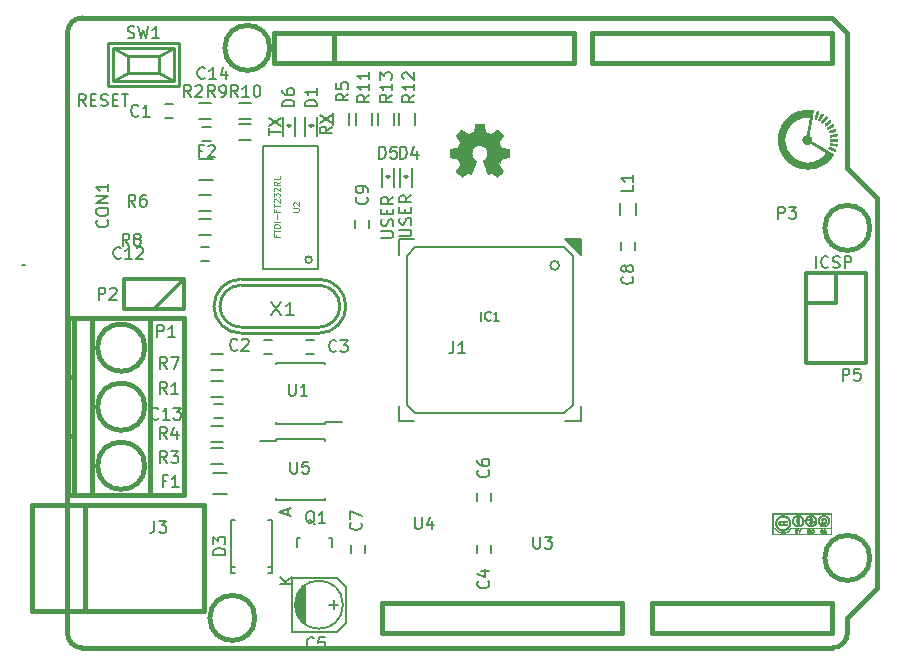
<source format=gbr>
G04 #@! TF.FileFunction,Legend,Top*
%FSLAX46Y46*%
G04 Gerber Fmt 4.6, Leading zero omitted, Abs format (unit mm)*
G04 Created by KiCad (PCBNEW (2015-02-03 BZR 5404)-product) date 01/09/2015 18:35:11*
%MOMM*%
G01*
G04 APERTURE LIST*
%ADD10C,0.254000*%
%ADD11C,0.149860*%
%ADD12C,0.127000*%
%ADD13C,0.150000*%
%ADD14C,0.381000*%
%ADD15C,0.002540*%
%ADD16C,0.010000*%
%ADD17C,0.304800*%
%ADD18C,0.203200*%
%ADD19C,0.152400*%
%ADD20C,0.099060*%
G04 APERTURE END LIST*
D10*
D11*
X158856680Y-97076260D02*
X158955740Y-97175320D01*
X158955740Y-97375980D02*
X158656020Y-97076260D01*
X158457900Y-97076260D02*
X158955740Y-97574100D01*
X158955740Y-97774760D02*
X158257240Y-97076260D01*
X158056580Y-97076260D02*
X158955740Y-97975420D01*
X158955740Y-98176080D02*
X157855920Y-97076260D01*
X158955740Y-98374200D02*
X157657800Y-97076260D01*
X144856200Y-97076260D02*
X143558260Y-97076260D01*
X143558260Y-97076260D02*
X143558260Y-98374200D01*
X144856200Y-112473740D02*
X143558260Y-112473740D01*
X143558260Y-112473740D02*
X143558260Y-111175800D01*
X158955740Y-111175800D02*
X158955740Y-112473740D01*
X158955740Y-112473740D02*
X157657800Y-112473740D01*
X158955740Y-97076260D02*
X158955740Y-98374200D01*
X158955740Y-97076260D02*
X157657800Y-97076260D01*
X157556200Y-111775240D02*
X158257240Y-111074200D01*
X158257240Y-111074200D02*
X158257240Y-98475800D01*
X158257240Y-98475800D02*
X157556200Y-97774760D01*
X157556200Y-97774760D02*
X144957800Y-97774760D01*
X144957800Y-97774760D02*
X144256760Y-98475800D01*
X144256760Y-98475800D02*
X144256760Y-111074200D01*
X144256760Y-111074200D02*
X144957800Y-111775240D01*
X144957800Y-111775240D02*
X157556200Y-111775240D01*
D12*
X157124400Y-99288600D02*
G75*
G03X157124400Y-99288600I-381000J0D01*
G01*
D13*
X111925100Y-99288600D02*
X111671100Y-99288600D01*
X113703100Y-128498600D02*
X113703100Y-128371600D01*
D14*
X180251100Y-78333600D02*
X116751100Y-78333600D01*
X116751100Y-131673600D02*
X180251100Y-131673600D01*
X184061100Y-126593600D02*
X184061100Y-93573600D01*
X184061100Y-126593600D02*
X181521100Y-129133600D01*
X181521100Y-129133600D02*
X181521100Y-130403600D01*
X180251100Y-130403600D02*
X165011100Y-130403600D01*
X165011100Y-127863600D02*
X180251100Y-127863600D01*
X181521100Y-79603600D02*
X181521100Y-91033600D01*
X181521100Y-91033600D02*
X184061100Y-93573600D01*
X180251100Y-78333600D02*
X181521100Y-79603600D01*
X116751100Y-78333600D02*
G75*
G03X115481100Y-79603600I0J-1270000D01*
G01*
X115481100Y-130403600D02*
X115481100Y-79603600D01*
X115481100Y-130403600D02*
G75*
G03X116751100Y-131673600I1270000J0D01*
G01*
X180251100Y-131673600D02*
G75*
G03X181521100Y-130403600I0J1270000D01*
G01*
X138087100Y-79603600D02*
X133007100Y-79603600D01*
X133007100Y-79603600D02*
X133007100Y-82143600D01*
X133007100Y-82143600D02*
X138087100Y-82143600D01*
X132626100Y-80873600D02*
G75*
G03X132626100Y-80873600I-1905000J0D01*
G01*
X183426100Y-96113600D02*
G75*
G03X183426100Y-96113600I-1905000J0D01*
G01*
X158407100Y-82143600D02*
X138087100Y-82143600D01*
X138087100Y-82143600D02*
X138087100Y-79603600D01*
X158407100Y-82143600D02*
X158407100Y-79603600D01*
X158407100Y-79603600D02*
X138087100Y-79603600D01*
X180251100Y-79603600D02*
X180251100Y-82143600D01*
X180251100Y-82143600D02*
X159931100Y-82143600D01*
X159931100Y-82143600D02*
X159931100Y-79603600D01*
X159931100Y-79603600D02*
X180251100Y-79603600D01*
X183426100Y-124053600D02*
G75*
G03X183426100Y-124053600I-1905000J0D01*
G01*
X131356100Y-129133600D02*
G75*
G03X131356100Y-129133600I-1905000J0D01*
G01*
X142151100Y-130403600D02*
X162471100Y-130403600D01*
X162471100Y-127863600D02*
X142151100Y-127863600D01*
X180251100Y-130403600D02*
X180251100Y-127863600D01*
X165011100Y-127863600D02*
X165011100Y-130403600D01*
X162471100Y-127863600D02*
X162471100Y-130403600D01*
X142151100Y-130403600D02*
X142151100Y-127863600D01*
X116961920Y-119578120D02*
X116961920Y-128579880D01*
X112461040Y-119578120D02*
X112461040Y-128579880D01*
X112461040Y-128579880D02*
X127060960Y-128579880D01*
X127060960Y-128579880D02*
X127060960Y-119578120D01*
X127060960Y-119578120D02*
X112461040Y-119578120D01*
D15*
G36*
X148854160Y-91780360D02*
X148879560Y-91765120D01*
X148937980Y-91729560D01*
X149021800Y-91673680D01*
X149120860Y-91607640D01*
X149219920Y-91541600D01*
X149301200Y-91488260D01*
X149357080Y-91450160D01*
X149382480Y-91437460D01*
X149395180Y-91442540D01*
X149440900Y-91465400D01*
X149509480Y-91500960D01*
X149550120Y-91521280D01*
X149611080Y-91546680D01*
X149644100Y-91554300D01*
X149649180Y-91544140D01*
X149672040Y-91495880D01*
X149707600Y-91414600D01*
X149753320Y-91305380D01*
X149809200Y-91178380D01*
X149865080Y-91043760D01*
X149923500Y-90904060D01*
X149979380Y-90769440D01*
X150027640Y-90650060D01*
X150068280Y-90553540D01*
X150093680Y-90484960D01*
X150103840Y-90457020D01*
X150101300Y-90449400D01*
X150068280Y-90418920D01*
X150014940Y-90378280D01*
X149895560Y-90281760D01*
X149778720Y-90136980D01*
X149707600Y-89971880D01*
X149684740Y-89786460D01*
X149705060Y-89616280D01*
X149771100Y-89453720D01*
X149885400Y-89306400D01*
X150025100Y-89197180D01*
X150187660Y-89128600D01*
X150368000Y-89105740D01*
X150540720Y-89126060D01*
X150708360Y-89192100D01*
X150855680Y-89303860D01*
X150919180Y-89374980D01*
X151005540Y-89524840D01*
X151053800Y-89682320D01*
X151058880Y-89722960D01*
X151051260Y-89898220D01*
X151000460Y-90068400D01*
X150906480Y-90218260D01*
X150776940Y-90342720D01*
X150761700Y-90352880D01*
X150703280Y-90398600D01*
X150662640Y-90429080D01*
X150632160Y-90454480D01*
X150855680Y-90992960D01*
X150891240Y-91076780D01*
X150952200Y-91224100D01*
X151005540Y-91351100D01*
X151048720Y-91452700D01*
X151079200Y-91518740D01*
X151091900Y-91546680D01*
X151091900Y-91549220D01*
X151112220Y-91551760D01*
X151152860Y-91536520D01*
X151229060Y-91500960D01*
X151277320Y-91475560D01*
X151335740Y-91447620D01*
X151361140Y-91437460D01*
X151384000Y-91450160D01*
X151437340Y-91485720D01*
X151518620Y-91539060D01*
X151615140Y-91602560D01*
X151706580Y-91666060D01*
X151790400Y-91721940D01*
X151851360Y-91760040D01*
X151881840Y-91777820D01*
X151886920Y-91777820D01*
X151912320Y-91762580D01*
X151960580Y-91721940D01*
X152034240Y-91653360D01*
X152138380Y-91549220D01*
X152153620Y-91533980D01*
X152239980Y-91447620D01*
X152308560Y-91373960D01*
X152354280Y-91323160D01*
X152372060Y-91300300D01*
X152372060Y-91300300D01*
X152356820Y-91269820D01*
X152318720Y-91208860D01*
X152262840Y-91122500D01*
X152194260Y-91023440D01*
X152016460Y-90764360D01*
X152112980Y-90520520D01*
X152143460Y-90444320D01*
X152181560Y-90355420D01*
X152209500Y-90289380D01*
X152224740Y-90261440D01*
X152250140Y-90251280D01*
X152318720Y-90236040D01*
X152415240Y-90215720D01*
X152529540Y-90195400D01*
X152641300Y-90175080D01*
X152740360Y-90154760D01*
X152811480Y-90142060D01*
X152844500Y-90134440D01*
X152852120Y-90129360D01*
X152859740Y-90114120D01*
X152862280Y-90081100D01*
X152864820Y-90020140D01*
X152867360Y-89926160D01*
X152867360Y-89786460D01*
X152867360Y-89771220D01*
X152864820Y-89641680D01*
X152862280Y-89535000D01*
X152859740Y-89468960D01*
X152854660Y-89441020D01*
X152854660Y-89441020D01*
X152824180Y-89433400D01*
X152753060Y-89418160D01*
X152654000Y-89400380D01*
X152534620Y-89377520D01*
X152527000Y-89374980D01*
X152410160Y-89352120D01*
X152311100Y-89331800D01*
X152239980Y-89316560D01*
X152212040Y-89306400D01*
X152204420Y-89298780D01*
X152181560Y-89253060D01*
X152148540Y-89179400D01*
X152107900Y-89090500D01*
X152069800Y-88996520D01*
X152036780Y-88912700D01*
X152013920Y-88851740D01*
X152006300Y-88823800D01*
X152008840Y-88821260D01*
X152026620Y-88793320D01*
X152067260Y-88732360D01*
X152123140Y-88648540D01*
X152191720Y-88546940D01*
X152196800Y-88539320D01*
X152265380Y-88440260D01*
X152321260Y-88353900D01*
X152356820Y-88295480D01*
X152372060Y-88267540D01*
X152372060Y-88265000D01*
X152349200Y-88234520D01*
X152298400Y-88178640D01*
X152224740Y-88102440D01*
X152138380Y-88013540D01*
X152110440Y-87988140D01*
X152011380Y-87891620D01*
X151945340Y-87830660D01*
X151902160Y-87797640D01*
X151881840Y-87790020D01*
X151881840Y-87790020D01*
X151851360Y-87807800D01*
X151787860Y-87848440D01*
X151704040Y-87906860D01*
X151602440Y-87975440D01*
X151594820Y-87980520D01*
X151495760Y-88049100D01*
X151411940Y-88104980D01*
X151353520Y-88145620D01*
X151325580Y-88160860D01*
X151323040Y-88160860D01*
X151282400Y-88148160D01*
X151211280Y-88122760D01*
X151122380Y-88089740D01*
X151030940Y-88051640D01*
X150947120Y-88016080D01*
X150883620Y-87988140D01*
X150853140Y-87970360D01*
X150853140Y-87970360D01*
X150842980Y-87934800D01*
X150825200Y-87858600D01*
X150804880Y-87757000D01*
X150779480Y-87635080D01*
X150776940Y-87614760D01*
X150754080Y-87495380D01*
X150736300Y-87396320D01*
X150721060Y-87327740D01*
X150713440Y-87299800D01*
X150698200Y-87297260D01*
X150639780Y-87292180D01*
X150550880Y-87289640D01*
X150441660Y-87289640D01*
X150329900Y-87289640D01*
X150220680Y-87292180D01*
X150126700Y-87294720D01*
X150058120Y-87299800D01*
X150030180Y-87304880D01*
X150030180Y-87307420D01*
X150020020Y-87345520D01*
X150002240Y-87419180D01*
X149981920Y-87523320D01*
X149959060Y-87645240D01*
X149953980Y-87668100D01*
X149931120Y-87784940D01*
X149910800Y-87884000D01*
X149898100Y-87950040D01*
X149890480Y-87977980D01*
X149877780Y-87983060D01*
X149829520Y-88003380D01*
X149750780Y-88036400D01*
X149651720Y-88077040D01*
X149423120Y-88168480D01*
X149141180Y-87977980D01*
X149115780Y-87960200D01*
X149014180Y-87891620D01*
X148932900Y-87835740D01*
X148874480Y-87797640D01*
X148851620Y-87784940D01*
X148849080Y-87784940D01*
X148821140Y-87810340D01*
X148765260Y-87863680D01*
X148689060Y-87937340D01*
X148600160Y-88023700D01*
X148536660Y-88089740D01*
X148457920Y-88168480D01*
X148409660Y-88221820D01*
X148381720Y-88254840D01*
X148374100Y-88275160D01*
X148376640Y-88290400D01*
X148394420Y-88318340D01*
X148435060Y-88379300D01*
X148493480Y-88465660D01*
X148562060Y-88564720D01*
X148617940Y-88648540D01*
X148678900Y-88742520D01*
X148717000Y-88808560D01*
X148732240Y-88841580D01*
X148727160Y-88854280D01*
X148709380Y-88910160D01*
X148673820Y-88993980D01*
X148633180Y-89093040D01*
X148534120Y-89314020D01*
X148389340Y-89341960D01*
X148300440Y-89359740D01*
X148178520Y-89382600D01*
X148059140Y-89405460D01*
X147876260Y-89441020D01*
X147868640Y-90116660D01*
X147896580Y-90129360D01*
X147924520Y-90136980D01*
X147993100Y-90152220D01*
X148089620Y-90172540D01*
X148206460Y-90192860D01*
X148302980Y-90210640D01*
X148402040Y-90230960D01*
X148473160Y-90243660D01*
X148503640Y-90251280D01*
X148513800Y-90261440D01*
X148536660Y-90309700D01*
X148572220Y-90385900D01*
X148612860Y-90477340D01*
X148650960Y-90571320D01*
X148686520Y-90660220D01*
X148709380Y-90726260D01*
X148719540Y-90759280D01*
X148706840Y-90787220D01*
X148668740Y-90845640D01*
X148615400Y-90926920D01*
X148546820Y-91025980D01*
X148480780Y-91122500D01*
X148422360Y-91206320D01*
X148384260Y-91267280D01*
X148366480Y-91295220D01*
X148376640Y-91313000D01*
X148414740Y-91361260D01*
X148488400Y-91437460D01*
X148600160Y-91546680D01*
X148617940Y-91564460D01*
X148704300Y-91648280D01*
X148777960Y-91716860D01*
X148831300Y-91762580D01*
X148854160Y-91780360D01*
X148854160Y-91780360D01*
G37*
X148854160Y-91780360D02*
X148879560Y-91765120D01*
X148937980Y-91729560D01*
X149021800Y-91673680D01*
X149120860Y-91607640D01*
X149219920Y-91541600D01*
X149301200Y-91488260D01*
X149357080Y-91450160D01*
X149382480Y-91437460D01*
X149395180Y-91442540D01*
X149440900Y-91465400D01*
X149509480Y-91500960D01*
X149550120Y-91521280D01*
X149611080Y-91546680D01*
X149644100Y-91554300D01*
X149649180Y-91544140D01*
X149672040Y-91495880D01*
X149707600Y-91414600D01*
X149753320Y-91305380D01*
X149809200Y-91178380D01*
X149865080Y-91043760D01*
X149923500Y-90904060D01*
X149979380Y-90769440D01*
X150027640Y-90650060D01*
X150068280Y-90553540D01*
X150093680Y-90484960D01*
X150103840Y-90457020D01*
X150101300Y-90449400D01*
X150068280Y-90418920D01*
X150014940Y-90378280D01*
X149895560Y-90281760D01*
X149778720Y-90136980D01*
X149707600Y-89971880D01*
X149684740Y-89786460D01*
X149705060Y-89616280D01*
X149771100Y-89453720D01*
X149885400Y-89306400D01*
X150025100Y-89197180D01*
X150187660Y-89128600D01*
X150368000Y-89105740D01*
X150540720Y-89126060D01*
X150708360Y-89192100D01*
X150855680Y-89303860D01*
X150919180Y-89374980D01*
X151005540Y-89524840D01*
X151053800Y-89682320D01*
X151058880Y-89722960D01*
X151051260Y-89898220D01*
X151000460Y-90068400D01*
X150906480Y-90218260D01*
X150776940Y-90342720D01*
X150761700Y-90352880D01*
X150703280Y-90398600D01*
X150662640Y-90429080D01*
X150632160Y-90454480D01*
X150855680Y-90992960D01*
X150891240Y-91076780D01*
X150952200Y-91224100D01*
X151005540Y-91351100D01*
X151048720Y-91452700D01*
X151079200Y-91518740D01*
X151091900Y-91546680D01*
X151091900Y-91549220D01*
X151112220Y-91551760D01*
X151152860Y-91536520D01*
X151229060Y-91500960D01*
X151277320Y-91475560D01*
X151335740Y-91447620D01*
X151361140Y-91437460D01*
X151384000Y-91450160D01*
X151437340Y-91485720D01*
X151518620Y-91539060D01*
X151615140Y-91602560D01*
X151706580Y-91666060D01*
X151790400Y-91721940D01*
X151851360Y-91760040D01*
X151881840Y-91777820D01*
X151886920Y-91777820D01*
X151912320Y-91762580D01*
X151960580Y-91721940D01*
X152034240Y-91653360D01*
X152138380Y-91549220D01*
X152153620Y-91533980D01*
X152239980Y-91447620D01*
X152308560Y-91373960D01*
X152354280Y-91323160D01*
X152372060Y-91300300D01*
X152372060Y-91300300D01*
X152356820Y-91269820D01*
X152318720Y-91208860D01*
X152262840Y-91122500D01*
X152194260Y-91023440D01*
X152016460Y-90764360D01*
X152112980Y-90520520D01*
X152143460Y-90444320D01*
X152181560Y-90355420D01*
X152209500Y-90289380D01*
X152224740Y-90261440D01*
X152250140Y-90251280D01*
X152318720Y-90236040D01*
X152415240Y-90215720D01*
X152529540Y-90195400D01*
X152641300Y-90175080D01*
X152740360Y-90154760D01*
X152811480Y-90142060D01*
X152844500Y-90134440D01*
X152852120Y-90129360D01*
X152859740Y-90114120D01*
X152862280Y-90081100D01*
X152864820Y-90020140D01*
X152867360Y-89926160D01*
X152867360Y-89786460D01*
X152867360Y-89771220D01*
X152864820Y-89641680D01*
X152862280Y-89535000D01*
X152859740Y-89468960D01*
X152854660Y-89441020D01*
X152854660Y-89441020D01*
X152824180Y-89433400D01*
X152753060Y-89418160D01*
X152654000Y-89400380D01*
X152534620Y-89377520D01*
X152527000Y-89374980D01*
X152410160Y-89352120D01*
X152311100Y-89331800D01*
X152239980Y-89316560D01*
X152212040Y-89306400D01*
X152204420Y-89298780D01*
X152181560Y-89253060D01*
X152148540Y-89179400D01*
X152107900Y-89090500D01*
X152069800Y-88996520D01*
X152036780Y-88912700D01*
X152013920Y-88851740D01*
X152006300Y-88823800D01*
X152008840Y-88821260D01*
X152026620Y-88793320D01*
X152067260Y-88732360D01*
X152123140Y-88648540D01*
X152191720Y-88546940D01*
X152196800Y-88539320D01*
X152265380Y-88440260D01*
X152321260Y-88353900D01*
X152356820Y-88295480D01*
X152372060Y-88267540D01*
X152372060Y-88265000D01*
X152349200Y-88234520D01*
X152298400Y-88178640D01*
X152224740Y-88102440D01*
X152138380Y-88013540D01*
X152110440Y-87988140D01*
X152011380Y-87891620D01*
X151945340Y-87830660D01*
X151902160Y-87797640D01*
X151881840Y-87790020D01*
X151881840Y-87790020D01*
X151851360Y-87807800D01*
X151787860Y-87848440D01*
X151704040Y-87906860D01*
X151602440Y-87975440D01*
X151594820Y-87980520D01*
X151495760Y-88049100D01*
X151411940Y-88104980D01*
X151353520Y-88145620D01*
X151325580Y-88160860D01*
X151323040Y-88160860D01*
X151282400Y-88148160D01*
X151211280Y-88122760D01*
X151122380Y-88089740D01*
X151030940Y-88051640D01*
X150947120Y-88016080D01*
X150883620Y-87988140D01*
X150853140Y-87970360D01*
X150853140Y-87970360D01*
X150842980Y-87934800D01*
X150825200Y-87858600D01*
X150804880Y-87757000D01*
X150779480Y-87635080D01*
X150776940Y-87614760D01*
X150754080Y-87495380D01*
X150736300Y-87396320D01*
X150721060Y-87327740D01*
X150713440Y-87299800D01*
X150698200Y-87297260D01*
X150639780Y-87292180D01*
X150550880Y-87289640D01*
X150441660Y-87289640D01*
X150329900Y-87289640D01*
X150220680Y-87292180D01*
X150126700Y-87294720D01*
X150058120Y-87299800D01*
X150030180Y-87304880D01*
X150030180Y-87307420D01*
X150020020Y-87345520D01*
X150002240Y-87419180D01*
X149981920Y-87523320D01*
X149959060Y-87645240D01*
X149953980Y-87668100D01*
X149931120Y-87784940D01*
X149910800Y-87884000D01*
X149898100Y-87950040D01*
X149890480Y-87977980D01*
X149877780Y-87983060D01*
X149829520Y-88003380D01*
X149750780Y-88036400D01*
X149651720Y-88077040D01*
X149423120Y-88168480D01*
X149141180Y-87977980D01*
X149115780Y-87960200D01*
X149014180Y-87891620D01*
X148932900Y-87835740D01*
X148874480Y-87797640D01*
X148851620Y-87784940D01*
X148849080Y-87784940D01*
X148821140Y-87810340D01*
X148765260Y-87863680D01*
X148689060Y-87937340D01*
X148600160Y-88023700D01*
X148536660Y-88089740D01*
X148457920Y-88168480D01*
X148409660Y-88221820D01*
X148381720Y-88254840D01*
X148374100Y-88275160D01*
X148376640Y-88290400D01*
X148394420Y-88318340D01*
X148435060Y-88379300D01*
X148493480Y-88465660D01*
X148562060Y-88564720D01*
X148617940Y-88648540D01*
X148678900Y-88742520D01*
X148717000Y-88808560D01*
X148732240Y-88841580D01*
X148727160Y-88854280D01*
X148709380Y-88910160D01*
X148673820Y-88993980D01*
X148633180Y-89093040D01*
X148534120Y-89314020D01*
X148389340Y-89341960D01*
X148300440Y-89359740D01*
X148178520Y-89382600D01*
X148059140Y-89405460D01*
X147876260Y-89441020D01*
X147868640Y-90116660D01*
X147896580Y-90129360D01*
X147924520Y-90136980D01*
X147993100Y-90152220D01*
X148089620Y-90172540D01*
X148206460Y-90192860D01*
X148302980Y-90210640D01*
X148402040Y-90230960D01*
X148473160Y-90243660D01*
X148503640Y-90251280D01*
X148513800Y-90261440D01*
X148536660Y-90309700D01*
X148572220Y-90385900D01*
X148612860Y-90477340D01*
X148650960Y-90571320D01*
X148686520Y-90660220D01*
X148709380Y-90726260D01*
X148719540Y-90759280D01*
X148706840Y-90787220D01*
X148668740Y-90845640D01*
X148615400Y-90926920D01*
X148546820Y-91025980D01*
X148480780Y-91122500D01*
X148422360Y-91206320D01*
X148384260Y-91267280D01*
X148366480Y-91295220D01*
X148376640Y-91313000D01*
X148414740Y-91361260D01*
X148488400Y-91437460D01*
X148600160Y-91546680D01*
X148617940Y-91564460D01*
X148704300Y-91648280D01*
X148777960Y-91716860D01*
X148831300Y-91762580D01*
X148854160Y-91780360D01*
D16*
G36*
X178016000Y-86106000D02*
X178041000Y-86106000D01*
X178041000Y-86131000D01*
X178016000Y-86131000D01*
X178016000Y-86106000D01*
X178016000Y-86106000D01*
G37*
X178016000Y-86106000D02*
X178041000Y-86106000D01*
X178041000Y-86131000D01*
X178016000Y-86131000D01*
X178016000Y-86106000D01*
G36*
X178066000Y-86106000D02*
X178091000Y-86106000D01*
X178091000Y-86131000D01*
X178066000Y-86131000D01*
X178066000Y-86106000D01*
X178066000Y-86106000D01*
G37*
X178066000Y-86106000D02*
X178091000Y-86106000D01*
X178091000Y-86131000D01*
X178066000Y-86131000D01*
X178066000Y-86106000D01*
G36*
X178091000Y-86106000D02*
X178116000Y-86106000D01*
X178116000Y-86131000D01*
X178091000Y-86131000D01*
X178091000Y-86106000D01*
X178091000Y-86106000D01*
G37*
X178091000Y-86106000D02*
X178116000Y-86106000D01*
X178116000Y-86131000D01*
X178091000Y-86131000D01*
X178091000Y-86106000D01*
G36*
X178116000Y-86106000D02*
X178141000Y-86106000D01*
X178141000Y-86131000D01*
X178116000Y-86131000D01*
X178116000Y-86106000D01*
X178116000Y-86106000D01*
G37*
X178116000Y-86106000D02*
X178141000Y-86106000D01*
X178141000Y-86131000D01*
X178116000Y-86131000D01*
X178116000Y-86106000D01*
G36*
X178141000Y-86106000D02*
X178166000Y-86106000D01*
X178166000Y-86131000D01*
X178141000Y-86131000D01*
X178141000Y-86106000D01*
X178141000Y-86106000D01*
G37*
X178141000Y-86106000D02*
X178166000Y-86106000D01*
X178166000Y-86131000D01*
X178141000Y-86131000D01*
X178141000Y-86106000D01*
G36*
X178166000Y-86106000D02*
X178191000Y-86106000D01*
X178191000Y-86131000D01*
X178166000Y-86131000D01*
X178166000Y-86106000D01*
X178166000Y-86106000D01*
G37*
X178166000Y-86106000D02*
X178191000Y-86106000D01*
X178191000Y-86131000D01*
X178166000Y-86131000D01*
X178166000Y-86106000D01*
G36*
X178191000Y-86106000D02*
X178216000Y-86106000D01*
X178216000Y-86131000D01*
X178191000Y-86131000D01*
X178191000Y-86106000D01*
X178191000Y-86106000D01*
G37*
X178191000Y-86106000D02*
X178216000Y-86106000D01*
X178216000Y-86131000D01*
X178191000Y-86131000D01*
X178191000Y-86106000D01*
G36*
X178216000Y-86106000D02*
X178241000Y-86106000D01*
X178241000Y-86131000D01*
X178216000Y-86131000D01*
X178216000Y-86106000D01*
X178216000Y-86106000D01*
G37*
X178216000Y-86106000D02*
X178241000Y-86106000D01*
X178241000Y-86131000D01*
X178216000Y-86131000D01*
X178216000Y-86106000D01*
G36*
X178241000Y-86106000D02*
X178266000Y-86106000D01*
X178266000Y-86131000D01*
X178241000Y-86131000D01*
X178241000Y-86106000D01*
X178241000Y-86106000D01*
G37*
X178241000Y-86106000D02*
X178266000Y-86106000D01*
X178266000Y-86131000D01*
X178241000Y-86131000D01*
X178241000Y-86106000D01*
G36*
X178266000Y-86106000D02*
X178291000Y-86106000D01*
X178291000Y-86131000D01*
X178266000Y-86131000D01*
X178266000Y-86106000D01*
X178266000Y-86106000D01*
G37*
X178266000Y-86106000D02*
X178291000Y-86106000D01*
X178291000Y-86131000D01*
X178266000Y-86131000D01*
X178266000Y-86106000D01*
G36*
X178291000Y-86106000D02*
X178316000Y-86106000D01*
X178316000Y-86131000D01*
X178291000Y-86131000D01*
X178291000Y-86106000D01*
X178291000Y-86106000D01*
G37*
X178291000Y-86106000D02*
X178316000Y-86106000D01*
X178316000Y-86131000D01*
X178291000Y-86131000D01*
X178291000Y-86106000D01*
G36*
X177766000Y-86131000D02*
X177791000Y-86131000D01*
X177791000Y-86156000D01*
X177766000Y-86156000D01*
X177766000Y-86131000D01*
X177766000Y-86131000D01*
G37*
X177766000Y-86131000D02*
X177791000Y-86131000D01*
X177791000Y-86156000D01*
X177766000Y-86156000D01*
X177766000Y-86131000D01*
G36*
X177791000Y-86131000D02*
X177816000Y-86131000D01*
X177816000Y-86156000D01*
X177791000Y-86156000D01*
X177791000Y-86131000D01*
X177791000Y-86131000D01*
G37*
X177791000Y-86131000D02*
X177816000Y-86131000D01*
X177816000Y-86156000D01*
X177791000Y-86156000D01*
X177791000Y-86131000D01*
G36*
X177816000Y-86131000D02*
X177841000Y-86131000D01*
X177841000Y-86156000D01*
X177816000Y-86156000D01*
X177816000Y-86131000D01*
X177816000Y-86131000D01*
G37*
X177816000Y-86131000D02*
X177841000Y-86131000D01*
X177841000Y-86156000D01*
X177816000Y-86156000D01*
X177816000Y-86131000D01*
G36*
X177841000Y-86131000D02*
X177866000Y-86131000D01*
X177866000Y-86156000D01*
X177841000Y-86156000D01*
X177841000Y-86131000D01*
X177841000Y-86131000D01*
G37*
X177841000Y-86131000D02*
X177866000Y-86131000D01*
X177866000Y-86156000D01*
X177841000Y-86156000D01*
X177841000Y-86131000D01*
G36*
X177866000Y-86131000D02*
X177891000Y-86131000D01*
X177891000Y-86156000D01*
X177866000Y-86156000D01*
X177866000Y-86131000D01*
X177866000Y-86131000D01*
G37*
X177866000Y-86131000D02*
X177891000Y-86131000D01*
X177891000Y-86156000D01*
X177866000Y-86156000D01*
X177866000Y-86131000D01*
G36*
X177891000Y-86131000D02*
X177916000Y-86131000D01*
X177916000Y-86156000D01*
X177891000Y-86156000D01*
X177891000Y-86131000D01*
X177891000Y-86131000D01*
G37*
X177891000Y-86131000D02*
X177916000Y-86131000D01*
X177916000Y-86156000D01*
X177891000Y-86156000D01*
X177891000Y-86131000D01*
G36*
X177916000Y-86131000D02*
X177941000Y-86131000D01*
X177941000Y-86156000D01*
X177916000Y-86156000D01*
X177916000Y-86131000D01*
X177916000Y-86131000D01*
G37*
X177916000Y-86131000D02*
X177941000Y-86131000D01*
X177941000Y-86156000D01*
X177916000Y-86156000D01*
X177916000Y-86131000D01*
G36*
X177941000Y-86131000D02*
X177966000Y-86131000D01*
X177966000Y-86156000D01*
X177941000Y-86156000D01*
X177941000Y-86131000D01*
X177941000Y-86131000D01*
G37*
X177941000Y-86131000D02*
X177966000Y-86131000D01*
X177966000Y-86156000D01*
X177941000Y-86156000D01*
X177941000Y-86131000D01*
G36*
X177966000Y-86131000D02*
X177991000Y-86131000D01*
X177991000Y-86156000D01*
X177966000Y-86156000D01*
X177966000Y-86131000D01*
X177966000Y-86131000D01*
G37*
X177966000Y-86131000D02*
X177991000Y-86131000D01*
X177991000Y-86156000D01*
X177966000Y-86156000D01*
X177966000Y-86131000D01*
G36*
X177991000Y-86131000D02*
X178016000Y-86131000D01*
X178016000Y-86156000D01*
X177991000Y-86156000D01*
X177991000Y-86131000D01*
X177991000Y-86131000D01*
G37*
X177991000Y-86131000D02*
X178016000Y-86131000D01*
X178016000Y-86156000D01*
X177991000Y-86156000D01*
X177991000Y-86131000D01*
G36*
X178016000Y-86131000D02*
X178041000Y-86131000D01*
X178041000Y-86156000D01*
X178016000Y-86156000D01*
X178016000Y-86131000D01*
X178016000Y-86131000D01*
G37*
X178016000Y-86131000D02*
X178041000Y-86131000D01*
X178041000Y-86156000D01*
X178016000Y-86156000D01*
X178016000Y-86131000D01*
G36*
X178041000Y-86131000D02*
X178066000Y-86131000D01*
X178066000Y-86156000D01*
X178041000Y-86156000D01*
X178041000Y-86131000D01*
X178041000Y-86131000D01*
G37*
X178041000Y-86131000D02*
X178066000Y-86131000D01*
X178066000Y-86156000D01*
X178041000Y-86156000D01*
X178041000Y-86131000D01*
G36*
X178066000Y-86131000D02*
X178091000Y-86131000D01*
X178091000Y-86156000D01*
X178066000Y-86156000D01*
X178066000Y-86131000D01*
X178066000Y-86131000D01*
G37*
X178066000Y-86131000D02*
X178091000Y-86131000D01*
X178091000Y-86156000D01*
X178066000Y-86156000D01*
X178066000Y-86131000D01*
G36*
X178091000Y-86131000D02*
X178116000Y-86131000D01*
X178116000Y-86156000D01*
X178091000Y-86156000D01*
X178091000Y-86131000D01*
X178091000Y-86131000D01*
G37*
X178091000Y-86131000D02*
X178116000Y-86131000D01*
X178116000Y-86156000D01*
X178091000Y-86156000D01*
X178091000Y-86131000D01*
G36*
X178116000Y-86131000D02*
X178141000Y-86131000D01*
X178141000Y-86156000D01*
X178116000Y-86156000D01*
X178116000Y-86131000D01*
X178116000Y-86131000D01*
G37*
X178116000Y-86131000D02*
X178141000Y-86131000D01*
X178141000Y-86156000D01*
X178116000Y-86156000D01*
X178116000Y-86131000D01*
G36*
X178141000Y-86131000D02*
X178166000Y-86131000D01*
X178166000Y-86156000D01*
X178141000Y-86156000D01*
X178141000Y-86131000D01*
X178141000Y-86131000D01*
G37*
X178141000Y-86131000D02*
X178166000Y-86131000D01*
X178166000Y-86156000D01*
X178141000Y-86156000D01*
X178141000Y-86131000D01*
G36*
X178166000Y-86131000D02*
X178191000Y-86131000D01*
X178191000Y-86156000D01*
X178166000Y-86156000D01*
X178166000Y-86131000D01*
X178166000Y-86131000D01*
G37*
X178166000Y-86131000D02*
X178191000Y-86131000D01*
X178191000Y-86156000D01*
X178166000Y-86156000D01*
X178166000Y-86131000D01*
G36*
X178191000Y-86131000D02*
X178216000Y-86131000D01*
X178216000Y-86156000D01*
X178191000Y-86156000D01*
X178191000Y-86131000D01*
X178191000Y-86131000D01*
G37*
X178191000Y-86131000D02*
X178216000Y-86131000D01*
X178216000Y-86156000D01*
X178191000Y-86156000D01*
X178191000Y-86131000D01*
G36*
X178216000Y-86131000D02*
X178241000Y-86131000D01*
X178241000Y-86156000D01*
X178216000Y-86156000D01*
X178216000Y-86131000D01*
X178216000Y-86131000D01*
G37*
X178216000Y-86131000D02*
X178241000Y-86131000D01*
X178241000Y-86156000D01*
X178216000Y-86156000D01*
X178216000Y-86131000D01*
G36*
X178241000Y-86131000D02*
X178266000Y-86131000D01*
X178266000Y-86156000D01*
X178241000Y-86156000D01*
X178241000Y-86131000D01*
X178241000Y-86131000D01*
G37*
X178241000Y-86131000D02*
X178266000Y-86131000D01*
X178266000Y-86156000D01*
X178241000Y-86156000D01*
X178241000Y-86131000D01*
G36*
X178266000Y-86131000D02*
X178291000Y-86131000D01*
X178291000Y-86156000D01*
X178266000Y-86156000D01*
X178266000Y-86131000D01*
X178266000Y-86131000D01*
G37*
X178266000Y-86131000D02*
X178291000Y-86131000D01*
X178291000Y-86156000D01*
X178266000Y-86156000D01*
X178266000Y-86131000D01*
G36*
X178291000Y-86131000D02*
X178316000Y-86131000D01*
X178316000Y-86156000D01*
X178291000Y-86156000D01*
X178291000Y-86131000D01*
X178291000Y-86131000D01*
G37*
X178291000Y-86131000D02*
X178316000Y-86131000D01*
X178316000Y-86156000D01*
X178291000Y-86156000D01*
X178291000Y-86131000D01*
G36*
X178316000Y-86131000D02*
X178341000Y-86131000D01*
X178341000Y-86156000D01*
X178316000Y-86156000D01*
X178316000Y-86131000D01*
X178316000Y-86131000D01*
G37*
X178316000Y-86131000D02*
X178341000Y-86131000D01*
X178341000Y-86156000D01*
X178316000Y-86156000D01*
X178316000Y-86131000D01*
G36*
X178341000Y-86131000D02*
X178366000Y-86131000D01*
X178366000Y-86156000D01*
X178341000Y-86156000D01*
X178341000Y-86131000D01*
X178341000Y-86131000D01*
G37*
X178341000Y-86131000D02*
X178366000Y-86131000D01*
X178366000Y-86156000D01*
X178341000Y-86156000D01*
X178341000Y-86131000D01*
G36*
X178366000Y-86131000D02*
X178391000Y-86131000D01*
X178391000Y-86156000D01*
X178366000Y-86156000D01*
X178366000Y-86131000D01*
X178366000Y-86131000D01*
G37*
X178366000Y-86131000D02*
X178391000Y-86131000D01*
X178391000Y-86156000D01*
X178366000Y-86156000D01*
X178366000Y-86131000D01*
G36*
X178391000Y-86131000D02*
X178416000Y-86131000D01*
X178416000Y-86156000D01*
X178391000Y-86156000D01*
X178391000Y-86131000D01*
X178391000Y-86131000D01*
G37*
X178391000Y-86131000D02*
X178416000Y-86131000D01*
X178416000Y-86156000D01*
X178391000Y-86156000D01*
X178391000Y-86131000D01*
G36*
X178416000Y-86131000D02*
X178441000Y-86131000D01*
X178441000Y-86156000D01*
X178416000Y-86156000D01*
X178416000Y-86131000D01*
X178416000Y-86131000D01*
G37*
X178416000Y-86131000D02*
X178441000Y-86131000D01*
X178441000Y-86156000D01*
X178416000Y-86156000D01*
X178416000Y-86131000D01*
G36*
X178441000Y-86131000D02*
X178466000Y-86131000D01*
X178466000Y-86156000D01*
X178441000Y-86156000D01*
X178441000Y-86131000D01*
X178441000Y-86131000D01*
G37*
X178441000Y-86131000D02*
X178466000Y-86131000D01*
X178466000Y-86156000D01*
X178441000Y-86156000D01*
X178441000Y-86131000D01*
G36*
X178466000Y-86131000D02*
X178491000Y-86131000D01*
X178491000Y-86156000D01*
X178466000Y-86156000D01*
X178466000Y-86131000D01*
X178466000Y-86131000D01*
G37*
X178466000Y-86131000D02*
X178491000Y-86131000D01*
X178491000Y-86156000D01*
X178466000Y-86156000D01*
X178466000Y-86131000D01*
G36*
X178491000Y-86131000D02*
X178516000Y-86131000D01*
X178516000Y-86156000D01*
X178491000Y-86156000D01*
X178491000Y-86131000D01*
X178491000Y-86131000D01*
G37*
X178491000Y-86131000D02*
X178516000Y-86131000D01*
X178516000Y-86156000D01*
X178491000Y-86156000D01*
X178491000Y-86131000D01*
G36*
X177641000Y-86156000D02*
X177666000Y-86156000D01*
X177666000Y-86181000D01*
X177641000Y-86181000D01*
X177641000Y-86156000D01*
X177641000Y-86156000D01*
G37*
X177641000Y-86156000D02*
X177666000Y-86156000D01*
X177666000Y-86181000D01*
X177641000Y-86181000D01*
X177641000Y-86156000D01*
G36*
X177666000Y-86156000D02*
X177691000Y-86156000D01*
X177691000Y-86181000D01*
X177666000Y-86181000D01*
X177666000Y-86156000D01*
X177666000Y-86156000D01*
G37*
X177666000Y-86156000D02*
X177691000Y-86156000D01*
X177691000Y-86181000D01*
X177666000Y-86181000D01*
X177666000Y-86156000D01*
G36*
X177691000Y-86156000D02*
X177716000Y-86156000D01*
X177716000Y-86181000D01*
X177691000Y-86181000D01*
X177691000Y-86156000D01*
X177691000Y-86156000D01*
G37*
X177691000Y-86156000D02*
X177716000Y-86156000D01*
X177716000Y-86181000D01*
X177691000Y-86181000D01*
X177691000Y-86156000D01*
G36*
X177716000Y-86156000D02*
X177741000Y-86156000D01*
X177741000Y-86181000D01*
X177716000Y-86181000D01*
X177716000Y-86156000D01*
X177716000Y-86156000D01*
G37*
X177716000Y-86156000D02*
X177741000Y-86156000D01*
X177741000Y-86181000D01*
X177716000Y-86181000D01*
X177716000Y-86156000D01*
G36*
X177741000Y-86156000D02*
X177766000Y-86156000D01*
X177766000Y-86181000D01*
X177741000Y-86181000D01*
X177741000Y-86156000D01*
X177741000Y-86156000D01*
G37*
X177741000Y-86156000D02*
X177766000Y-86156000D01*
X177766000Y-86181000D01*
X177741000Y-86181000D01*
X177741000Y-86156000D01*
G36*
X177766000Y-86156000D02*
X177791000Y-86156000D01*
X177791000Y-86181000D01*
X177766000Y-86181000D01*
X177766000Y-86156000D01*
X177766000Y-86156000D01*
G37*
X177766000Y-86156000D02*
X177791000Y-86156000D01*
X177791000Y-86181000D01*
X177766000Y-86181000D01*
X177766000Y-86156000D01*
G36*
X177791000Y-86156000D02*
X177816000Y-86156000D01*
X177816000Y-86181000D01*
X177791000Y-86181000D01*
X177791000Y-86156000D01*
X177791000Y-86156000D01*
G37*
X177791000Y-86156000D02*
X177816000Y-86156000D01*
X177816000Y-86181000D01*
X177791000Y-86181000D01*
X177791000Y-86156000D01*
G36*
X177816000Y-86156000D02*
X177841000Y-86156000D01*
X177841000Y-86181000D01*
X177816000Y-86181000D01*
X177816000Y-86156000D01*
X177816000Y-86156000D01*
G37*
X177816000Y-86156000D02*
X177841000Y-86156000D01*
X177841000Y-86181000D01*
X177816000Y-86181000D01*
X177816000Y-86156000D01*
G36*
X177841000Y-86156000D02*
X177866000Y-86156000D01*
X177866000Y-86181000D01*
X177841000Y-86181000D01*
X177841000Y-86156000D01*
X177841000Y-86156000D01*
G37*
X177841000Y-86156000D02*
X177866000Y-86156000D01*
X177866000Y-86181000D01*
X177841000Y-86181000D01*
X177841000Y-86156000D01*
G36*
X177866000Y-86156000D02*
X177891000Y-86156000D01*
X177891000Y-86181000D01*
X177866000Y-86181000D01*
X177866000Y-86156000D01*
X177866000Y-86156000D01*
G37*
X177866000Y-86156000D02*
X177891000Y-86156000D01*
X177891000Y-86181000D01*
X177866000Y-86181000D01*
X177866000Y-86156000D01*
G36*
X177891000Y-86156000D02*
X177916000Y-86156000D01*
X177916000Y-86181000D01*
X177891000Y-86181000D01*
X177891000Y-86156000D01*
X177891000Y-86156000D01*
G37*
X177891000Y-86156000D02*
X177916000Y-86156000D01*
X177916000Y-86181000D01*
X177891000Y-86181000D01*
X177891000Y-86156000D01*
G36*
X177916000Y-86156000D02*
X177941000Y-86156000D01*
X177941000Y-86181000D01*
X177916000Y-86181000D01*
X177916000Y-86156000D01*
X177916000Y-86156000D01*
G37*
X177916000Y-86156000D02*
X177941000Y-86156000D01*
X177941000Y-86181000D01*
X177916000Y-86181000D01*
X177916000Y-86156000D01*
G36*
X177941000Y-86156000D02*
X177966000Y-86156000D01*
X177966000Y-86181000D01*
X177941000Y-86181000D01*
X177941000Y-86156000D01*
X177941000Y-86156000D01*
G37*
X177941000Y-86156000D02*
X177966000Y-86156000D01*
X177966000Y-86181000D01*
X177941000Y-86181000D01*
X177941000Y-86156000D01*
G36*
X177966000Y-86156000D02*
X177991000Y-86156000D01*
X177991000Y-86181000D01*
X177966000Y-86181000D01*
X177966000Y-86156000D01*
X177966000Y-86156000D01*
G37*
X177966000Y-86156000D02*
X177991000Y-86156000D01*
X177991000Y-86181000D01*
X177966000Y-86181000D01*
X177966000Y-86156000D01*
G36*
X177991000Y-86156000D02*
X178016000Y-86156000D01*
X178016000Y-86181000D01*
X177991000Y-86181000D01*
X177991000Y-86156000D01*
X177991000Y-86156000D01*
G37*
X177991000Y-86156000D02*
X178016000Y-86156000D01*
X178016000Y-86181000D01*
X177991000Y-86181000D01*
X177991000Y-86156000D01*
G36*
X178016000Y-86156000D02*
X178041000Y-86156000D01*
X178041000Y-86181000D01*
X178016000Y-86181000D01*
X178016000Y-86156000D01*
X178016000Y-86156000D01*
G37*
X178016000Y-86156000D02*
X178041000Y-86156000D01*
X178041000Y-86181000D01*
X178016000Y-86181000D01*
X178016000Y-86156000D01*
G36*
X178041000Y-86156000D02*
X178066000Y-86156000D01*
X178066000Y-86181000D01*
X178041000Y-86181000D01*
X178041000Y-86156000D01*
X178041000Y-86156000D01*
G37*
X178041000Y-86156000D02*
X178066000Y-86156000D01*
X178066000Y-86181000D01*
X178041000Y-86181000D01*
X178041000Y-86156000D01*
G36*
X178066000Y-86156000D02*
X178091000Y-86156000D01*
X178091000Y-86181000D01*
X178066000Y-86181000D01*
X178066000Y-86156000D01*
X178066000Y-86156000D01*
G37*
X178066000Y-86156000D02*
X178091000Y-86156000D01*
X178091000Y-86181000D01*
X178066000Y-86181000D01*
X178066000Y-86156000D01*
G36*
X178091000Y-86156000D02*
X178116000Y-86156000D01*
X178116000Y-86181000D01*
X178091000Y-86181000D01*
X178091000Y-86156000D01*
X178091000Y-86156000D01*
G37*
X178091000Y-86156000D02*
X178116000Y-86156000D01*
X178116000Y-86181000D01*
X178091000Y-86181000D01*
X178091000Y-86156000D01*
G36*
X178116000Y-86156000D02*
X178141000Y-86156000D01*
X178141000Y-86181000D01*
X178116000Y-86181000D01*
X178116000Y-86156000D01*
X178116000Y-86156000D01*
G37*
X178116000Y-86156000D02*
X178141000Y-86156000D01*
X178141000Y-86181000D01*
X178116000Y-86181000D01*
X178116000Y-86156000D01*
G36*
X178141000Y-86156000D02*
X178166000Y-86156000D01*
X178166000Y-86181000D01*
X178141000Y-86181000D01*
X178141000Y-86156000D01*
X178141000Y-86156000D01*
G37*
X178141000Y-86156000D02*
X178166000Y-86156000D01*
X178166000Y-86181000D01*
X178141000Y-86181000D01*
X178141000Y-86156000D01*
G36*
X178166000Y-86156000D02*
X178191000Y-86156000D01*
X178191000Y-86181000D01*
X178166000Y-86181000D01*
X178166000Y-86156000D01*
X178166000Y-86156000D01*
G37*
X178166000Y-86156000D02*
X178191000Y-86156000D01*
X178191000Y-86181000D01*
X178166000Y-86181000D01*
X178166000Y-86156000D01*
G36*
X178191000Y-86156000D02*
X178216000Y-86156000D01*
X178216000Y-86181000D01*
X178191000Y-86181000D01*
X178191000Y-86156000D01*
X178191000Y-86156000D01*
G37*
X178191000Y-86156000D02*
X178216000Y-86156000D01*
X178216000Y-86181000D01*
X178191000Y-86181000D01*
X178191000Y-86156000D01*
G36*
X178216000Y-86156000D02*
X178241000Y-86156000D01*
X178241000Y-86181000D01*
X178216000Y-86181000D01*
X178216000Y-86156000D01*
X178216000Y-86156000D01*
G37*
X178216000Y-86156000D02*
X178241000Y-86156000D01*
X178241000Y-86181000D01*
X178216000Y-86181000D01*
X178216000Y-86156000D01*
G36*
X178241000Y-86156000D02*
X178266000Y-86156000D01*
X178266000Y-86181000D01*
X178241000Y-86181000D01*
X178241000Y-86156000D01*
X178241000Y-86156000D01*
G37*
X178241000Y-86156000D02*
X178266000Y-86156000D01*
X178266000Y-86181000D01*
X178241000Y-86181000D01*
X178241000Y-86156000D01*
G36*
X178266000Y-86156000D02*
X178291000Y-86156000D01*
X178291000Y-86181000D01*
X178266000Y-86181000D01*
X178266000Y-86156000D01*
X178266000Y-86156000D01*
G37*
X178266000Y-86156000D02*
X178291000Y-86156000D01*
X178291000Y-86181000D01*
X178266000Y-86181000D01*
X178266000Y-86156000D01*
G36*
X178291000Y-86156000D02*
X178316000Y-86156000D01*
X178316000Y-86181000D01*
X178291000Y-86181000D01*
X178291000Y-86156000D01*
X178291000Y-86156000D01*
G37*
X178291000Y-86156000D02*
X178316000Y-86156000D01*
X178316000Y-86181000D01*
X178291000Y-86181000D01*
X178291000Y-86156000D01*
G36*
X178316000Y-86156000D02*
X178341000Y-86156000D01*
X178341000Y-86181000D01*
X178316000Y-86181000D01*
X178316000Y-86156000D01*
X178316000Y-86156000D01*
G37*
X178316000Y-86156000D02*
X178341000Y-86156000D01*
X178341000Y-86181000D01*
X178316000Y-86181000D01*
X178316000Y-86156000D01*
G36*
X178341000Y-86156000D02*
X178366000Y-86156000D01*
X178366000Y-86181000D01*
X178341000Y-86181000D01*
X178341000Y-86156000D01*
X178341000Y-86156000D01*
G37*
X178341000Y-86156000D02*
X178366000Y-86156000D01*
X178366000Y-86181000D01*
X178341000Y-86181000D01*
X178341000Y-86156000D01*
G36*
X178366000Y-86156000D02*
X178391000Y-86156000D01*
X178391000Y-86181000D01*
X178366000Y-86181000D01*
X178366000Y-86156000D01*
X178366000Y-86156000D01*
G37*
X178366000Y-86156000D02*
X178391000Y-86156000D01*
X178391000Y-86181000D01*
X178366000Y-86181000D01*
X178366000Y-86156000D01*
G36*
X178391000Y-86156000D02*
X178416000Y-86156000D01*
X178416000Y-86181000D01*
X178391000Y-86181000D01*
X178391000Y-86156000D01*
X178391000Y-86156000D01*
G37*
X178391000Y-86156000D02*
X178416000Y-86156000D01*
X178416000Y-86181000D01*
X178391000Y-86181000D01*
X178391000Y-86156000D01*
G36*
X178416000Y-86156000D02*
X178441000Y-86156000D01*
X178441000Y-86181000D01*
X178416000Y-86181000D01*
X178416000Y-86156000D01*
X178416000Y-86156000D01*
G37*
X178416000Y-86156000D02*
X178441000Y-86156000D01*
X178441000Y-86181000D01*
X178416000Y-86181000D01*
X178416000Y-86156000D01*
G36*
X178441000Y-86156000D02*
X178466000Y-86156000D01*
X178466000Y-86181000D01*
X178441000Y-86181000D01*
X178441000Y-86156000D01*
X178441000Y-86156000D01*
G37*
X178441000Y-86156000D02*
X178466000Y-86156000D01*
X178466000Y-86181000D01*
X178441000Y-86181000D01*
X178441000Y-86156000D01*
G36*
X178466000Y-86156000D02*
X178491000Y-86156000D01*
X178491000Y-86181000D01*
X178466000Y-86181000D01*
X178466000Y-86156000D01*
X178466000Y-86156000D01*
G37*
X178466000Y-86156000D02*
X178491000Y-86156000D01*
X178491000Y-86181000D01*
X178466000Y-86181000D01*
X178466000Y-86156000D01*
G36*
X178491000Y-86156000D02*
X178516000Y-86156000D01*
X178516000Y-86181000D01*
X178491000Y-86181000D01*
X178491000Y-86156000D01*
X178491000Y-86156000D01*
G37*
X178491000Y-86156000D02*
X178516000Y-86156000D01*
X178516000Y-86181000D01*
X178491000Y-86181000D01*
X178491000Y-86156000D01*
G36*
X178516000Y-86156000D02*
X178541000Y-86156000D01*
X178541000Y-86181000D01*
X178516000Y-86181000D01*
X178516000Y-86156000D01*
X178516000Y-86156000D01*
G37*
X178516000Y-86156000D02*
X178541000Y-86156000D01*
X178541000Y-86181000D01*
X178516000Y-86181000D01*
X178516000Y-86156000D01*
G36*
X178541000Y-86156000D02*
X178566000Y-86156000D01*
X178566000Y-86181000D01*
X178541000Y-86181000D01*
X178541000Y-86156000D01*
X178541000Y-86156000D01*
G37*
X178541000Y-86156000D02*
X178566000Y-86156000D01*
X178566000Y-86181000D01*
X178541000Y-86181000D01*
X178541000Y-86156000D01*
G36*
X178566000Y-86156000D02*
X178591000Y-86156000D01*
X178591000Y-86181000D01*
X178566000Y-86181000D01*
X178566000Y-86156000D01*
X178566000Y-86156000D01*
G37*
X178566000Y-86156000D02*
X178591000Y-86156000D01*
X178591000Y-86181000D01*
X178566000Y-86181000D01*
X178566000Y-86156000D01*
G36*
X178591000Y-86156000D02*
X178616000Y-86156000D01*
X178616000Y-86181000D01*
X178591000Y-86181000D01*
X178591000Y-86156000D01*
X178591000Y-86156000D01*
G37*
X178591000Y-86156000D02*
X178616000Y-86156000D01*
X178616000Y-86181000D01*
X178591000Y-86181000D01*
X178591000Y-86156000D01*
G36*
X177516000Y-86181000D02*
X177541000Y-86181000D01*
X177541000Y-86206000D01*
X177516000Y-86206000D01*
X177516000Y-86181000D01*
X177516000Y-86181000D01*
G37*
X177516000Y-86181000D02*
X177541000Y-86181000D01*
X177541000Y-86206000D01*
X177516000Y-86206000D01*
X177516000Y-86181000D01*
G36*
X177541000Y-86181000D02*
X177566000Y-86181000D01*
X177566000Y-86206000D01*
X177541000Y-86206000D01*
X177541000Y-86181000D01*
X177541000Y-86181000D01*
G37*
X177541000Y-86181000D02*
X177566000Y-86181000D01*
X177566000Y-86206000D01*
X177541000Y-86206000D01*
X177541000Y-86181000D01*
G36*
X177566000Y-86181000D02*
X177591000Y-86181000D01*
X177591000Y-86206000D01*
X177566000Y-86206000D01*
X177566000Y-86181000D01*
X177566000Y-86181000D01*
G37*
X177566000Y-86181000D02*
X177591000Y-86181000D01*
X177591000Y-86206000D01*
X177566000Y-86206000D01*
X177566000Y-86181000D01*
G36*
X177591000Y-86181000D02*
X177616000Y-86181000D01*
X177616000Y-86206000D01*
X177591000Y-86206000D01*
X177591000Y-86181000D01*
X177591000Y-86181000D01*
G37*
X177591000Y-86181000D02*
X177616000Y-86181000D01*
X177616000Y-86206000D01*
X177591000Y-86206000D01*
X177591000Y-86181000D01*
G36*
X177616000Y-86181000D02*
X177641000Y-86181000D01*
X177641000Y-86206000D01*
X177616000Y-86206000D01*
X177616000Y-86181000D01*
X177616000Y-86181000D01*
G37*
X177616000Y-86181000D02*
X177641000Y-86181000D01*
X177641000Y-86206000D01*
X177616000Y-86206000D01*
X177616000Y-86181000D01*
G36*
X177641000Y-86181000D02*
X177666000Y-86181000D01*
X177666000Y-86206000D01*
X177641000Y-86206000D01*
X177641000Y-86181000D01*
X177641000Y-86181000D01*
G37*
X177641000Y-86181000D02*
X177666000Y-86181000D01*
X177666000Y-86206000D01*
X177641000Y-86206000D01*
X177641000Y-86181000D01*
G36*
X177666000Y-86181000D02*
X177691000Y-86181000D01*
X177691000Y-86206000D01*
X177666000Y-86206000D01*
X177666000Y-86181000D01*
X177666000Y-86181000D01*
G37*
X177666000Y-86181000D02*
X177691000Y-86181000D01*
X177691000Y-86206000D01*
X177666000Y-86206000D01*
X177666000Y-86181000D01*
G36*
X177691000Y-86181000D02*
X177716000Y-86181000D01*
X177716000Y-86206000D01*
X177691000Y-86206000D01*
X177691000Y-86181000D01*
X177691000Y-86181000D01*
G37*
X177691000Y-86181000D02*
X177716000Y-86181000D01*
X177716000Y-86206000D01*
X177691000Y-86206000D01*
X177691000Y-86181000D01*
G36*
X177716000Y-86181000D02*
X177741000Y-86181000D01*
X177741000Y-86206000D01*
X177716000Y-86206000D01*
X177716000Y-86181000D01*
X177716000Y-86181000D01*
G37*
X177716000Y-86181000D02*
X177741000Y-86181000D01*
X177741000Y-86206000D01*
X177716000Y-86206000D01*
X177716000Y-86181000D01*
G36*
X177741000Y-86181000D02*
X177766000Y-86181000D01*
X177766000Y-86206000D01*
X177741000Y-86206000D01*
X177741000Y-86181000D01*
X177741000Y-86181000D01*
G37*
X177741000Y-86181000D02*
X177766000Y-86181000D01*
X177766000Y-86206000D01*
X177741000Y-86206000D01*
X177741000Y-86181000D01*
G36*
X177766000Y-86181000D02*
X177791000Y-86181000D01*
X177791000Y-86206000D01*
X177766000Y-86206000D01*
X177766000Y-86181000D01*
X177766000Y-86181000D01*
G37*
X177766000Y-86181000D02*
X177791000Y-86181000D01*
X177791000Y-86206000D01*
X177766000Y-86206000D01*
X177766000Y-86181000D01*
G36*
X177791000Y-86181000D02*
X177816000Y-86181000D01*
X177816000Y-86206000D01*
X177791000Y-86206000D01*
X177791000Y-86181000D01*
X177791000Y-86181000D01*
G37*
X177791000Y-86181000D02*
X177816000Y-86181000D01*
X177816000Y-86206000D01*
X177791000Y-86206000D01*
X177791000Y-86181000D01*
G36*
X177816000Y-86181000D02*
X177841000Y-86181000D01*
X177841000Y-86206000D01*
X177816000Y-86206000D01*
X177816000Y-86181000D01*
X177816000Y-86181000D01*
G37*
X177816000Y-86181000D02*
X177841000Y-86181000D01*
X177841000Y-86206000D01*
X177816000Y-86206000D01*
X177816000Y-86181000D01*
G36*
X177841000Y-86181000D02*
X177866000Y-86181000D01*
X177866000Y-86206000D01*
X177841000Y-86206000D01*
X177841000Y-86181000D01*
X177841000Y-86181000D01*
G37*
X177841000Y-86181000D02*
X177866000Y-86181000D01*
X177866000Y-86206000D01*
X177841000Y-86206000D01*
X177841000Y-86181000D01*
G36*
X177866000Y-86181000D02*
X177891000Y-86181000D01*
X177891000Y-86206000D01*
X177866000Y-86206000D01*
X177866000Y-86181000D01*
X177866000Y-86181000D01*
G37*
X177866000Y-86181000D02*
X177891000Y-86181000D01*
X177891000Y-86206000D01*
X177866000Y-86206000D01*
X177866000Y-86181000D01*
G36*
X177891000Y-86181000D02*
X177916000Y-86181000D01*
X177916000Y-86206000D01*
X177891000Y-86206000D01*
X177891000Y-86181000D01*
X177891000Y-86181000D01*
G37*
X177891000Y-86181000D02*
X177916000Y-86181000D01*
X177916000Y-86206000D01*
X177891000Y-86206000D01*
X177891000Y-86181000D01*
G36*
X177916000Y-86181000D02*
X177941000Y-86181000D01*
X177941000Y-86206000D01*
X177916000Y-86206000D01*
X177916000Y-86181000D01*
X177916000Y-86181000D01*
G37*
X177916000Y-86181000D02*
X177941000Y-86181000D01*
X177941000Y-86206000D01*
X177916000Y-86206000D01*
X177916000Y-86181000D01*
G36*
X177941000Y-86181000D02*
X177966000Y-86181000D01*
X177966000Y-86206000D01*
X177941000Y-86206000D01*
X177941000Y-86181000D01*
X177941000Y-86181000D01*
G37*
X177941000Y-86181000D02*
X177966000Y-86181000D01*
X177966000Y-86206000D01*
X177941000Y-86206000D01*
X177941000Y-86181000D01*
G36*
X177966000Y-86181000D02*
X177991000Y-86181000D01*
X177991000Y-86206000D01*
X177966000Y-86206000D01*
X177966000Y-86181000D01*
X177966000Y-86181000D01*
G37*
X177966000Y-86181000D02*
X177991000Y-86181000D01*
X177991000Y-86206000D01*
X177966000Y-86206000D01*
X177966000Y-86181000D01*
G36*
X177991000Y-86181000D02*
X178016000Y-86181000D01*
X178016000Y-86206000D01*
X177991000Y-86206000D01*
X177991000Y-86181000D01*
X177991000Y-86181000D01*
G37*
X177991000Y-86181000D02*
X178016000Y-86181000D01*
X178016000Y-86206000D01*
X177991000Y-86206000D01*
X177991000Y-86181000D01*
G36*
X178016000Y-86181000D02*
X178041000Y-86181000D01*
X178041000Y-86206000D01*
X178016000Y-86206000D01*
X178016000Y-86181000D01*
X178016000Y-86181000D01*
G37*
X178016000Y-86181000D02*
X178041000Y-86181000D01*
X178041000Y-86206000D01*
X178016000Y-86206000D01*
X178016000Y-86181000D01*
G36*
X178041000Y-86181000D02*
X178066000Y-86181000D01*
X178066000Y-86206000D01*
X178041000Y-86206000D01*
X178041000Y-86181000D01*
X178041000Y-86181000D01*
G37*
X178041000Y-86181000D02*
X178066000Y-86181000D01*
X178066000Y-86206000D01*
X178041000Y-86206000D01*
X178041000Y-86181000D01*
G36*
X178066000Y-86181000D02*
X178091000Y-86181000D01*
X178091000Y-86206000D01*
X178066000Y-86206000D01*
X178066000Y-86181000D01*
X178066000Y-86181000D01*
G37*
X178066000Y-86181000D02*
X178091000Y-86181000D01*
X178091000Y-86206000D01*
X178066000Y-86206000D01*
X178066000Y-86181000D01*
G36*
X178091000Y-86181000D02*
X178116000Y-86181000D01*
X178116000Y-86206000D01*
X178091000Y-86206000D01*
X178091000Y-86181000D01*
X178091000Y-86181000D01*
G37*
X178091000Y-86181000D02*
X178116000Y-86181000D01*
X178116000Y-86206000D01*
X178091000Y-86206000D01*
X178091000Y-86181000D01*
G36*
X178116000Y-86181000D02*
X178141000Y-86181000D01*
X178141000Y-86206000D01*
X178116000Y-86206000D01*
X178116000Y-86181000D01*
X178116000Y-86181000D01*
G37*
X178116000Y-86181000D02*
X178141000Y-86181000D01*
X178141000Y-86206000D01*
X178116000Y-86206000D01*
X178116000Y-86181000D01*
G36*
X178141000Y-86181000D02*
X178166000Y-86181000D01*
X178166000Y-86206000D01*
X178141000Y-86206000D01*
X178141000Y-86181000D01*
X178141000Y-86181000D01*
G37*
X178141000Y-86181000D02*
X178166000Y-86181000D01*
X178166000Y-86206000D01*
X178141000Y-86206000D01*
X178141000Y-86181000D01*
G36*
X178166000Y-86181000D02*
X178191000Y-86181000D01*
X178191000Y-86206000D01*
X178166000Y-86206000D01*
X178166000Y-86181000D01*
X178166000Y-86181000D01*
G37*
X178166000Y-86181000D02*
X178191000Y-86181000D01*
X178191000Y-86206000D01*
X178166000Y-86206000D01*
X178166000Y-86181000D01*
G36*
X178191000Y-86181000D02*
X178216000Y-86181000D01*
X178216000Y-86206000D01*
X178191000Y-86206000D01*
X178191000Y-86181000D01*
X178191000Y-86181000D01*
G37*
X178191000Y-86181000D02*
X178216000Y-86181000D01*
X178216000Y-86206000D01*
X178191000Y-86206000D01*
X178191000Y-86181000D01*
G36*
X178216000Y-86181000D02*
X178241000Y-86181000D01*
X178241000Y-86206000D01*
X178216000Y-86206000D01*
X178216000Y-86181000D01*
X178216000Y-86181000D01*
G37*
X178216000Y-86181000D02*
X178241000Y-86181000D01*
X178241000Y-86206000D01*
X178216000Y-86206000D01*
X178216000Y-86181000D01*
G36*
X178241000Y-86181000D02*
X178266000Y-86181000D01*
X178266000Y-86206000D01*
X178241000Y-86206000D01*
X178241000Y-86181000D01*
X178241000Y-86181000D01*
G37*
X178241000Y-86181000D02*
X178266000Y-86181000D01*
X178266000Y-86206000D01*
X178241000Y-86206000D01*
X178241000Y-86181000D01*
G36*
X178266000Y-86181000D02*
X178291000Y-86181000D01*
X178291000Y-86206000D01*
X178266000Y-86206000D01*
X178266000Y-86181000D01*
X178266000Y-86181000D01*
G37*
X178266000Y-86181000D02*
X178291000Y-86181000D01*
X178291000Y-86206000D01*
X178266000Y-86206000D01*
X178266000Y-86181000D01*
G36*
X178291000Y-86181000D02*
X178316000Y-86181000D01*
X178316000Y-86206000D01*
X178291000Y-86206000D01*
X178291000Y-86181000D01*
X178291000Y-86181000D01*
G37*
X178291000Y-86181000D02*
X178316000Y-86181000D01*
X178316000Y-86206000D01*
X178291000Y-86206000D01*
X178291000Y-86181000D01*
G36*
X178316000Y-86181000D02*
X178341000Y-86181000D01*
X178341000Y-86206000D01*
X178316000Y-86206000D01*
X178316000Y-86181000D01*
X178316000Y-86181000D01*
G37*
X178316000Y-86181000D02*
X178341000Y-86181000D01*
X178341000Y-86206000D01*
X178316000Y-86206000D01*
X178316000Y-86181000D01*
G36*
X178341000Y-86181000D02*
X178366000Y-86181000D01*
X178366000Y-86206000D01*
X178341000Y-86206000D01*
X178341000Y-86181000D01*
X178341000Y-86181000D01*
G37*
X178341000Y-86181000D02*
X178366000Y-86181000D01*
X178366000Y-86206000D01*
X178341000Y-86206000D01*
X178341000Y-86181000D01*
G36*
X178366000Y-86181000D02*
X178391000Y-86181000D01*
X178391000Y-86206000D01*
X178366000Y-86206000D01*
X178366000Y-86181000D01*
X178366000Y-86181000D01*
G37*
X178366000Y-86181000D02*
X178391000Y-86181000D01*
X178391000Y-86206000D01*
X178366000Y-86206000D01*
X178366000Y-86181000D01*
G36*
X178391000Y-86181000D02*
X178416000Y-86181000D01*
X178416000Y-86206000D01*
X178391000Y-86206000D01*
X178391000Y-86181000D01*
X178391000Y-86181000D01*
G37*
X178391000Y-86181000D02*
X178416000Y-86181000D01*
X178416000Y-86206000D01*
X178391000Y-86206000D01*
X178391000Y-86181000D01*
G36*
X178416000Y-86181000D02*
X178441000Y-86181000D01*
X178441000Y-86206000D01*
X178416000Y-86206000D01*
X178416000Y-86181000D01*
X178416000Y-86181000D01*
G37*
X178416000Y-86181000D02*
X178441000Y-86181000D01*
X178441000Y-86206000D01*
X178416000Y-86206000D01*
X178416000Y-86181000D01*
G36*
X178441000Y-86181000D02*
X178466000Y-86181000D01*
X178466000Y-86206000D01*
X178441000Y-86206000D01*
X178441000Y-86181000D01*
X178441000Y-86181000D01*
G37*
X178441000Y-86181000D02*
X178466000Y-86181000D01*
X178466000Y-86206000D01*
X178441000Y-86206000D01*
X178441000Y-86181000D01*
G36*
X178466000Y-86181000D02*
X178491000Y-86181000D01*
X178491000Y-86206000D01*
X178466000Y-86206000D01*
X178466000Y-86181000D01*
X178466000Y-86181000D01*
G37*
X178466000Y-86181000D02*
X178491000Y-86181000D01*
X178491000Y-86206000D01*
X178466000Y-86206000D01*
X178466000Y-86181000D01*
G36*
X178491000Y-86181000D02*
X178516000Y-86181000D01*
X178516000Y-86206000D01*
X178491000Y-86206000D01*
X178491000Y-86181000D01*
X178491000Y-86181000D01*
G37*
X178491000Y-86181000D02*
X178516000Y-86181000D01*
X178516000Y-86206000D01*
X178491000Y-86206000D01*
X178491000Y-86181000D01*
G36*
X178516000Y-86181000D02*
X178541000Y-86181000D01*
X178541000Y-86206000D01*
X178516000Y-86206000D01*
X178516000Y-86181000D01*
X178516000Y-86181000D01*
G37*
X178516000Y-86181000D02*
X178541000Y-86181000D01*
X178541000Y-86206000D01*
X178516000Y-86206000D01*
X178516000Y-86181000D01*
G36*
X178541000Y-86181000D02*
X178566000Y-86181000D01*
X178566000Y-86206000D01*
X178541000Y-86206000D01*
X178541000Y-86181000D01*
X178541000Y-86181000D01*
G37*
X178541000Y-86181000D02*
X178566000Y-86181000D01*
X178566000Y-86206000D01*
X178541000Y-86206000D01*
X178541000Y-86181000D01*
G36*
X178566000Y-86181000D02*
X178591000Y-86181000D01*
X178591000Y-86206000D01*
X178566000Y-86206000D01*
X178566000Y-86181000D01*
X178566000Y-86181000D01*
G37*
X178566000Y-86181000D02*
X178591000Y-86181000D01*
X178591000Y-86206000D01*
X178566000Y-86206000D01*
X178566000Y-86181000D01*
G36*
X177441000Y-86206000D02*
X177466000Y-86206000D01*
X177466000Y-86231000D01*
X177441000Y-86231000D01*
X177441000Y-86206000D01*
X177441000Y-86206000D01*
G37*
X177441000Y-86206000D02*
X177466000Y-86206000D01*
X177466000Y-86231000D01*
X177441000Y-86231000D01*
X177441000Y-86206000D01*
G36*
X177466000Y-86206000D02*
X177491000Y-86206000D01*
X177491000Y-86231000D01*
X177466000Y-86231000D01*
X177466000Y-86206000D01*
X177466000Y-86206000D01*
G37*
X177466000Y-86206000D02*
X177491000Y-86206000D01*
X177491000Y-86231000D01*
X177466000Y-86231000D01*
X177466000Y-86206000D01*
G36*
X177491000Y-86206000D02*
X177516000Y-86206000D01*
X177516000Y-86231000D01*
X177491000Y-86231000D01*
X177491000Y-86206000D01*
X177491000Y-86206000D01*
G37*
X177491000Y-86206000D02*
X177516000Y-86206000D01*
X177516000Y-86231000D01*
X177491000Y-86231000D01*
X177491000Y-86206000D01*
G36*
X177516000Y-86206000D02*
X177541000Y-86206000D01*
X177541000Y-86231000D01*
X177516000Y-86231000D01*
X177516000Y-86206000D01*
X177516000Y-86206000D01*
G37*
X177516000Y-86206000D02*
X177541000Y-86206000D01*
X177541000Y-86231000D01*
X177516000Y-86231000D01*
X177516000Y-86206000D01*
G36*
X177541000Y-86206000D02*
X177566000Y-86206000D01*
X177566000Y-86231000D01*
X177541000Y-86231000D01*
X177541000Y-86206000D01*
X177541000Y-86206000D01*
G37*
X177541000Y-86206000D02*
X177566000Y-86206000D01*
X177566000Y-86231000D01*
X177541000Y-86231000D01*
X177541000Y-86206000D01*
G36*
X177566000Y-86206000D02*
X177591000Y-86206000D01*
X177591000Y-86231000D01*
X177566000Y-86231000D01*
X177566000Y-86206000D01*
X177566000Y-86206000D01*
G37*
X177566000Y-86206000D02*
X177591000Y-86206000D01*
X177591000Y-86231000D01*
X177566000Y-86231000D01*
X177566000Y-86206000D01*
G36*
X177591000Y-86206000D02*
X177616000Y-86206000D01*
X177616000Y-86231000D01*
X177591000Y-86231000D01*
X177591000Y-86206000D01*
X177591000Y-86206000D01*
G37*
X177591000Y-86206000D02*
X177616000Y-86206000D01*
X177616000Y-86231000D01*
X177591000Y-86231000D01*
X177591000Y-86206000D01*
G36*
X177616000Y-86206000D02*
X177641000Y-86206000D01*
X177641000Y-86231000D01*
X177616000Y-86231000D01*
X177616000Y-86206000D01*
X177616000Y-86206000D01*
G37*
X177616000Y-86206000D02*
X177641000Y-86206000D01*
X177641000Y-86231000D01*
X177616000Y-86231000D01*
X177616000Y-86206000D01*
G36*
X177641000Y-86206000D02*
X177666000Y-86206000D01*
X177666000Y-86231000D01*
X177641000Y-86231000D01*
X177641000Y-86206000D01*
X177641000Y-86206000D01*
G37*
X177641000Y-86206000D02*
X177666000Y-86206000D01*
X177666000Y-86231000D01*
X177641000Y-86231000D01*
X177641000Y-86206000D01*
G36*
X177666000Y-86206000D02*
X177691000Y-86206000D01*
X177691000Y-86231000D01*
X177666000Y-86231000D01*
X177666000Y-86206000D01*
X177666000Y-86206000D01*
G37*
X177666000Y-86206000D02*
X177691000Y-86206000D01*
X177691000Y-86231000D01*
X177666000Y-86231000D01*
X177666000Y-86206000D01*
G36*
X177691000Y-86206000D02*
X177716000Y-86206000D01*
X177716000Y-86231000D01*
X177691000Y-86231000D01*
X177691000Y-86206000D01*
X177691000Y-86206000D01*
G37*
X177691000Y-86206000D02*
X177716000Y-86206000D01*
X177716000Y-86231000D01*
X177691000Y-86231000D01*
X177691000Y-86206000D01*
G36*
X177716000Y-86206000D02*
X177741000Y-86206000D01*
X177741000Y-86231000D01*
X177716000Y-86231000D01*
X177716000Y-86206000D01*
X177716000Y-86206000D01*
G37*
X177716000Y-86206000D02*
X177741000Y-86206000D01*
X177741000Y-86231000D01*
X177716000Y-86231000D01*
X177716000Y-86206000D01*
G36*
X177741000Y-86206000D02*
X177766000Y-86206000D01*
X177766000Y-86231000D01*
X177741000Y-86231000D01*
X177741000Y-86206000D01*
X177741000Y-86206000D01*
G37*
X177741000Y-86206000D02*
X177766000Y-86206000D01*
X177766000Y-86231000D01*
X177741000Y-86231000D01*
X177741000Y-86206000D01*
G36*
X177766000Y-86206000D02*
X177791000Y-86206000D01*
X177791000Y-86231000D01*
X177766000Y-86231000D01*
X177766000Y-86206000D01*
X177766000Y-86206000D01*
G37*
X177766000Y-86206000D02*
X177791000Y-86206000D01*
X177791000Y-86231000D01*
X177766000Y-86231000D01*
X177766000Y-86206000D01*
G36*
X177791000Y-86206000D02*
X177816000Y-86206000D01*
X177816000Y-86231000D01*
X177791000Y-86231000D01*
X177791000Y-86206000D01*
X177791000Y-86206000D01*
G37*
X177791000Y-86206000D02*
X177816000Y-86206000D01*
X177816000Y-86231000D01*
X177791000Y-86231000D01*
X177791000Y-86206000D01*
G36*
X177816000Y-86206000D02*
X177841000Y-86206000D01*
X177841000Y-86231000D01*
X177816000Y-86231000D01*
X177816000Y-86206000D01*
X177816000Y-86206000D01*
G37*
X177816000Y-86206000D02*
X177841000Y-86206000D01*
X177841000Y-86231000D01*
X177816000Y-86231000D01*
X177816000Y-86206000D01*
G36*
X177841000Y-86206000D02*
X177866000Y-86206000D01*
X177866000Y-86231000D01*
X177841000Y-86231000D01*
X177841000Y-86206000D01*
X177841000Y-86206000D01*
G37*
X177841000Y-86206000D02*
X177866000Y-86206000D01*
X177866000Y-86231000D01*
X177841000Y-86231000D01*
X177841000Y-86206000D01*
G36*
X177866000Y-86206000D02*
X177891000Y-86206000D01*
X177891000Y-86231000D01*
X177866000Y-86231000D01*
X177866000Y-86206000D01*
X177866000Y-86206000D01*
G37*
X177866000Y-86206000D02*
X177891000Y-86206000D01*
X177891000Y-86231000D01*
X177866000Y-86231000D01*
X177866000Y-86206000D01*
G36*
X177891000Y-86206000D02*
X177916000Y-86206000D01*
X177916000Y-86231000D01*
X177891000Y-86231000D01*
X177891000Y-86206000D01*
X177891000Y-86206000D01*
G37*
X177891000Y-86206000D02*
X177916000Y-86206000D01*
X177916000Y-86231000D01*
X177891000Y-86231000D01*
X177891000Y-86206000D01*
G36*
X177916000Y-86206000D02*
X177941000Y-86206000D01*
X177941000Y-86231000D01*
X177916000Y-86231000D01*
X177916000Y-86206000D01*
X177916000Y-86206000D01*
G37*
X177916000Y-86206000D02*
X177941000Y-86206000D01*
X177941000Y-86231000D01*
X177916000Y-86231000D01*
X177916000Y-86206000D01*
G36*
X177941000Y-86206000D02*
X177966000Y-86206000D01*
X177966000Y-86231000D01*
X177941000Y-86231000D01*
X177941000Y-86206000D01*
X177941000Y-86206000D01*
G37*
X177941000Y-86206000D02*
X177966000Y-86206000D01*
X177966000Y-86231000D01*
X177941000Y-86231000D01*
X177941000Y-86206000D01*
G36*
X177966000Y-86206000D02*
X177991000Y-86206000D01*
X177991000Y-86231000D01*
X177966000Y-86231000D01*
X177966000Y-86206000D01*
X177966000Y-86206000D01*
G37*
X177966000Y-86206000D02*
X177991000Y-86206000D01*
X177991000Y-86231000D01*
X177966000Y-86231000D01*
X177966000Y-86206000D01*
G36*
X177991000Y-86206000D02*
X178016000Y-86206000D01*
X178016000Y-86231000D01*
X177991000Y-86231000D01*
X177991000Y-86206000D01*
X177991000Y-86206000D01*
G37*
X177991000Y-86206000D02*
X178016000Y-86206000D01*
X178016000Y-86231000D01*
X177991000Y-86231000D01*
X177991000Y-86206000D01*
G36*
X178016000Y-86206000D02*
X178041000Y-86206000D01*
X178041000Y-86231000D01*
X178016000Y-86231000D01*
X178016000Y-86206000D01*
X178016000Y-86206000D01*
G37*
X178016000Y-86206000D02*
X178041000Y-86206000D01*
X178041000Y-86231000D01*
X178016000Y-86231000D01*
X178016000Y-86206000D01*
G36*
X178041000Y-86206000D02*
X178066000Y-86206000D01*
X178066000Y-86231000D01*
X178041000Y-86231000D01*
X178041000Y-86206000D01*
X178041000Y-86206000D01*
G37*
X178041000Y-86206000D02*
X178066000Y-86206000D01*
X178066000Y-86231000D01*
X178041000Y-86231000D01*
X178041000Y-86206000D01*
G36*
X178066000Y-86206000D02*
X178091000Y-86206000D01*
X178091000Y-86231000D01*
X178066000Y-86231000D01*
X178066000Y-86206000D01*
X178066000Y-86206000D01*
G37*
X178066000Y-86206000D02*
X178091000Y-86206000D01*
X178091000Y-86231000D01*
X178066000Y-86231000D01*
X178066000Y-86206000D01*
G36*
X178091000Y-86206000D02*
X178116000Y-86206000D01*
X178116000Y-86231000D01*
X178091000Y-86231000D01*
X178091000Y-86206000D01*
X178091000Y-86206000D01*
G37*
X178091000Y-86206000D02*
X178116000Y-86206000D01*
X178116000Y-86231000D01*
X178091000Y-86231000D01*
X178091000Y-86206000D01*
G36*
X178116000Y-86206000D02*
X178141000Y-86206000D01*
X178141000Y-86231000D01*
X178116000Y-86231000D01*
X178116000Y-86206000D01*
X178116000Y-86206000D01*
G37*
X178116000Y-86206000D02*
X178141000Y-86206000D01*
X178141000Y-86231000D01*
X178116000Y-86231000D01*
X178116000Y-86206000D01*
G36*
X178141000Y-86206000D02*
X178166000Y-86206000D01*
X178166000Y-86231000D01*
X178141000Y-86231000D01*
X178141000Y-86206000D01*
X178141000Y-86206000D01*
G37*
X178141000Y-86206000D02*
X178166000Y-86206000D01*
X178166000Y-86231000D01*
X178141000Y-86231000D01*
X178141000Y-86206000D01*
G36*
X178166000Y-86206000D02*
X178191000Y-86206000D01*
X178191000Y-86231000D01*
X178166000Y-86231000D01*
X178166000Y-86206000D01*
X178166000Y-86206000D01*
G37*
X178166000Y-86206000D02*
X178191000Y-86206000D01*
X178191000Y-86231000D01*
X178166000Y-86231000D01*
X178166000Y-86206000D01*
G36*
X178191000Y-86206000D02*
X178216000Y-86206000D01*
X178216000Y-86231000D01*
X178191000Y-86231000D01*
X178191000Y-86206000D01*
X178191000Y-86206000D01*
G37*
X178191000Y-86206000D02*
X178216000Y-86206000D01*
X178216000Y-86231000D01*
X178191000Y-86231000D01*
X178191000Y-86206000D01*
G36*
X178216000Y-86206000D02*
X178241000Y-86206000D01*
X178241000Y-86231000D01*
X178216000Y-86231000D01*
X178216000Y-86206000D01*
X178216000Y-86206000D01*
G37*
X178216000Y-86206000D02*
X178241000Y-86206000D01*
X178241000Y-86231000D01*
X178216000Y-86231000D01*
X178216000Y-86206000D01*
G36*
X178241000Y-86206000D02*
X178266000Y-86206000D01*
X178266000Y-86231000D01*
X178241000Y-86231000D01*
X178241000Y-86206000D01*
X178241000Y-86206000D01*
G37*
X178241000Y-86206000D02*
X178266000Y-86206000D01*
X178266000Y-86231000D01*
X178241000Y-86231000D01*
X178241000Y-86206000D01*
G36*
X178266000Y-86206000D02*
X178291000Y-86206000D01*
X178291000Y-86231000D01*
X178266000Y-86231000D01*
X178266000Y-86206000D01*
X178266000Y-86206000D01*
G37*
X178266000Y-86206000D02*
X178291000Y-86206000D01*
X178291000Y-86231000D01*
X178266000Y-86231000D01*
X178266000Y-86206000D01*
G36*
X178291000Y-86206000D02*
X178316000Y-86206000D01*
X178316000Y-86231000D01*
X178291000Y-86231000D01*
X178291000Y-86206000D01*
X178291000Y-86206000D01*
G37*
X178291000Y-86206000D02*
X178316000Y-86206000D01*
X178316000Y-86231000D01*
X178291000Y-86231000D01*
X178291000Y-86206000D01*
G36*
X178316000Y-86206000D02*
X178341000Y-86206000D01*
X178341000Y-86231000D01*
X178316000Y-86231000D01*
X178316000Y-86206000D01*
X178316000Y-86206000D01*
G37*
X178316000Y-86206000D02*
X178341000Y-86206000D01*
X178341000Y-86231000D01*
X178316000Y-86231000D01*
X178316000Y-86206000D01*
G36*
X178341000Y-86206000D02*
X178366000Y-86206000D01*
X178366000Y-86231000D01*
X178341000Y-86231000D01*
X178341000Y-86206000D01*
X178341000Y-86206000D01*
G37*
X178341000Y-86206000D02*
X178366000Y-86206000D01*
X178366000Y-86231000D01*
X178341000Y-86231000D01*
X178341000Y-86206000D01*
G36*
X178366000Y-86206000D02*
X178391000Y-86206000D01*
X178391000Y-86231000D01*
X178366000Y-86231000D01*
X178366000Y-86206000D01*
X178366000Y-86206000D01*
G37*
X178366000Y-86206000D02*
X178391000Y-86206000D01*
X178391000Y-86231000D01*
X178366000Y-86231000D01*
X178366000Y-86206000D01*
G36*
X178391000Y-86206000D02*
X178416000Y-86206000D01*
X178416000Y-86231000D01*
X178391000Y-86231000D01*
X178391000Y-86206000D01*
X178391000Y-86206000D01*
G37*
X178391000Y-86206000D02*
X178416000Y-86206000D01*
X178416000Y-86231000D01*
X178391000Y-86231000D01*
X178391000Y-86206000D01*
G36*
X178416000Y-86206000D02*
X178441000Y-86206000D01*
X178441000Y-86231000D01*
X178416000Y-86231000D01*
X178416000Y-86206000D01*
X178416000Y-86206000D01*
G37*
X178416000Y-86206000D02*
X178441000Y-86206000D01*
X178441000Y-86231000D01*
X178416000Y-86231000D01*
X178416000Y-86206000D01*
G36*
X178441000Y-86206000D02*
X178466000Y-86206000D01*
X178466000Y-86231000D01*
X178441000Y-86231000D01*
X178441000Y-86206000D01*
X178441000Y-86206000D01*
G37*
X178441000Y-86206000D02*
X178466000Y-86206000D01*
X178466000Y-86231000D01*
X178441000Y-86231000D01*
X178441000Y-86206000D01*
G36*
X178466000Y-86206000D02*
X178491000Y-86206000D01*
X178491000Y-86231000D01*
X178466000Y-86231000D01*
X178466000Y-86206000D01*
X178466000Y-86206000D01*
G37*
X178466000Y-86206000D02*
X178491000Y-86206000D01*
X178491000Y-86231000D01*
X178466000Y-86231000D01*
X178466000Y-86206000D01*
G36*
X178491000Y-86206000D02*
X178516000Y-86206000D01*
X178516000Y-86231000D01*
X178491000Y-86231000D01*
X178491000Y-86206000D01*
X178491000Y-86206000D01*
G37*
X178491000Y-86206000D02*
X178516000Y-86206000D01*
X178516000Y-86231000D01*
X178491000Y-86231000D01*
X178491000Y-86206000D01*
G36*
X178516000Y-86206000D02*
X178541000Y-86206000D01*
X178541000Y-86231000D01*
X178516000Y-86231000D01*
X178516000Y-86206000D01*
X178516000Y-86206000D01*
G37*
X178516000Y-86206000D02*
X178541000Y-86206000D01*
X178541000Y-86231000D01*
X178516000Y-86231000D01*
X178516000Y-86206000D01*
G36*
X178541000Y-86206000D02*
X178566000Y-86206000D01*
X178566000Y-86231000D01*
X178541000Y-86231000D01*
X178541000Y-86206000D01*
X178541000Y-86206000D01*
G37*
X178541000Y-86206000D02*
X178566000Y-86206000D01*
X178566000Y-86231000D01*
X178541000Y-86231000D01*
X178541000Y-86206000D01*
G36*
X178566000Y-86206000D02*
X178591000Y-86206000D01*
X178591000Y-86231000D01*
X178566000Y-86231000D01*
X178566000Y-86206000D01*
X178566000Y-86206000D01*
G37*
X178566000Y-86206000D02*
X178591000Y-86206000D01*
X178591000Y-86231000D01*
X178566000Y-86231000D01*
X178566000Y-86206000D01*
G36*
X177341000Y-86231000D02*
X177366000Y-86231000D01*
X177366000Y-86256000D01*
X177341000Y-86256000D01*
X177341000Y-86231000D01*
X177341000Y-86231000D01*
G37*
X177341000Y-86231000D02*
X177366000Y-86231000D01*
X177366000Y-86256000D01*
X177341000Y-86256000D01*
X177341000Y-86231000D01*
G36*
X177366000Y-86231000D02*
X177391000Y-86231000D01*
X177391000Y-86256000D01*
X177366000Y-86256000D01*
X177366000Y-86231000D01*
X177366000Y-86231000D01*
G37*
X177366000Y-86231000D02*
X177391000Y-86231000D01*
X177391000Y-86256000D01*
X177366000Y-86256000D01*
X177366000Y-86231000D01*
G36*
X177391000Y-86231000D02*
X177416000Y-86231000D01*
X177416000Y-86256000D01*
X177391000Y-86256000D01*
X177391000Y-86231000D01*
X177391000Y-86231000D01*
G37*
X177391000Y-86231000D02*
X177416000Y-86231000D01*
X177416000Y-86256000D01*
X177391000Y-86256000D01*
X177391000Y-86231000D01*
G36*
X177416000Y-86231000D02*
X177441000Y-86231000D01*
X177441000Y-86256000D01*
X177416000Y-86256000D01*
X177416000Y-86231000D01*
X177416000Y-86231000D01*
G37*
X177416000Y-86231000D02*
X177441000Y-86231000D01*
X177441000Y-86256000D01*
X177416000Y-86256000D01*
X177416000Y-86231000D01*
G36*
X177441000Y-86231000D02*
X177466000Y-86231000D01*
X177466000Y-86256000D01*
X177441000Y-86256000D01*
X177441000Y-86231000D01*
X177441000Y-86231000D01*
G37*
X177441000Y-86231000D02*
X177466000Y-86231000D01*
X177466000Y-86256000D01*
X177441000Y-86256000D01*
X177441000Y-86231000D01*
G36*
X177466000Y-86231000D02*
X177491000Y-86231000D01*
X177491000Y-86256000D01*
X177466000Y-86256000D01*
X177466000Y-86231000D01*
X177466000Y-86231000D01*
G37*
X177466000Y-86231000D02*
X177491000Y-86231000D01*
X177491000Y-86256000D01*
X177466000Y-86256000D01*
X177466000Y-86231000D01*
G36*
X177491000Y-86231000D02*
X177516000Y-86231000D01*
X177516000Y-86256000D01*
X177491000Y-86256000D01*
X177491000Y-86231000D01*
X177491000Y-86231000D01*
G37*
X177491000Y-86231000D02*
X177516000Y-86231000D01*
X177516000Y-86256000D01*
X177491000Y-86256000D01*
X177491000Y-86231000D01*
G36*
X177516000Y-86231000D02*
X177541000Y-86231000D01*
X177541000Y-86256000D01*
X177516000Y-86256000D01*
X177516000Y-86231000D01*
X177516000Y-86231000D01*
G37*
X177516000Y-86231000D02*
X177541000Y-86231000D01*
X177541000Y-86256000D01*
X177516000Y-86256000D01*
X177516000Y-86231000D01*
G36*
X177541000Y-86231000D02*
X177566000Y-86231000D01*
X177566000Y-86256000D01*
X177541000Y-86256000D01*
X177541000Y-86231000D01*
X177541000Y-86231000D01*
G37*
X177541000Y-86231000D02*
X177566000Y-86231000D01*
X177566000Y-86256000D01*
X177541000Y-86256000D01*
X177541000Y-86231000D01*
G36*
X177566000Y-86231000D02*
X177591000Y-86231000D01*
X177591000Y-86256000D01*
X177566000Y-86256000D01*
X177566000Y-86231000D01*
X177566000Y-86231000D01*
G37*
X177566000Y-86231000D02*
X177591000Y-86231000D01*
X177591000Y-86256000D01*
X177566000Y-86256000D01*
X177566000Y-86231000D01*
G36*
X177591000Y-86231000D02*
X177616000Y-86231000D01*
X177616000Y-86256000D01*
X177591000Y-86256000D01*
X177591000Y-86231000D01*
X177591000Y-86231000D01*
G37*
X177591000Y-86231000D02*
X177616000Y-86231000D01*
X177616000Y-86256000D01*
X177591000Y-86256000D01*
X177591000Y-86231000D01*
G36*
X177616000Y-86231000D02*
X177641000Y-86231000D01*
X177641000Y-86256000D01*
X177616000Y-86256000D01*
X177616000Y-86231000D01*
X177616000Y-86231000D01*
G37*
X177616000Y-86231000D02*
X177641000Y-86231000D01*
X177641000Y-86256000D01*
X177616000Y-86256000D01*
X177616000Y-86231000D01*
G36*
X177641000Y-86231000D02*
X177666000Y-86231000D01*
X177666000Y-86256000D01*
X177641000Y-86256000D01*
X177641000Y-86231000D01*
X177641000Y-86231000D01*
G37*
X177641000Y-86231000D02*
X177666000Y-86231000D01*
X177666000Y-86256000D01*
X177641000Y-86256000D01*
X177641000Y-86231000D01*
G36*
X177666000Y-86231000D02*
X177691000Y-86231000D01*
X177691000Y-86256000D01*
X177666000Y-86256000D01*
X177666000Y-86231000D01*
X177666000Y-86231000D01*
G37*
X177666000Y-86231000D02*
X177691000Y-86231000D01*
X177691000Y-86256000D01*
X177666000Y-86256000D01*
X177666000Y-86231000D01*
G36*
X177691000Y-86231000D02*
X177716000Y-86231000D01*
X177716000Y-86256000D01*
X177691000Y-86256000D01*
X177691000Y-86231000D01*
X177691000Y-86231000D01*
G37*
X177691000Y-86231000D02*
X177716000Y-86231000D01*
X177716000Y-86256000D01*
X177691000Y-86256000D01*
X177691000Y-86231000D01*
G36*
X177716000Y-86231000D02*
X177741000Y-86231000D01*
X177741000Y-86256000D01*
X177716000Y-86256000D01*
X177716000Y-86231000D01*
X177716000Y-86231000D01*
G37*
X177716000Y-86231000D02*
X177741000Y-86231000D01*
X177741000Y-86256000D01*
X177716000Y-86256000D01*
X177716000Y-86231000D01*
G36*
X177741000Y-86231000D02*
X177766000Y-86231000D01*
X177766000Y-86256000D01*
X177741000Y-86256000D01*
X177741000Y-86231000D01*
X177741000Y-86231000D01*
G37*
X177741000Y-86231000D02*
X177766000Y-86231000D01*
X177766000Y-86256000D01*
X177741000Y-86256000D01*
X177741000Y-86231000D01*
G36*
X177766000Y-86231000D02*
X177791000Y-86231000D01*
X177791000Y-86256000D01*
X177766000Y-86256000D01*
X177766000Y-86231000D01*
X177766000Y-86231000D01*
G37*
X177766000Y-86231000D02*
X177791000Y-86231000D01*
X177791000Y-86256000D01*
X177766000Y-86256000D01*
X177766000Y-86231000D01*
G36*
X177791000Y-86231000D02*
X177816000Y-86231000D01*
X177816000Y-86256000D01*
X177791000Y-86256000D01*
X177791000Y-86231000D01*
X177791000Y-86231000D01*
G37*
X177791000Y-86231000D02*
X177816000Y-86231000D01*
X177816000Y-86256000D01*
X177791000Y-86256000D01*
X177791000Y-86231000D01*
G36*
X177816000Y-86231000D02*
X177841000Y-86231000D01*
X177841000Y-86256000D01*
X177816000Y-86256000D01*
X177816000Y-86231000D01*
X177816000Y-86231000D01*
G37*
X177816000Y-86231000D02*
X177841000Y-86231000D01*
X177841000Y-86256000D01*
X177816000Y-86256000D01*
X177816000Y-86231000D01*
G36*
X177841000Y-86231000D02*
X177866000Y-86231000D01*
X177866000Y-86256000D01*
X177841000Y-86256000D01*
X177841000Y-86231000D01*
X177841000Y-86231000D01*
G37*
X177841000Y-86231000D02*
X177866000Y-86231000D01*
X177866000Y-86256000D01*
X177841000Y-86256000D01*
X177841000Y-86231000D01*
G36*
X177866000Y-86231000D02*
X177891000Y-86231000D01*
X177891000Y-86256000D01*
X177866000Y-86256000D01*
X177866000Y-86231000D01*
X177866000Y-86231000D01*
G37*
X177866000Y-86231000D02*
X177891000Y-86231000D01*
X177891000Y-86256000D01*
X177866000Y-86256000D01*
X177866000Y-86231000D01*
G36*
X177891000Y-86231000D02*
X177916000Y-86231000D01*
X177916000Y-86256000D01*
X177891000Y-86256000D01*
X177891000Y-86231000D01*
X177891000Y-86231000D01*
G37*
X177891000Y-86231000D02*
X177916000Y-86231000D01*
X177916000Y-86256000D01*
X177891000Y-86256000D01*
X177891000Y-86231000D01*
G36*
X177916000Y-86231000D02*
X177941000Y-86231000D01*
X177941000Y-86256000D01*
X177916000Y-86256000D01*
X177916000Y-86231000D01*
X177916000Y-86231000D01*
G37*
X177916000Y-86231000D02*
X177941000Y-86231000D01*
X177941000Y-86256000D01*
X177916000Y-86256000D01*
X177916000Y-86231000D01*
G36*
X177941000Y-86231000D02*
X177966000Y-86231000D01*
X177966000Y-86256000D01*
X177941000Y-86256000D01*
X177941000Y-86231000D01*
X177941000Y-86231000D01*
G37*
X177941000Y-86231000D02*
X177966000Y-86231000D01*
X177966000Y-86256000D01*
X177941000Y-86256000D01*
X177941000Y-86231000D01*
G36*
X177966000Y-86231000D02*
X177991000Y-86231000D01*
X177991000Y-86256000D01*
X177966000Y-86256000D01*
X177966000Y-86231000D01*
X177966000Y-86231000D01*
G37*
X177966000Y-86231000D02*
X177991000Y-86231000D01*
X177991000Y-86256000D01*
X177966000Y-86256000D01*
X177966000Y-86231000D01*
G36*
X177991000Y-86231000D02*
X178016000Y-86231000D01*
X178016000Y-86256000D01*
X177991000Y-86256000D01*
X177991000Y-86231000D01*
X177991000Y-86231000D01*
G37*
X177991000Y-86231000D02*
X178016000Y-86231000D01*
X178016000Y-86256000D01*
X177991000Y-86256000D01*
X177991000Y-86231000D01*
G36*
X178016000Y-86231000D02*
X178041000Y-86231000D01*
X178041000Y-86256000D01*
X178016000Y-86256000D01*
X178016000Y-86231000D01*
X178016000Y-86231000D01*
G37*
X178016000Y-86231000D02*
X178041000Y-86231000D01*
X178041000Y-86256000D01*
X178016000Y-86256000D01*
X178016000Y-86231000D01*
G36*
X178041000Y-86231000D02*
X178066000Y-86231000D01*
X178066000Y-86256000D01*
X178041000Y-86256000D01*
X178041000Y-86231000D01*
X178041000Y-86231000D01*
G37*
X178041000Y-86231000D02*
X178066000Y-86231000D01*
X178066000Y-86256000D01*
X178041000Y-86256000D01*
X178041000Y-86231000D01*
G36*
X178066000Y-86231000D02*
X178091000Y-86231000D01*
X178091000Y-86256000D01*
X178066000Y-86256000D01*
X178066000Y-86231000D01*
X178066000Y-86231000D01*
G37*
X178066000Y-86231000D02*
X178091000Y-86231000D01*
X178091000Y-86256000D01*
X178066000Y-86256000D01*
X178066000Y-86231000D01*
G36*
X178091000Y-86231000D02*
X178116000Y-86231000D01*
X178116000Y-86256000D01*
X178091000Y-86256000D01*
X178091000Y-86231000D01*
X178091000Y-86231000D01*
G37*
X178091000Y-86231000D02*
X178116000Y-86231000D01*
X178116000Y-86256000D01*
X178091000Y-86256000D01*
X178091000Y-86231000D01*
G36*
X178116000Y-86231000D02*
X178141000Y-86231000D01*
X178141000Y-86256000D01*
X178116000Y-86256000D01*
X178116000Y-86231000D01*
X178116000Y-86231000D01*
G37*
X178116000Y-86231000D02*
X178141000Y-86231000D01*
X178141000Y-86256000D01*
X178116000Y-86256000D01*
X178116000Y-86231000D01*
G36*
X178141000Y-86231000D02*
X178166000Y-86231000D01*
X178166000Y-86256000D01*
X178141000Y-86256000D01*
X178141000Y-86231000D01*
X178141000Y-86231000D01*
G37*
X178141000Y-86231000D02*
X178166000Y-86231000D01*
X178166000Y-86256000D01*
X178141000Y-86256000D01*
X178141000Y-86231000D01*
G36*
X178166000Y-86231000D02*
X178191000Y-86231000D01*
X178191000Y-86256000D01*
X178166000Y-86256000D01*
X178166000Y-86231000D01*
X178166000Y-86231000D01*
G37*
X178166000Y-86231000D02*
X178191000Y-86231000D01*
X178191000Y-86256000D01*
X178166000Y-86256000D01*
X178166000Y-86231000D01*
G36*
X178191000Y-86231000D02*
X178216000Y-86231000D01*
X178216000Y-86256000D01*
X178191000Y-86256000D01*
X178191000Y-86231000D01*
X178191000Y-86231000D01*
G37*
X178191000Y-86231000D02*
X178216000Y-86231000D01*
X178216000Y-86256000D01*
X178191000Y-86256000D01*
X178191000Y-86231000D01*
G36*
X178216000Y-86231000D02*
X178241000Y-86231000D01*
X178241000Y-86256000D01*
X178216000Y-86256000D01*
X178216000Y-86231000D01*
X178216000Y-86231000D01*
G37*
X178216000Y-86231000D02*
X178241000Y-86231000D01*
X178241000Y-86256000D01*
X178216000Y-86256000D01*
X178216000Y-86231000D01*
G36*
X178241000Y-86231000D02*
X178266000Y-86231000D01*
X178266000Y-86256000D01*
X178241000Y-86256000D01*
X178241000Y-86231000D01*
X178241000Y-86231000D01*
G37*
X178241000Y-86231000D02*
X178266000Y-86231000D01*
X178266000Y-86256000D01*
X178241000Y-86256000D01*
X178241000Y-86231000D01*
G36*
X178266000Y-86231000D02*
X178291000Y-86231000D01*
X178291000Y-86256000D01*
X178266000Y-86256000D01*
X178266000Y-86231000D01*
X178266000Y-86231000D01*
G37*
X178266000Y-86231000D02*
X178291000Y-86231000D01*
X178291000Y-86256000D01*
X178266000Y-86256000D01*
X178266000Y-86231000D01*
G36*
X178291000Y-86231000D02*
X178316000Y-86231000D01*
X178316000Y-86256000D01*
X178291000Y-86256000D01*
X178291000Y-86231000D01*
X178291000Y-86231000D01*
G37*
X178291000Y-86231000D02*
X178316000Y-86231000D01*
X178316000Y-86256000D01*
X178291000Y-86256000D01*
X178291000Y-86231000D01*
G36*
X178316000Y-86231000D02*
X178341000Y-86231000D01*
X178341000Y-86256000D01*
X178316000Y-86256000D01*
X178316000Y-86231000D01*
X178316000Y-86231000D01*
G37*
X178316000Y-86231000D02*
X178341000Y-86231000D01*
X178341000Y-86256000D01*
X178316000Y-86256000D01*
X178316000Y-86231000D01*
G36*
X178341000Y-86231000D02*
X178366000Y-86231000D01*
X178366000Y-86256000D01*
X178341000Y-86256000D01*
X178341000Y-86231000D01*
X178341000Y-86231000D01*
G37*
X178341000Y-86231000D02*
X178366000Y-86231000D01*
X178366000Y-86256000D01*
X178341000Y-86256000D01*
X178341000Y-86231000D01*
G36*
X178366000Y-86231000D02*
X178391000Y-86231000D01*
X178391000Y-86256000D01*
X178366000Y-86256000D01*
X178366000Y-86231000D01*
X178366000Y-86231000D01*
G37*
X178366000Y-86231000D02*
X178391000Y-86231000D01*
X178391000Y-86256000D01*
X178366000Y-86256000D01*
X178366000Y-86231000D01*
G36*
X178391000Y-86231000D02*
X178416000Y-86231000D01*
X178416000Y-86256000D01*
X178391000Y-86256000D01*
X178391000Y-86231000D01*
X178391000Y-86231000D01*
G37*
X178391000Y-86231000D02*
X178416000Y-86231000D01*
X178416000Y-86256000D01*
X178391000Y-86256000D01*
X178391000Y-86231000D01*
G36*
X178416000Y-86231000D02*
X178441000Y-86231000D01*
X178441000Y-86256000D01*
X178416000Y-86256000D01*
X178416000Y-86231000D01*
X178416000Y-86231000D01*
G37*
X178416000Y-86231000D02*
X178441000Y-86231000D01*
X178441000Y-86256000D01*
X178416000Y-86256000D01*
X178416000Y-86231000D01*
G36*
X178441000Y-86231000D02*
X178466000Y-86231000D01*
X178466000Y-86256000D01*
X178441000Y-86256000D01*
X178441000Y-86231000D01*
X178441000Y-86231000D01*
G37*
X178441000Y-86231000D02*
X178466000Y-86231000D01*
X178466000Y-86256000D01*
X178441000Y-86256000D01*
X178441000Y-86231000D01*
G36*
X178466000Y-86231000D02*
X178491000Y-86231000D01*
X178491000Y-86256000D01*
X178466000Y-86256000D01*
X178466000Y-86231000D01*
X178466000Y-86231000D01*
G37*
X178466000Y-86231000D02*
X178491000Y-86231000D01*
X178491000Y-86256000D01*
X178466000Y-86256000D01*
X178466000Y-86231000D01*
G36*
X178491000Y-86231000D02*
X178516000Y-86231000D01*
X178516000Y-86256000D01*
X178491000Y-86256000D01*
X178491000Y-86231000D01*
X178491000Y-86231000D01*
G37*
X178491000Y-86231000D02*
X178516000Y-86231000D01*
X178516000Y-86256000D01*
X178491000Y-86256000D01*
X178491000Y-86231000D01*
G36*
X178516000Y-86231000D02*
X178541000Y-86231000D01*
X178541000Y-86256000D01*
X178516000Y-86256000D01*
X178516000Y-86231000D01*
X178516000Y-86231000D01*
G37*
X178516000Y-86231000D02*
X178541000Y-86231000D01*
X178541000Y-86256000D01*
X178516000Y-86256000D01*
X178516000Y-86231000D01*
G36*
X178541000Y-86231000D02*
X178566000Y-86231000D01*
X178566000Y-86256000D01*
X178541000Y-86256000D01*
X178541000Y-86231000D01*
X178541000Y-86231000D01*
G37*
X178541000Y-86231000D02*
X178566000Y-86231000D01*
X178566000Y-86256000D01*
X178541000Y-86256000D01*
X178541000Y-86231000D01*
G36*
X178566000Y-86231000D02*
X178591000Y-86231000D01*
X178591000Y-86256000D01*
X178566000Y-86256000D01*
X178566000Y-86231000D01*
X178566000Y-86231000D01*
G37*
X178566000Y-86231000D02*
X178591000Y-86231000D01*
X178591000Y-86256000D01*
X178566000Y-86256000D01*
X178566000Y-86231000D01*
G36*
X178941000Y-86231000D02*
X178966000Y-86231000D01*
X178966000Y-86256000D01*
X178941000Y-86256000D01*
X178941000Y-86231000D01*
X178941000Y-86231000D01*
G37*
X178941000Y-86231000D02*
X178966000Y-86231000D01*
X178966000Y-86256000D01*
X178941000Y-86256000D01*
X178941000Y-86231000D01*
G36*
X178966000Y-86231000D02*
X178991000Y-86231000D01*
X178991000Y-86256000D01*
X178966000Y-86256000D01*
X178966000Y-86231000D01*
X178966000Y-86231000D01*
G37*
X178966000Y-86231000D02*
X178991000Y-86231000D01*
X178991000Y-86256000D01*
X178966000Y-86256000D01*
X178966000Y-86231000D01*
G36*
X177291000Y-86256000D02*
X177316000Y-86256000D01*
X177316000Y-86281000D01*
X177291000Y-86281000D01*
X177291000Y-86256000D01*
X177291000Y-86256000D01*
G37*
X177291000Y-86256000D02*
X177316000Y-86256000D01*
X177316000Y-86281000D01*
X177291000Y-86281000D01*
X177291000Y-86256000D01*
G36*
X177316000Y-86256000D02*
X177341000Y-86256000D01*
X177341000Y-86281000D01*
X177316000Y-86281000D01*
X177316000Y-86256000D01*
X177316000Y-86256000D01*
G37*
X177316000Y-86256000D02*
X177341000Y-86256000D01*
X177341000Y-86281000D01*
X177316000Y-86281000D01*
X177316000Y-86256000D01*
G36*
X177341000Y-86256000D02*
X177366000Y-86256000D01*
X177366000Y-86281000D01*
X177341000Y-86281000D01*
X177341000Y-86256000D01*
X177341000Y-86256000D01*
G37*
X177341000Y-86256000D02*
X177366000Y-86256000D01*
X177366000Y-86281000D01*
X177341000Y-86281000D01*
X177341000Y-86256000D01*
G36*
X177366000Y-86256000D02*
X177391000Y-86256000D01*
X177391000Y-86281000D01*
X177366000Y-86281000D01*
X177366000Y-86256000D01*
X177366000Y-86256000D01*
G37*
X177366000Y-86256000D02*
X177391000Y-86256000D01*
X177391000Y-86281000D01*
X177366000Y-86281000D01*
X177366000Y-86256000D01*
G36*
X177391000Y-86256000D02*
X177416000Y-86256000D01*
X177416000Y-86281000D01*
X177391000Y-86281000D01*
X177391000Y-86256000D01*
X177391000Y-86256000D01*
G37*
X177391000Y-86256000D02*
X177416000Y-86256000D01*
X177416000Y-86281000D01*
X177391000Y-86281000D01*
X177391000Y-86256000D01*
G36*
X177416000Y-86256000D02*
X177441000Y-86256000D01*
X177441000Y-86281000D01*
X177416000Y-86281000D01*
X177416000Y-86256000D01*
X177416000Y-86256000D01*
G37*
X177416000Y-86256000D02*
X177441000Y-86256000D01*
X177441000Y-86281000D01*
X177416000Y-86281000D01*
X177416000Y-86256000D01*
G36*
X177441000Y-86256000D02*
X177466000Y-86256000D01*
X177466000Y-86281000D01*
X177441000Y-86281000D01*
X177441000Y-86256000D01*
X177441000Y-86256000D01*
G37*
X177441000Y-86256000D02*
X177466000Y-86256000D01*
X177466000Y-86281000D01*
X177441000Y-86281000D01*
X177441000Y-86256000D01*
G36*
X177466000Y-86256000D02*
X177491000Y-86256000D01*
X177491000Y-86281000D01*
X177466000Y-86281000D01*
X177466000Y-86256000D01*
X177466000Y-86256000D01*
G37*
X177466000Y-86256000D02*
X177491000Y-86256000D01*
X177491000Y-86281000D01*
X177466000Y-86281000D01*
X177466000Y-86256000D01*
G36*
X177491000Y-86256000D02*
X177516000Y-86256000D01*
X177516000Y-86281000D01*
X177491000Y-86281000D01*
X177491000Y-86256000D01*
X177491000Y-86256000D01*
G37*
X177491000Y-86256000D02*
X177516000Y-86256000D01*
X177516000Y-86281000D01*
X177491000Y-86281000D01*
X177491000Y-86256000D01*
G36*
X177516000Y-86256000D02*
X177541000Y-86256000D01*
X177541000Y-86281000D01*
X177516000Y-86281000D01*
X177516000Y-86256000D01*
X177516000Y-86256000D01*
G37*
X177516000Y-86256000D02*
X177541000Y-86256000D01*
X177541000Y-86281000D01*
X177516000Y-86281000D01*
X177516000Y-86256000D01*
G36*
X177541000Y-86256000D02*
X177566000Y-86256000D01*
X177566000Y-86281000D01*
X177541000Y-86281000D01*
X177541000Y-86256000D01*
X177541000Y-86256000D01*
G37*
X177541000Y-86256000D02*
X177566000Y-86256000D01*
X177566000Y-86281000D01*
X177541000Y-86281000D01*
X177541000Y-86256000D01*
G36*
X177566000Y-86256000D02*
X177591000Y-86256000D01*
X177591000Y-86281000D01*
X177566000Y-86281000D01*
X177566000Y-86256000D01*
X177566000Y-86256000D01*
G37*
X177566000Y-86256000D02*
X177591000Y-86256000D01*
X177591000Y-86281000D01*
X177566000Y-86281000D01*
X177566000Y-86256000D01*
G36*
X177591000Y-86256000D02*
X177616000Y-86256000D01*
X177616000Y-86281000D01*
X177591000Y-86281000D01*
X177591000Y-86256000D01*
X177591000Y-86256000D01*
G37*
X177591000Y-86256000D02*
X177616000Y-86256000D01*
X177616000Y-86281000D01*
X177591000Y-86281000D01*
X177591000Y-86256000D01*
G36*
X177616000Y-86256000D02*
X177641000Y-86256000D01*
X177641000Y-86281000D01*
X177616000Y-86281000D01*
X177616000Y-86256000D01*
X177616000Y-86256000D01*
G37*
X177616000Y-86256000D02*
X177641000Y-86256000D01*
X177641000Y-86281000D01*
X177616000Y-86281000D01*
X177616000Y-86256000D01*
G36*
X177641000Y-86256000D02*
X177666000Y-86256000D01*
X177666000Y-86281000D01*
X177641000Y-86281000D01*
X177641000Y-86256000D01*
X177641000Y-86256000D01*
G37*
X177641000Y-86256000D02*
X177666000Y-86256000D01*
X177666000Y-86281000D01*
X177641000Y-86281000D01*
X177641000Y-86256000D01*
G36*
X177666000Y-86256000D02*
X177691000Y-86256000D01*
X177691000Y-86281000D01*
X177666000Y-86281000D01*
X177666000Y-86256000D01*
X177666000Y-86256000D01*
G37*
X177666000Y-86256000D02*
X177691000Y-86256000D01*
X177691000Y-86281000D01*
X177666000Y-86281000D01*
X177666000Y-86256000D01*
G36*
X177691000Y-86256000D02*
X177716000Y-86256000D01*
X177716000Y-86281000D01*
X177691000Y-86281000D01*
X177691000Y-86256000D01*
X177691000Y-86256000D01*
G37*
X177691000Y-86256000D02*
X177716000Y-86256000D01*
X177716000Y-86281000D01*
X177691000Y-86281000D01*
X177691000Y-86256000D01*
G36*
X177716000Y-86256000D02*
X177741000Y-86256000D01*
X177741000Y-86281000D01*
X177716000Y-86281000D01*
X177716000Y-86256000D01*
X177716000Y-86256000D01*
G37*
X177716000Y-86256000D02*
X177741000Y-86256000D01*
X177741000Y-86281000D01*
X177716000Y-86281000D01*
X177716000Y-86256000D01*
G36*
X177741000Y-86256000D02*
X177766000Y-86256000D01*
X177766000Y-86281000D01*
X177741000Y-86281000D01*
X177741000Y-86256000D01*
X177741000Y-86256000D01*
G37*
X177741000Y-86256000D02*
X177766000Y-86256000D01*
X177766000Y-86281000D01*
X177741000Y-86281000D01*
X177741000Y-86256000D01*
G36*
X177766000Y-86256000D02*
X177791000Y-86256000D01*
X177791000Y-86281000D01*
X177766000Y-86281000D01*
X177766000Y-86256000D01*
X177766000Y-86256000D01*
G37*
X177766000Y-86256000D02*
X177791000Y-86256000D01*
X177791000Y-86281000D01*
X177766000Y-86281000D01*
X177766000Y-86256000D01*
G36*
X177791000Y-86256000D02*
X177816000Y-86256000D01*
X177816000Y-86281000D01*
X177791000Y-86281000D01*
X177791000Y-86256000D01*
X177791000Y-86256000D01*
G37*
X177791000Y-86256000D02*
X177816000Y-86256000D01*
X177816000Y-86281000D01*
X177791000Y-86281000D01*
X177791000Y-86256000D01*
G36*
X177816000Y-86256000D02*
X177841000Y-86256000D01*
X177841000Y-86281000D01*
X177816000Y-86281000D01*
X177816000Y-86256000D01*
X177816000Y-86256000D01*
G37*
X177816000Y-86256000D02*
X177841000Y-86256000D01*
X177841000Y-86281000D01*
X177816000Y-86281000D01*
X177816000Y-86256000D01*
G36*
X177841000Y-86256000D02*
X177866000Y-86256000D01*
X177866000Y-86281000D01*
X177841000Y-86281000D01*
X177841000Y-86256000D01*
X177841000Y-86256000D01*
G37*
X177841000Y-86256000D02*
X177866000Y-86256000D01*
X177866000Y-86281000D01*
X177841000Y-86281000D01*
X177841000Y-86256000D01*
G36*
X177866000Y-86256000D02*
X177891000Y-86256000D01*
X177891000Y-86281000D01*
X177866000Y-86281000D01*
X177866000Y-86256000D01*
X177866000Y-86256000D01*
G37*
X177866000Y-86256000D02*
X177891000Y-86256000D01*
X177891000Y-86281000D01*
X177866000Y-86281000D01*
X177866000Y-86256000D01*
G36*
X177891000Y-86256000D02*
X177916000Y-86256000D01*
X177916000Y-86281000D01*
X177891000Y-86281000D01*
X177891000Y-86256000D01*
X177891000Y-86256000D01*
G37*
X177891000Y-86256000D02*
X177916000Y-86256000D01*
X177916000Y-86281000D01*
X177891000Y-86281000D01*
X177891000Y-86256000D01*
G36*
X177916000Y-86256000D02*
X177941000Y-86256000D01*
X177941000Y-86281000D01*
X177916000Y-86281000D01*
X177916000Y-86256000D01*
X177916000Y-86256000D01*
G37*
X177916000Y-86256000D02*
X177941000Y-86256000D01*
X177941000Y-86281000D01*
X177916000Y-86281000D01*
X177916000Y-86256000D01*
G36*
X177941000Y-86256000D02*
X177966000Y-86256000D01*
X177966000Y-86281000D01*
X177941000Y-86281000D01*
X177941000Y-86256000D01*
X177941000Y-86256000D01*
G37*
X177941000Y-86256000D02*
X177966000Y-86256000D01*
X177966000Y-86281000D01*
X177941000Y-86281000D01*
X177941000Y-86256000D01*
G36*
X177966000Y-86256000D02*
X177991000Y-86256000D01*
X177991000Y-86281000D01*
X177966000Y-86281000D01*
X177966000Y-86256000D01*
X177966000Y-86256000D01*
G37*
X177966000Y-86256000D02*
X177991000Y-86256000D01*
X177991000Y-86281000D01*
X177966000Y-86281000D01*
X177966000Y-86256000D01*
G36*
X177991000Y-86256000D02*
X178016000Y-86256000D01*
X178016000Y-86281000D01*
X177991000Y-86281000D01*
X177991000Y-86256000D01*
X177991000Y-86256000D01*
G37*
X177991000Y-86256000D02*
X178016000Y-86256000D01*
X178016000Y-86281000D01*
X177991000Y-86281000D01*
X177991000Y-86256000D01*
G36*
X178016000Y-86256000D02*
X178041000Y-86256000D01*
X178041000Y-86281000D01*
X178016000Y-86281000D01*
X178016000Y-86256000D01*
X178016000Y-86256000D01*
G37*
X178016000Y-86256000D02*
X178041000Y-86256000D01*
X178041000Y-86281000D01*
X178016000Y-86281000D01*
X178016000Y-86256000D01*
G36*
X178041000Y-86256000D02*
X178066000Y-86256000D01*
X178066000Y-86281000D01*
X178041000Y-86281000D01*
X178041000Y-86256000D01*
X178041000Y-86256000D01*
G37*
X178041000Y-86256000D02*
X178066000Y-86256000D01*
X178066000Y-86281000D01*
X178041000Y-86281000D01*
X178041000Y-86256000D01*
G36*
X178066000Y-86256000D02*
X178091000Y-86256000D01*
X178091000Y-86281000D01*
X178066000Y-86281000D01*
X178066000Y-86256000D01*
X178066000Y-86256000D01*
G37*
X178066000Y-86256000D02*
X178091000Y-86256000D01*
X178091000Y-86281000D01*
X178066000Y-86281000D01*
X178066000Y-86256000D01*
G36*
X178091000Y-86256000D02*
X178116000Y-86256000D01*
X178116000Y-86281000D01*
X178091000Y-86281000D01*
X178091000Y-86256000D01*
X178091000Y-86256000D01*
G37*
X178091000Y-86256000D02*
X178116000Y-86256000D01*
X178116000Y-86281000D01*
X178091000Y-86281000D01*
X178091000Y-86256000D01*
G36*
X178116000Y-86256000D02*
X178141000Y-86256000D01*
X178141000Y-86281000D01*
X178116000Y-86281000D01*
X178116000Y-86256000D01*
X178116000Y-86256000D01*
G37*
X178116000Y-86256000D02*
X178141000Y-86256000D01*
X178141000Y-86281000D01*
X178116000Y-86281000D01*
X178116000Y-86256000D01*
G36*
X178141000Y-86256000D02*
X178166000Y-86256000D01*
X178166000Y-86281000D01*
X178141000Y-86281000D01*
X178141000Y-86256000D01*
X178141000Y-86256000D01*
G37*
X178141000Y-86256000D02*
X178166000Y-86256000D01*
X178166000Y-86281000D01*
X178141000Y-86281000D01*
X178141000Y-86256000D01*
G36*
X178166000Y-86256000D02*
X178191000Y-86256000D01*
X178191000Y-86281000D01*
X178166000Y-86281000D01*
X178166000Y-86256000D01*
X178166000Y-86256000D01*
G37*
X178166000Y-86256000D02*
X178191000Y-86256000D01*
X178191000Y-86281000D01*
X178166000Y-86281000D01*
X178166000Y-86256000D01*
G36*
X178191000Y-86256000D02*
X178216000Y-86256000D01*
X178216000Y-86281000D01*
X178191000Y-86281000D01*
X178191000Y-86256000D01*
X178191000Y-86256000D01*
G37*
X178191000Y-86256000D02*
X178216000Y-86256000D01*
X178216000Y-86281000D01*
X178191000Y-86281000D01*
X178191000Y-86256000D01*
G36*
X178216000Y-86256000D02*
X178241000Y-86256000D01*
X178241000Y-86281000D01*
X178216000Y-86281000D01*
X178216000Y-86256000D01*
X178216000Y-86256000D01*
G37*
X178216000Y-86256000D02*
X178241000Y-86256000D01*
X178241000Y-86281000D01*
X178216000Y-86281000D01*
X178216000Y-86256000D01*
G36*
X178241000Y-86256000D02*
X178266000Y-86256000D01*
X178266000Y-86281000D01*
X178241000Y-86281000D01*
X178241000Y-86256000D01*
X178241000Y-86256000D01*
G37*
X178241000Y-86256000D02*
X178266000Y-86256000D01*
X178266000Y-86281000D01*
X178241000Y-86281000D01*
X178241000Y-86256000D01*
G36*
X178266000Y-86256000D02*
X178291000Y-86256000D01*
X178291000Y-86281000D01*
X178266000Y-86281000D01*
X178266000Y-86256000D01*
X178266000Y-86256000D01*
G37*
X178266000Y-86256000D02*
X178291000Y-86256000D01*
X178291000Y-86281000D01*
X178266000Y-86281000D01*
X178266000Y-86256000D01*
G36*
X178291000Y-86256000D02*
X178316000Y-86256000D01*
X178316000Y-86281000D01*
X178291000Y-86281000D01*
X178291000Y-86256000D01*
X178291000Y-86256000D01*
G37*
X178291000Y-86256000D02*
X178316000Y-86256000D01*
X178316000Y-86281000D01*
X178291000Y-86281000D01*
X178291000Y-86256000D01*
G36*
X178316000Y-86256000D02*
X178341000Y-86256000D01*
X178341000Y-86281000D01*
X178316000Y-86281000D01*
X178316000Y-86256000D01*
X178316000Y-86256000D01*
G37*
X178316000Y-86256000D02*
X178341000Y-86256000D01*
X178341000Y-86281000D01*
X178316000Y-86281000D01*
X178316000Y-86256000D01*
G36*
X178341000Y-86256000D02*
X178366000Y-86256000D01*
X178366000Y-86281000D01*
X178341000Y-86281000D01*
X178341000Y-86256000D01*
X178341000Y-86256000D01*
G37*
X178341000Y-86256000D02*
X178366000Y-86256000D01*
X178366000Y-86281000D01*
X178341000Y-86281000D01*
X178341000Y-86256000D01*
G36*
X178366000Y-86256000D02*
X178391000Y-86256000D01*
X178391000Y-86281000D01*
X178366000Y-86281000D01*
X178366000Y-86256000D01*
X178366000Y-86256000D01*
G37*
X178366000Y-86256000D02*
X178391000Y-86256000D01*
X178391000Y-86281000D01*
X178366000Y-86281000D01*
X178366000Y-86256000D01*
G36*
X178391000Y-86256000D02*
X178416000Y-86256000D01*
X178416000Y-86281000D01*
X178391000Y-86281000D01*
X178391000Y-86256000D01*
X178391000Y-86256000D01*
G37*
X178391000Y-86256000D02*
X178416000Y-86256000D01*
X178416000Y-86281000D01*
X178391000Y-86281000D01*
X178391000Y-86256000D01*
G36*
X178416000Y-86256000D02*
X178441000Y-86256000D01*
X178441000Y-86281000D01*
X178416000Y-86281000D01*
X178416000Y-86256000D01*
X178416000Y-86256000D01*
G37*
X178416000Y-86256000D02*
X178441000Y-86256000D01*
X178441000Y-86281000D01*
X178416000Y-86281000D01*
X178416000Y-86256000D01*
G36*
X178441000Y-86256000D02*
X178466000Y-86256000D01*
X178466000Y-86281000D01*
X178441000Y-86281000D01*
X178441000Y-86256000D01*
X178441000Y-86256000D01*
G37*
X178441000Y-86256000D02*
X178466000Y-86256000D01*
X178466000Y-86281000D01*
X178441000Y-86281000D01*
X178441000Y-86256000D01*
G36*
X178466000Y-86256000D02*
X178491000Y-86256000D01*
X178491000Y-86281000D01*
X178466000Y-86281000D01*
X178466000Y-86256000D01*
X178466000Y-86256000D01*
G37*
X178466000Y-86256000D02*
X178491000Y-86256000D01*
X178491000Y-86281000D01*
X178466000Y-86281000D01*
X178466000Y-86256000D01*
G36*
X178491000Y-86256000D02*
X178516000Y-86256000D01*
X178516000Y-86281000D01*
X178491000Y-86281000D01*
X178491000Y-86256000D01*
X178491000Y-86256000D01*
G37*
X178491000Y-86256000D02*
X178516000Y-86256000D01*
X178516000Y-86281000D01*
X178491000Y-86281000D01*
X178491000Y-86256000D01*
G36*
X178516000Y-86256000D02*
X178541000Y-86256000D01*
X178541000Y-86281000D01*
X178516000Y-86281000D01*
X178516000Y-86256000D01*
X178516000Y-86256000D01*
G37*
X178516000Y-86256000D02*
X178541000Y-86256000D01*
X178541000Y-86281000D01*
X178516000Y-86281000D01*
X178516000Y-86256000D01*
G36*
X178541000Y-86256000D02*
X178566000Y-86256000D01*
X178566000Y-86281000D01*
X178541000Y-86281000D01*
X178541000Y-86256000D01*
X178541000Y-86256000D01*
G37*
X178541000Y-86256000D02*
X178566000Y-86256000D01*
X178566000Y-86281000D01*
X178541000Y-86281000D01*
X178541000Y-86256000D01*
G36*
X178566000Y-86256000D02*
X178591000Y-86256000D01*
X178591000Y-86281000D01*
X178566000Y-86281000D01*
X178566000Y-86256000D01*
X178566000Y-86256000D01*
G37*
X178566000Y-86256000D02*
X178591000Y-86256000D01*
X178591000Y-86281000D01*
X178566000Y-86281000D01*
X178566000Y-86256000D01*
G36*
X178916000Y-86256000D02*
X178941000Y-86256000D01*
X178941000Y-86281000D01*
X178916000Y-86281000D01*
X178916000Y-86256000D01*
X178916000Y-86256000D01*
G37*
X178916000Y-86256000D02*
X178941000Y-86256000D01*
X178941000Y-86281000D01*
X178916000Y-86281000D01*
X178916000Y-86256000D01*
G36*
X178941000Y-86256000D02*
X178966000Y-86256000D01*
X178966000Y-86281000D01*
X178941000Y-86281000D01*
X178941000Y-86256000D01*
X178941000Y-86256000D01*
G37*
X178941000Y-86256000D02*
X178966000Y-86256000D01*
X178966000Y-86281000D01*
X178941000Y-86281000D01*
X178941000Y-86256000D01*
G36*
X178966000Y-86256000D02*
X178991000Y-86256000D01*
X178991000Y-86281000D01*
X178966000Y-86281000D01*
X178966000Y-86256000D01*
X178966000Y-86256000D01*
G37*
X178966000Y-86256000D02*
X178991000Y-86256000D01*
X178991000Y-86281000D01*
X178966000Y-86281000D01*
X178966000Y-86256000D01*
G36*
X178991000Y-86256000D02*
X179016000Y-86256000D01*
X179016000Y-86281000D01*
X178991000Y-86281000D01*
X178991000Y-86256000D01*
X178991000Y-86256000D01*
G37*
X178991000Y-86256000D02*
X179016000Y-86256000D01*
X179016000Y-86281000D01*
X178991000Y-86281000D01*
X178991000Y-86256000D01*
G36*
X179016000Y-86256000D02*
X179041000Y-86256000D01*
X179041000Y-86281000D01*
X179016000Y-86281000D01*
X179016000Y-86256000D01*
X179016000Y-86256000D01*
G37*
X179016000Y-86256000D02*
X179041000Y-86256000D01*
X179041000Y-86281000D01*
X179016000Y-86281000D01*
X179016000Y-86256000D01*
G36*
X177216000Y-86281000D02*
X177241000Y-86281000D01*
X177241000Y-86306000D01*
X177216000Y-86306000D01*
X177216000Y-86281000D01*
X177216000Y-86281000D01*
G37*
X177216000Y-86281000D02*
X177241000Y-86281000D01*
X177241000Y-86306000D01*
X177216000Y-86306000D01*
X177216000Y-86281000D01*
G36*
X177241000Y-86281000D02*
X177266000Y-86281000D01*
X177266000Y-86306000D01*
X177241000Y-86306000D01*
X177241000Y-86281000D01*
X177241000Y-86281000D01*
G37*
X177241000Y-86281000D02*
X177266000Y-86281000D01*
X177266000Y-86306000D01*
X177241000Y-86306000D01*
X177241000Y-86281000D01*
G36*
X177266000Y-86281000D02*
X177291000Y-86281000D01*
X177291000Y-86306000D01*
X177266000Y-86306000D01*
X177266000Y-86281000D01*
X177266000Y-86281000D01*
G37*
X177266000Y-86281000D02*
X177291000Y-86281000D01*
X177291000Y-86306000D01*
X177266000Y-86306000D01*
X177266000Y-86281000D01*
G36*
X177291000Y-86281000D02*
X177316000Y-86281000D01*
X177316000Y-86306000D01*
X177291000Y-86306000D01*
X177291000Y-86281000D01*
X177291000Y-86281000D01*
G37*
X177291000Y-86281000D02*
X177316000Y-86281000D01*
X177316000Y-86306000D01*
X177291000Y-86306000D01*
X177291000Y-86281000D01*
G36*
X177316000Y-86281000D02*
X177341000Y-86281000D01*
X177341000Y-86306000D01*
X177316000Y-86306000D01*
X177316000Y-86281000D01*
X177316000Y-86281000D01*
G37*
X177316000Y-86281000D02*
X177341000Y-86281000D01*
X177341000Y-86306000D01*
X177316000Y-86306000D01*
X177316000Y-86281000D01*
G36*
X177341000Y-86281000D02*
X177366000Y-86281000D01*
X177366000Y-86306000D01*
X177341000Y-86306000D01*
X177341000Y-86281000D01*
X177341000Y-86281000D01*
G37*
X177341000Y-86281000D02*
X177366000Y-86281000D01*
X177366000Y-86306000D01*
X177341000Y-86306000D01*
X177341000Y-86281000D01*
G36*
X177366000Y-86281000D02*
X177391000Y-86281000D01*
X177391000Y-86306000D01*
X177366000Y-86306000D01*
X177366000Y-86281000D01*
X177366000Y-86281000D01*
G37*
X177366000Y-86281000D02*
X177391000Y-86281000D01*
X177391000Y-86306000D01*
X177366000Y-86306000D01*
X177366000Y-86281000D01*
G36*
X177391000Y-86281000D02*
X177416000Y-86281000D01*
X177416000Y-86306000D01*
X177391000Y-86306000D01*
X177391000Y-86281000D01*
X177391000Y-86281000D01*
G37*
X177391000Y-86281000D02*
X177416000Y-86281000D01*
X177416000Y-86306000D01*
X177391000Y-86306000D01*
X177391000Y-86281000D01*
G36*
X177416000Y-86281000D02*
X177441000Y-86281000D01*
X177441000Y-86306000D01*
X177416000Y-86306000D01*
X177416000Y-86281000D01*
X177416000Y-86281000D01*
G37*
X177416000Y-86281000D02*
X177441000Y-86281000D01*
X177441000Y-86306000D01*
X177416000Y-86306000D01*
X177416000Y-86281000D01*
G36*
X177441000Y-86281000D02*
X177466000Y-86281000D01*
X177466000Y-86306000D01*
X177441000Y-86306000D01*
X177441000Y-86281000D01*
X177441000Y-86281000D01*
G37*
X177441000Y-86281000D02*
X177466000Y-86281000D01*
X177466000Y-86306000D01*
X177441000Y-86306000D01*
X177441000Y-86281000D01*
G36*
X177466000Y-86281000D02*
X177491000Y-86281000D01*
X177491000Y-86306000D01*
X177466000Y-86306000D01*
X177466000Y-86281000D01*
X177466000Y-86281000D01*
G37*
X177466000Y-86281000D02*
X177491000Y-86281000D01*
X177491000Y-86306000D01*
X177466000Y-86306000D01*
X177466000Y-86281000D01*
G36*
X177491000Y-86281000D02*
X177516000Y-86281000D01*
X177516000Y-86306000D01*
X177491000Y-86306000D01*
X177491000Y-86281000D01*
X177491000Y-86281000D01*
G37*
X177491000Y-86281000D02*
X177516000Y-86281000D01*
X177516000Y-86306000D01*
X177491000Y-86306000D01*
X177491000Y-86281000D01*
G36*
X177516000Y-86281000D02*
X177541000Y-86281000D01*
X177541000Y-86306000D01*
X177516000Y-86306000D01*
X177516000Y-86281000D01*
X177516000Y-86281000D01*
G37*
X177516000Y-86281000D02*
X177541000Y-86281000D01*
X177541000Y-86306000D01*
X177516000Y-86306000D01*
X177516000Y-86281000D01*
G36*
X177541000Y-86281000D02*
X177566000Y-86281000D01*
X177566000Y-86306000D01*
X177541000Y-86306000D01*
X177541000Y-86281000D01*
X177541000Y-86281000D01*
G37*
X177541000Y-86281000D02*
X177566000Y-86281000D01*
X177566000Y-86306000D01*
X177541000Y-86306000D01*
X177541000Y-86281000D01*
G36*
X177566000Y-86281000D02*
X177591000Y-86281000D01*
X177591000Y-86306000D01*
X177566000Y-86306000D01*
X177566000Y-86281000D01*
X177566000Y-86281000D01*
G37*
X177566000Y-86281000D02*
X177591000Y-86281000D01*
X177591000Y-86306000D01*
X177566000Y-86306000D01*
X177566000Y-86281000D01*
G36*
X177591000Y-86281000D02*
X177616000Y-86281000D01*
X177616000Y-86306000D01*
X177591000Y-86306000D01*
X177591000Y-86281000D01*
X177591000Y-86281000D01*
G37*
X177591000Y-86281000D02*
X177616000Y-86281000D01*
X177616000Y-86306000D01*
X177591000Y-86306000D01*
X177591000Y-86281000D01*
G36*
X177616000Y-86281000D02*
X177641000Y-86281000D01*
X177641000Y-86306000D01*
X177616000Y-86306000D01*
X177616000Y-86281000D01*
X177616000Y-86281000D01*
G37*
X177616000Y-86281000D02*
X177641000Y-86281000D01*
X177641000Y-86306000D01*
X177616000Y-86306000D01*
X177616000Y-86281000D01*
G36*
X177641000Y-86281000D02*
X177666000Y-86281000D01*
X177666000Y-86306000D01*
X177641000Y-86306000D01*
X177641000Y-86281000D01*
X177641000Y-86281000D01*
G37*
X177641000Y-86281000D02*
X177666000Y-86281000D01*
X177666000Y-86306000D01*
X177641000Y-86306000D01*
X177641000Y-86281000D01*
G36*
X177666000Y-86281000D02*
X177691000Y-86281000D01*
X177691000Y-86306000D01*
X177666000Y-86306000D01*
X177666000Y-86281000D01*
X177666000Y-86281000D01*
G37*
X177666000Y-86281000D02*
X177691000Y-86281000D01*
X177691000Y-86306000D01*
X177666000Y-86306000D01*
X177666000Y-86281000D01*
G36*
X177691000Y-86281000D02*
X177716000Y-86281000D01*
X177716000Y-86306000D01*
X177691000Y-86306000D01*
X177691000Y-86281000D01*
X177691000Y-86281000D01*
G37*
X177691000Y-86281000D02*
X177716000Y-86281000D01*
X177716000Y-86306000D01*
X177691000Y-86306000D01*
X177691000Y-86281000D01*
G36*
X177716000Y-86281000D02*
X177741000Y-86281000D01*
X177741000Y-86306000D01*
X177716000Y-86306000D01*
X177716000Y-86281000D01*
X177716000Y-86281000D01*
G37*
X177716000Y-86281000D02*
X177741000Y-86281000D01*
X177741000Y-86306000D01*
X177716000Y-86306000D01*
X177716000Y-86281000D01*
G36*
X177741000Y-86281000D02*
X177766000Y-86281000D01*
X177766000Y-86306000D01*
X177741000Y-86306000D01*
X177741000Y-86281000D01*
X177741000Y-86281000D01*
G37*
X177741000Y-86281000D02*
X177766000Y-86281000D01*
X177766000Y-86306000D01*
X177741000Y-86306000D01*
X177741000Y-86281000D01*
G36*
X177766000Y-86281000D02*
X177791000Y-86281000D01*
X177791000Y-86306000D01*
X177766000Y-86306000D01*
X177766000Y-86281000D01*
X177766000Y-86281000D01*
G37*
X177766000Y-86281000D02*
X177791000Y-86281000D01*
X177791000Y-86306000D01*
X177766000Y-86306000D01*
X177766000Y-86281000D01*
G36*
X177791000Y-86281000D02*
X177816000Y-86281000D01*
X177816000Y-86306000D01*
X177791000Y-86306000D01*
X177791000Y-86281000D01*
X177791000Y-86281000D01*
G37*
X177791000Y-86281000D02*
X177816000Y-86281000D01*
X177816000Y-86306000D01*
X177791000Y-86306000D01*
X177791000Y-86281000D01*
G36*
X177816000Y-86281000D02*
X177841000Y-86281000D01*
X177841000Y-86306000D01*
X177816000Y-86306000D01*
X177816000Y-86281000D01*
X177816000Y-86281000D01*
G37*
X177816000Y-86281000D02*
X177841000Y-86281000D01*
X177841000Y-86306000D01*
X177816000Y-86306000D01*
X177816000Y-86281000D01*
G36*
X177841000Y-86281000D02*
X177866000Y-86281000D01*
X177866000Y-86306000D01*
X177841000Y-86306000D01*
X177841000Y-86281000D01*
X177841000Y-86281000D01*
G37*
X177841000Y-86281000D02*
X177866000Y-86281000D01*
X177866000Y-86306000D01*
X177841000Y-86306000D01*
X177841000Y-86281000D01*
G36*
X177866000Y-86281000D02*
X177891000Y-86281000D01*
X177891000Y-86306000D01*
X177866000Y-86306000D01*
X177866000Y-86281000D01*
X177866000Y-86281000D01*
G37*
X177866000Y-86281000D02*
X177891000Y-86281000D01*
X177891000Y-86306000D01*
X177866000Y-86306000D01*
X177866000Y-86281000D01*
G36*
X177891000Y-86281000D02*
X177916000Y-86281000D01*
X177916000Y-86306000D01*
X177891000Y-86306000D01*
X177891000Y-86281000D01*
X177891000Y-86281000D01*
G37*
X177891000Y-86281000D02*
X177916000Y-86281000D01*
X177916000Y-86306000D01*
X177891000Y-86306000D01*
X177891000Y-86281000D01*
G36*
X177916000Y-86281000D02*
X177941000Y-86281000D01*
X177941000Y-86306000D01*
X177916000Y-86306000D01*
X177916000Y-86281000D01*
X177916000Y-86281000D01*
G37*
X177916000Y-86281000D02*
X177941000Y-86281000D01*
X177941000Y-86306000D01*
X177916000Y-86306000D01*
X177916000Y-86281000D01*
G36*
X177941000Y-86281000D02*
X177966000Y-86281000D01*
X177966000Y-86306000D01*
X177941000Y-86306000D01*
X177941000Y-86281000D01*
X177941000Y-86281000D01*
G37*
X177941000Y-86281000D02*
X177966000Y-86281000D01*
X177966000Y-86306000D01*
X177941000Y-86306000D01*
X177941000Y-86281000D01*
G36*
X177966000Y-86281000D02*
X177991000Y-86281000D01*
X177991000Y-86306000D01*
X177966000Y-86306000D01*
X177966000Y-86281000D01*
X177966000Y-86281000D01*
G37*
X177966000Y-86281000D02*
X177991000Y-86281000D01*
X177991000Y-86306000D01*
X177966000Y-86306000D01*
X177966000Y-86281000D01*
G36*
X177991000Y-86281000D02*
X178016000Y-86281000D01*
X178016000Y-86306000D01*
X177991000Y-86306000D01*
X177991000Y-86281000D01*
X177991000Y-86281000D01*
G37*
X177991000Y-86281000D02*
X178016000Y-86281000D01*
X178016000Y-86306000D01*
X177991000Y-86306000D01*
X177991000Y-86281000D01*
G36*
X178016000Y-86281000D02*
X178041000Y-86281000D01*
X178041000Y-86306000D01*
X178016000Y-86306000D01*
X178016000Y-86281000D01*
X178016000Y-86281000D01*
G37*
X178016000Y-86281000D02*
X178041000Y-86281000D01*
X178041000Y-86306000D01*
X178016000Y-86306000D01*
X178016000Y-86281000D01*
G36*
X178041000Y-86281000D02*
X178066000Y-86281000D01*
X178066000Y-86306000D01*
X178041000Y-86306000D01*
X178041000Y-86281000D01*
X178041000Y-86281000D01*
G37*
X178041000Y-86281000D02*
X178066000Y-86281000D01*
X178066000Y-86306000D01*
X178041000Y-86306000D01*
X178041000Y-86281000D01*
G36*
X178066000Y-86281000D02*
X178091000Y-86281000D01*
X178091000Y-86306000D01*
X178066000Y-86306000D01*
X178066000Y-86281000D01*
X178066000Y-86281000D01*
G37*
X178066000Y-86281000D02*
X178091000Y-86281000D01*
X178091000Y-86306000D01*
X178066000Y-86306000D01*
X178066000Y-86281000D01*
G36*
X178091000Y-86281000D02*
X178116000Y-86281000D01*
X178116000Y-86306000D01*
X178091000Y-86306000D01*
X178091000Y-86281000D01*
X178091000Y-86281000D01*
G37*
X178091000Y-86281000D02*
X178116000Y-86281000D01*
X178116000Y-86306000D01*
X178091000Y-86306000D01*
X178091000Y-86281000D01*
G36*
X178116000Y-86281000D02*
X178141000Y-86281000D01*
X178141000Y-86306000D01*
X178116000Y-86306000D01*
X178116000Y-86281000D01*
X178116000Y-86281000D01*
G37*
X178116000Y-86281000D02*
X178141000Y-86281000D01*
X178141000Y-86306000D01*
X178116000Y-86306000D01*
X178116000Y-86281000D01*
G36*
X178141000Y-86281000D02*
X178166000Y-86281000D01*
X178166000Y-86306000D01*
X178141000Y-86306000D01*
X178141000Y-86281000D01*
X178141000Y-86281000D01*
G37*
X178141000Y-86281000D02*
X178166000Y-86281000D01*
X178166000Y-86306000D01*
X178141000Y-86306000D01*
X178141000Y-86281000D01*
G36*
X178166000Y-86281000D02*
X178191000Y-86281000D01*
X178191000Y-86306000D01*
X178166000Y-86306000D01*
X178166000Y-86281000D01*
X178166000Y-86281000D01*
G37*
X178166000Y-86281000D02*
X178191000Y-86281000D01*
X178191000Y-86306000D01*
X178166000Y-86306000D01*
X178166000Y-86281000D01*
G36*
X178191000Y-86281000D02*
X178216000Y-86281000D01*
X178216000Y-86306000D01*
X178191000Y-86306000D01*
X178191000Y-86281000D01*
X178191000Y-86281000D01*
G37*
X178191000Y-86281000D02*
X178216000Y-86281000D01*
X178216000Y-86306000D01*
X178191000Y-86306000D01*
X178191000Y-86281000D01*
G36*
X178216000Y-86281000D02*
X178241000Y-86281000D01*
X178241000Y-86306000D01*
X178216000Y-86306000D01*
X178216000Y-86281000D01*
X178216000Y-86281000D01*
G37*
X178216000Y-86281000D02*
X178241000Y-86281000D01*
X178241000Y-86306000D01*
X178216000Y-86306000D01*
X178216000Y-86281000D01*
G36*
X178241000Y-86281000D02*
X178266000Y-86281000D01*
X178266000Y-86306000D01*
X178241000Y-86306000D01*
X178241000Y-86281000D01*
X178241000Y-86281000D01*
G37*
X178241000Y-86281000D02*
X178266000Y-86281000D01*
X178266000Y-86306000D01*
X178241000Y-86306000D01*
X178241000Y-86281000D01*
G36*
X178266000Y-86281000D02*
X178291000Y-86281000D01*
X178291000Y-86306000D01*
X178266000Y-86306000D01*
X178266000Y-86281000D01*
X178266000Y-86281000D01*
G37*
X178266000Y-86281000D02*
X178291000Y-86281000D01*
X178291000Y-86306000D01*
X178266000Y-86306000D01*
X178266000Y-86281000D01*
G36*
X178291000Y-86281000D02*
X178316000Y-86281000D01*
X178316000Y-86306000D01*
X178291000Y-86306000D01*
X178291000Y-86281000D01*
X178291000Y-86281000D01*
G37*
X178291000Y-86281000D02*
X178316000Y-86281000D01*
X178316000Y-86306000D01*
X178291000Y-86306000D01*
X178291000Y-86281000D01*
G36*
X178316000Y-86281000D02*
X178341000Y-86281000D01*
X178341000Y-86306000D01*
X178316000Y-86306000D01*
X178316000Y-86281000D01*
X178316000Y-86281000D01*
G37*
X178316000Y-86281000D02*
X178341000Y-86281000D01*
X178341000Y-86306000D01*
X178316000Y-86306000D01*
X178316000Y-86281000D01*
G36*
X178341000Y-86281000D02*
X178366000Y-86281000D01*
X178366000Y-86306000D01*
X178341000Y-86306000D01*
X178341000Y-86281000D01*
X178341000Y-86281000D01*
G37*
X178341000Y-86281000D02*
X178366000Y-86281000D01*
X178366000Y-86306000D01*
X178341000Y-86306000D01*
X178341000Y-86281000D01*
G36*
X178366000Y-86281000D02*
X178391000Y-86281000D01*
X178391000Y-86306000D01*
X178366000Y-86306000D01*
X178366000Y-86281000D01*
X178366000Y-86281000D01*
G37*
X178366000Y-86281000D02*
X178391000Y-86281000D01*
X178391000Y-86306000D01*
X178366000Y-86306000D01*
X178366000Y-86281000D01*
G36*
X178391000Y-86281000D02*
X178416000Y-86281000D01*
X178416000Y-86306000D01*
X178391000Y-86306000D01*
X178391000Y-86281000D01*
X178391000Y-86281000D01*
G37*
X178391000Y-86281000D02*
X178416000Y-86281000D01*
X178416000Y-86306000D01*
X178391000Y-86306000D01*
X178391000Y-86281000D01*
G36*
X178416000Y-86281000D02*
X178441000Y-86281000D01*
X178441000Y-86306000D01*
X178416000Y-86306000D01*
X178416000Y-86281000D01*
X178416000Y-86281000D01*
G37*
X178416000Y-86281000D02*
X178441000Y-86281000D01*
X178441000Y-86306000D01*
X178416000Y-86306000D01*
X178416000Y-86281000D01*
G36*
X178441000Y-86281000D02*
X178466000Y-86281000D01*
X178466000Y-86306000D01*
X178441000Y-86306000D01*
X178441000Y-86281000D01*
X178441000Y-86281000D01*
G37*
X178441000Y-86281000D02*
X178466000Y-86281000D01*
X178466000Y-86306000D01*
X178441000Y-86306000D01*
X178441000Y-86281000D01*
G36*
X178466000Y-86281000D02*
X178491000Y-86281000D01*
X178491000Y-86306000D01*
X178466000Y-86306000D01*
X178466000Y-86281000D01*
X178466000Y-86281000D01*
G37*
X178466000Y-86281000D02*
X178491000Y-86281000D01*
X178491000Y-86306000D01*
X178466000Y-86306000D01*
X178466000Y-86281000D01*
G36*
X178491000Y-86281000D02*
X178516000Y-86281000D01*
X178516000Y-86306000D01*
X178491000Y-86306000D01*
X178491000Y-86281000D01*
X178491000Y-86281000D01*
G37*
X178491000Y-86281000D02*
X178516000Y-86281000D01*
X178516000Y-86306000D01*
X178491000Y-86306000D01*
X178491000Y-86281000D01*
G36*
X178516000Y-86281000D02*
X178541000Y-86281000D01*
X178541000Y-86306000D01*
X178516000Y-86306000D01*
X178516000Y-86281000D01*
X178516000Y-86281000D01*
G37*
X178516000Y-86281000D02*
X178541000Y-86281000D01*
X178541000Y-86306000D01*
X178516000Y-86306000D01*
X178516000Y-86281000D01*
G36*
X178541000Y-86281000D02*
X178566000Y-86281000D01*
X178566000Y-86306000D01*
X178541000Y-86306000D01*
X178541000Y-86281000D01*
X178541000Y-86281000D01*
G37*
X178541000Y-86281000D02*
X178566000Y-86281000D01*
X178566000Y-86306000D01*
X178541000Y-86306000D01*
X178541000Y-86281000D01*
G36*
X178566000Y-86281000D02*
X178591000Y-86281000D01*
X178591000Y-86306000D01*
X178566000Y-86306000D01*
X178566000Y-86281000D01*
X178566000Y-86281000D01*
G37*
X178566000Y-86281000D02*
X178591000Y-86281000D01*
X178591000Y-86306000D01*
X178566000Y-86306000D01*
X178566000Y-86281000D01*
G36*
X178916000Y-86281000D02*
X178941000Y-86281000D01*
X178941000Y-86306000D01*
X178916000Y-86306000D01*
X178916000Y-86281000D01*
X178916000Y-86281000D01*
G37*
X178916000Y-86281000D02*
X178941000Y-86281000D01*
X178941000Y-86306000D01*
X178916000Y-86306000D01*
X178916000Y-86281000D01*
G36*
X178941000Y-86281000D02*
X178966000Y-86281000D01*
X178966000Y-86306000D01*
X178941000Y-86306000D01*
X178941000Y-86281000D01*
X178941000Y-86281000D01*
G37*
X178941000Y-86281000D02*
X178966000Y-86281000D01*
X178966000Y-86306000D01*
X178941000Y-86306000D01*
X178941000Y-86281000D01*
G36*
X178966000Y-86281000D02*
X178991000Y-86281000D01*
X178991000Y-86306000D01*
X178966000Y-86306000D01*
X178966000Y-86281000D01*
X178966000Y-86281000D01*
G37*
X178966000Y-86281000D02*
X178991000Y-86281000D01*
X178991000Y-86306000D01*
X178966000Y-86306000D01*
X178966000Y-86281000D01*
G36*
X178991000Y-86281000D02*
X179016000Y-86281000D01*
X179016000Y-86306000D01*
X178991000Y-86306000D01*
X178991000Y-86281000D01*
X178991000Y-86281000D01*
G37*
X178991000Y-86281000D02*
X179016000Y-86281000D01*
X179016000Y-86306000D01*
X178991000Y-86306000D01*
X178991000Y-86281000D01*
G36*
X179016000Y-86281000D02*
X179041000Y-86281000D01*
X179041000Y-86306000D01*
X179016000Y-86306000D01*
X179016000Y-86281000D01*
X179016000Y-86281000D01*
G37*
X179016000Y-86281000D02*
X179041000Y-86281000D01*
X179041000Y-86306000D01*
X179016000Y-86306000D01*
X179016000Y-86281000D01*
G36*
X179041000Y-86281000D02*
X179066000Y-86281000D01*
X179066000Y-86306000D01*
X179041000Y-86306000D01*
X179041000Y-86281000D01*
X179041000Y-86281000D01*
G37*
X179041000Y-86281000D02*
X179066000Y-86281000D01*
X179066000Y-86306000D01*
X179041000Y-86306000D01*
X179041000Y-86281000D01*
G36*
X177166000Y-86306000D02*
X177191000Y-86306000D01*
X177191000Y-86331000D01*
X177166000Y-86331000D01*
X177166000Y-86306000D01*
X177166000Y-86306000D01*
G37*
X177166000Y-86306000D02*
X177191000Y-86306000D01*
X177191000Y-86331000D01*
X177166000Y-86331000D01*
X177166000Y-86306000D01*
G36*
X177191000Y-86306000D02*
X177216000Y-86306000D01*
X177216000Y-86331000D01*
X177191000Y-86331000D01*
X177191000Y-86306000D01*
X177191000Y-86306000D01*
G37*
X177191000Y-86306000D02*
X177216000Y-86306000D01*
X177216000Y-86331000D01*
X177191000Y-86331000D01*
X177191000Y-86306000D01*
G36*
X177216000Y-86306000D02*
X177241000Y-86306000D01*
X177241000Y-86331000D01*
X177216000Y-86331000D01*
X177216000Y-86306000D01*
X177216000Y-86306000D01*
G37*
X177216000Y-86306000D02*
X177241000Y-86306000D01*
X177241000Y-86331000D01*
X177216000Y-86331000D01*
X177216000Y-86306000D01*
G36*
X177241000Y-86306000D02*
X177266000Y-86306000D01*
X177266000Y-86331000D01*
X177241000Y-86331000D01*
X177241000Y-86306000D01*
X177241000Y-86306000D01*
G37*
X177241000Y-86306000D02*
X177266000Y-86306000D01*
X177266000Y-86331000D01*
X177241000Y-86331000D01*
X177241000Y-86306000D01*
G36*
X177266000Y-86306000D02*
X177291000Y-86306000D01*
X177291000Y-86331000D01*
X177266000Y-86331000D01*
X177266000Y-86306000D01*
X177266000Y-86306000D01*
G37*
X177266000Y-86306000D02*
X177291000Y-86306000D01*
X177291000Y-86331000D01*
X177266000Y-86331000D01*
X177266000Y-86306000D01*
G36*
X177291000Y-86306000D02*
X177316000Y-86306000D01*
X177316000Y-86331000D01*
X177291000Y-86331000D01*
X177291000Y-86306000D01*
X177291000Y-86306000D01*
G37*
X177291000Y-86306000D02*
X177316000Y-86306000D01*
X177316000Y-86331000D01*
X177291000Y-86331000D01*
X177291000Y-86306000D01*
G36*
X177316000Y-86306000D02*
X177341000Y-86306000D01*
X177341000Y-86331000D01*
X177316000Y-86331000D01*
X177316000Y-86306000D01*
X177316000Y-86306000D01*
G37*
X177316000Y-86306000D02*
X177341000Y-86306000D01*
X177341000Y-86331000D01*
X177316000Y-86331000D01*
X177316000Y-86306000D01*
G36*
X177341000Y-86306000D02*
X177366000Y-86306000D01*
X177366000Y-86331000D01*
X177341000Y-86331000D01*
X177341000Y-86306000D01*
X177341000Y-86306000D01*
G37*
X177341000Y-86306000D02*
X177366000Y-86306000D01*
X177366000Y-86331000D01*
X177341000Y-86331000D01*
X177341000Y-86306000D01*
G36*
X177366000Y-86306000D02*
X177391000Y-86306000D01*
X177391000Y-86331000D01*
X177366000Y-86331000D01*
X177366000Y-86306000D01*
X177366000Y-86306000D01*
G37*
X177366000Y-86306000D02*
X177391000Y-86306000D01*
X177391000Y-86331000D01*
X177366000Y-86331000D01*
X177366000Y-86306000D01*
G36*
X177391000Y-86306000D02*
X177416000Y-86306000D01*
X177416000Y-86331000D01*
X177391000Y-86331000D01*
X177391000Y-86306000D01*
X177391000Y-86306000D01*
G37*
X177391000Y-86306000D02*
X177416000Y-86306000D01*
X177416000Y-86331000D01*
X177391000Y-86331000D01*
X177391000Y-86306000D01*
G36*
X177416000Y-86306000D02*
X177441000Y-86306000D01*
X177441000Y-86331000D01*
X177416000Y-86331000D01*
X177416000Y-86306000D01*
X177416000Y-86306000D01*
G37*
X177416000Y-86306000D02*
X177441000Y-86306000D01*
X177441000Y-86331000D01*
X177416000Y-86331000D01*
X177416000Y-86306000D01*
G36*
X177441000Y-86306000D02*
X177466000Y-86306000D01*
X177466000Y-86331000D01*
X177441000Y-86331000D01*
X177441000Y-86306000D01*
X177441000Y-86306000D01*
G37*
X177441000Y-86306000D02*
X177466000Y-86306000D01*
X177466000Y-86331000D01*
X177441000Y-86331000D01*
X177441000Y-86306000D01*
G36*
X177466000Y-86306000D02*
X177491000Y-86306000D01*
X177491000Y-86331000D01*
X177466000Y-86331000D01*
X177466000Y-86306000D01*
X177466000Y-86306000D01*
G37*
X177466000Y-86306000D02*
X177491000Y-86306000D01*
X177491000Y-86331000D01*
X177466000Y-86331000D01*
X177466000Y-86306000D01*
G36*
X177491000Y-86306000D02*
X177516000Y-86306000D01*
X177516000Y-86331000D01*
X177491000Y-86331000D01*
X177491000Y-86306000D01*
X177491000Y-86306000D01*
G37*
X177491000Y-86306000D02*
X177516000Y-86306000D01*
X177516000Y-86331000D01*
X177491000Y-86331000D01*
X177491000Y-86306000D01*
G36*
X177516000Y-86306000D02*
X177541000Y-86306000D01*
X177541000Y-86331000D01*
X177516000Y-86331000D01*
X177516000Y-86306000D01*
X177516000Y-86306000D01*
G37*
X177516000Y-86306000D02*
X177541000Y-86306000D01*
X177541000Y-86331000D01*
X177516000Y-86331000D01*
X177516000Y-86306000D01*
G36*
X177541000Y-86306000D02*
X177566000Y-86306000D01*
X177566000Y-86331000D01*
X177541000Y-86331000D01*
X177541000Y-86306000D01*
X177541000Y-86306000D01*
G37*
X177541000Y-86306000D02*
X177566000Y-86306000D01*
X177566000Y-86331000D01*
X177541000Y-86331000D01*
X177541000Y-86306000D01*
G36*
X177566000Y-86306000D02*
X177591000Y-86306000D01*
X177591000Y-86331000D01*
X177566000Y-86331000D01*
X177566000Y-86306000D01*
X177566000Y-86306000D01*
G37*
X177566000Y-86306000D02*
X177591000Y-86306000D01*
X177591000Y-86331000D01*
X177566000Y-86331000D01*
X177566000Y-86306000D01*
G36*
X177591000Y-86306000D02*
X177616000Y-86306000D01*
X177616000Y-86331000D01*
X177591000Y-86331000D01*
X177591000Y-86306000D01*
X177591000Y-86306000D01*
G37*
X177591000Y-86306000D02*
X177616000Y-86306000D01*
X177616000Y-86331000D01*
X177591000Y-86331000D01*
X177591000Y-86306000D01*
G36*
X177616000Y-86306000D02*
X177641000Y-86306000D01*
X177641000Y-86331000D01*
X177616000Y-86331000D01*
X177616000Y-86306000D01*
X177616000Y-86306000D01*
G37*
X177616000Y-86306000D02*
X177641000Y-86306000D01*
X177641000Y-86331000D01*
X177616000Y-86331000D01*
X177616000Y-86306000D01*
G36*
X177641000Y-86306000D02*
X177666000Y-86306000D01*
X177666000Y-86331000D01*
X177641000Y-86331000D01*
X177641000Y-86306000D01*
X177641000Y-86306000D01*
G37*
X177641000Y-86306000D02*
X177666000Y-86306000D01*
X177666000Y-86331000D01*
X177641000Y-86331000D01*
X177641000Y-86306000D01*
G36*
X177666000Y-86306000D02*
X177691000Y-86306000D01*
X177691000Y-86331000D01*
X177666000Y-86331000D01*
X177666000Y-86306000D01*
X177666000Y-86306000D01*
G37*
X177666000Y-86306000D02*
X177691000Y-86306000D01*
X177691000Y-86331000D01*
X177666000Y-86331000D01*
X177666000Y-86306000D01*
G36*
X177691000Y-86306000D02*
X177716000Y-86306000D01*
X177716000Y-86331000D01*
X177691000Y-86331000D01*
X177691000Y-86306000D01*
X177691000Y-86306000D01*
G37*
X177691000Y-86306000D02*
X177716000Y-86306000D01*
X177716000Y-86331000D01*
X177691000Y-86331000D01*
X177691000Y-86306000D01*
G36*
X177716000Y-86306000D02*
X177741000Y-86306000D01*
X177741000Y-86331000D01*
X177716000Y-86331000D01*
X177716000Y-86306000D01*
X177716000Y-86306000D01*
G37*
X177716000Y-86306000D02*
X177741000Y-86306000D01*
X177741000Y-86331000D01*
X177716000Y-86331000D01*
X177716000Y-86306000D01*
G36*
X177741000Y-86306000D02*
X177766000Y-86306000D01*
X177766000Y-86331000D01*
X177741000Y-86331000D01*
X177741000Y-86306000D01*
X177741000Y-86306000D01*
G37*
X177741000Y-86306000D02*
X177766000Y-86306000D01*
X177766000Y-86331000D01*
X177741000Y-86331000D01*
X177741000Y-86306000D01*
G36*
X177766000Y-86306000D02*
X177791000Y-86306000D01*
X177791000Y-86331000D01*
X177766000Y-86331000D01*
X177766000Y-86306000D01*
X177766000Y-86306000D01*
G37*
X177766000Y-86306000D02*
X177791000Y-86306000D01*
X177791000Y-86331000D01*
X177766000Y-86331000D01*
X177766000Y-86306000D01*
G36*
X177791000Y-86306000D02*
X177816000Y-86306000D01*
X177816000Y-86331000D01*
X177791000Y-86331000D01*
X177791000Y-86306000D01*
X177791000Y-86306000D01*
G37*
X177791000Y-86306000D02*
X177816000Y-86306000D01*
X177816000Y-86331000D01*
X177791000Y-86331000D01*
X177791000Y-86306000D01*
G36*
X177816000Y-86306000D02*
X177841000Y-86306000D01*
X177841000Y-86331000D01*
X177816000Y-86331000D01*
X177816000Y-86306000D01*
X177816000Y-86306000D01*
G37*
X177816000Y-86306000D02*
X177841000Y-86306000D01*
X177841000Y-86331000D01*
X177816000Y-86331000D01*
X177816000Y-86306000D01*
G36*
X177841000Y-86306000D02*
X177866000Y-86306000D01*
X177866000Y-86331000D01*
X177841000Y-86331000D01*
X177841000Y-86306000D01*
X177841000Y-86306000D01*
G37*
X177841000Y-86306000D02*
X177866000Y-86306000D01*
X177866000Y-86331000D01*
X177841000Y-86331000D01*
X177841000Y-86306000D01*
G36*
X177866000Y-86306000D02*
X177891000Y-86306000D01*
X177891000Y-86331000D01*
X177866000Y-86331000D01*
X177866000Y-86306000D01*
X177866000Y-86306000D01*
G37*
X177866000Y-86306000D02*
X177891000Y-86306000D01*
X177891000Y-86331000D01*
X177866000Y-86331000D01*
X177866000Y-86306000D01*
G36*
X177891000Y-86306000D02*
X177916000Y-86306000D01*
X177916000Y-86331000D01*
X177891000Y-86331000D01*
X177891000Y-86306000D01*
X177891000Y-86306000D01*
G37*
X177891000Y-86306000D02*
X177916000Y-86306000D01*
X177916000Y-86331000D01*
X177891000Y-86331000D01*
X177891000Y-86306000D01*
G36*
X177916000Y-86306000D02*
X177941000Y-86306000D01*
X177941000Y-86331000D01*
X177916000Y-86331000D01*
X177916000Y-86306000D01*
X177916000Y-86306000D01*
G37*
X177916000Y-86306000D02*
X177941000Y-86306000D01*
X177941000Y-86331000D01*
X177916000Y-86331000D01*
X177916000Y-86306000D01*
G36*
X177941000Y-86306000D02*
X177966000Y-86306000D01*
X177966000Y-86331000D01*
X177941000Y-86331000D01*
X177941000Y-86306000D01*
X177941000Y-86306000D01*
G37*
X177941000Y-86306000D02*
X177966000Y-86306000D01*
X177966000Y-86331000D01*
X177941000Y-86331000D01*
X177941000Y-86306000D01*
G36*
X177966000Y-86306000D02*
X177991000Y-86306000D01*
X177991000Y-86331000D01*
X177966000Y-86331000D01*
X177966000Y-86306000D01*
X177966000Y-86306000D01*
G37*
X177966000Y-86306000D02*
X177991000Y-86306000D01*
X177991000Y-86331000D01*
X177966000Y-86331000D01*
X177966000Y-86306000D01*
G36*
X177991000Y-86306000D02*
X178016000Y-86306000D01*
X178016000Y-86331000D01*
X177991000Y-86331000D01*
X177991000Y-86306000D01*
X177991000Y-86306000D01*
G37*
X177991000Y-86306000D02*
X178016000Y-86306000D01*
X178016000Y-86331000D01*
X177991000Y-86331000D01*
X177991000Y-86306000D01*
G36*
X178016000Y-86306000D02*
X178041000Y-86306000D01*
X178041000Y-86331000D01*
X178016000Y-86331000D01*
X178016000Y-86306000D01*
X178016000Y-86306000D01*
G37*
X178016000Y-86306000D02*
X178041000Y-86306000D01*
X178041000Y-86331000D01*
X178016000Y-86331000D01*
X178016000Y-86306000D01*
G36*
X178041000Y-86306000D02*
X178066000Y-86306000D01*
X178066000Y-86331000D01*
X178041000Y-86331000D01*
X178041000Y-86306000D01*
X178041000Y-86306000D01*
G37*
X178041000Y-86306000D02*
X178066000Y-86306000D01*
X178066000Y-86331000D01*
X178041000Y-86331000D01*
X178041000Y-86306000D01*
G36*
X178066000Y-86306000D02*
X178091000Y-86306000D01*
X178091000Y-86331000D01*
X178066000Y-86331000D01*
X178066000Y-86306000D01*
X178066000Y-86306000D01*
G37*
X178066000Y-86306000D02*
X178091000Y-86306000D01*
X178091000Y-86331000D01*
X178066000Y-86331000D01*
X178066000Y-86306000D01*
G36*
X178091000Y-86306000D02*
X178116000Y-86306000D01*
X178116000Y-86331000D01*
X178091000Y-86331000D01*
X178091000Y-86306000D01*
X178091000Y-86306000D01*
G37*
X178091000Y-86306000D02*
X178116000Y-86306000D01*
X178116000Y-86331000D01*
X178091000Y-86331000D01*
X178091000Y-86306000D01*
G36*
X178116000Y-86306000D02*
X178141000Y-86306000D01*
X178141000Y-86331000D01*
X178116000Y-86331000D01*
X178116000Y-86306000D01*
X178116000Y-86306000D01*
G37*
X178116000Y-86306000D02*
X178141000Y-86306000D01*
X178141000Y-86331000D01*
X178116000Y-86331000D01*
X178116000Y-86306000D01*
G36*
X178141000Y-86306000D02*
X178166000Y-86306000D01*
X178166000Y-86331000D01*
X178141000Y-86331000D01*
X178141000Y-86306000D01*
X178141000Y-86306000D01*
G37*
X178141000Y-86306000D02*
X178166000Y-86306000D01*
X178166000Y-86331000D01*
X178141000Y-86331000D01*
X178141000Y-86306000D01*
G36*
X178166000Y-86306000D02*
X178191000Y-86306000D01*
X178191000Y-86331000D01*
X178166000Y-86331000D01*
X178166000Y-86306000D01*
X178166000Y-86306000D01*
G37*
X178166000Y-86306000D02*
X178191000Y-86306000D01*
X178191000Y-86331000D01*
X178166000Y-86331000D01*
X178166000Y-86306000D01*
G36*
X178191000Y-86306000D02*
X178216000Y-86306000D01*
X178216000Y-86331000D01*
X178191000Y-86331000D01*
X178191000Y-86306000D01*
X178191000Y-86306000D01*
G37*
X178191000Y-86306000D02*
X178216000Y-86306000D01*
X178216000Y-86331000D01*
X178191000Y-86331000D01*
X178191000Y-86306000D01*
G36*
X178216000Y-86306000D02*
X178241000Y-86306000D01*
X178241000Y-86331000D01*
X178216000Y-86331000D01*
X178216000Y-86306000D01*
X178216000Y-86306000D01*
G37*
X178216000Y-86306000D02*
X178241000Y-86306000D01*
X178241000Y-86331000D01*
X178216000Y-86331000D01*
X178216000Y-86306000D01*
G36*
X178241000Y-86306000D02*
X178266000Y-86306000D01*
X178266000Y-86331000D01*
X178241000Y-86331000D01*
X178241000Y-86306000D01*
X178241000Y-86306000D01*
G37*
X178241000Y-86306000D02*
X178266000Y-86306000D01*
X178266000Y-86331000D01*
X178241000Y-86331000D01*
X178241000Y-86306000D01*
G36*
X178266000Y-86306000D02*
X178291000Y-86306000D01*
X178291000Y-86331000D01*
X178266000Y-86331000D01*
X178266000Y-86306000D01*
X178266000Y-86306000D01*
G37*
X178266000Y-86306000D02*
X178291000Y-86306000D01*
X178291000Y-86331000D01*
X178266000Y-86331000D01*
X178266000Y-86306000D01*
G36*
X178291000Y-86306000D02*
X178316000Y-86306000D01*
X178316000Y-86331000D01*
X178291000Y-86331000D01*
X178291000Y-86306000D01*
X178291000Y-86306000D01*
G37*
X178291000Y-86306000D02*
X178316000Y-86306000D01*
X178316000Y-86331000D01*
X178291000Y-86331000D01*
X178291000Y-86306000D01*
G36*
X178316000Y-86306000D02*
X178341000Y-86306000D01*
X178341000Y-86331000D01*
X178316000Y-86331000D01*
X178316000Y-86306000D01*
X178316000Y-86306000D01*
G37*
X178316000Y-86306000D02*
X178341000Y-86306000D01*
X178341000Y-86331000D01*
X178316000Y-86331000D01*
X178316000Y-86306000D01*
G36*
X178341000Y-86306000D02*
X178366000Y-86306000D01*
X178366000Y-86331000D01*
X178341000Y-86331000D01*
X178341000Y-86306000D01*
X178341000Y-86306000D01*
G37*
X178341000Y-86306000D02*
X178366000Y-86306000D01*
X178366000Y-86331000D01*
X178341000Y-86331000D01*
X178341000Y-86306000D01*
G36*
X178366000Y-86306000D02*
X178391000Y-86306000D01*
X178391000Y-86331000D01*
X178366000Y-86331000D01*
X178366000Y-86306000D01*
X178366000Y-86306000D01*
G37*
X178366000Y-86306000D02*
X178391000Y-86306000D01*
X178391000Y-86331000D01*
X178366000Y-86331000D01*
X178366000Y-86306000D01*
G36*
X178391000Y-86306000D02*
X178416000Y-86306000D01*
X178416000Y-86331000D01*
X178391000Y-86331000D01*
X178391000Y-86306000D01*
X178391000Y-86306000D01*
G37*
X178391000Y-86306000D02*
X178416000Y-86306000D01*
X178416000Y-86331000D01*
X178391000Y-86331000D01*
X178391000Y-86306000D01*
G36*
X178416000Y-86306000D02*
X178441000Y-86306000D01*
X178441000Y-86331000D01*
X178416000Y-86331000D01*
X178416000Y-86306000D01*
X178416000Y-86306000D01*
G37*
X178416000Y-86306000D02*
X178441000Y-86306000D01*
X178441000Y-86331000D01*
X178416000Y-86331000D01*
X178416000Y-86306000D01*
G36*
X178441000Y-86306000D02*
X178466000Y-86306000D01*
X178466000Y-86331000D01*
X178441000Y-86331000D01*
X178441000Y-86306000D01*
X178441000Y-86306000D01*
G37*
X178441000Y-86306000D02*
X178466000Y-86306000D01*
X178466000Y-86331000D01*
X178441000Y-86331000D01*
X178441000Y-86306000D01*
G36*
X178466000Y-86306000D02*
X178491000Y-86306000D01*
X178491000Y-86331000D01*
X178466000Y-86331000D01*
X178466000Y-86306000D01*
X178466000Y-86306000D01*
G37*
X178466000Y-86306000D02*
X178491000Y-86306000D01*
X178491000Y-86331000D01*
X178466000Y-86331000D01*
X178466000Y-86306000D01*
G36*
X178491000Y-86306000D02*
X178516000Y-86306000D01*
X178516000Y-86331000D01*
X178491000Y-86331000D01*
X178491000Y-86306000D01*
X178491000Y-86306000D01*
G37*
X178491000Y-86306000D02*
X178516000Y-86306000D01*
X178516000Y-86331000D01*
X178491000Y-86331000D01*
X178491000Y-86306000D01*
G36*
X178516000Y-86306000D02*
X178541000Y-86306000D01*
X178541000Y-86331000D01*
X178516000Y-86331000D01*
X178516000Y-86306000D01*
X178516000Y-86306000D01*
G37*
X178516000Y-86306000D02*
X178541000Y-86306000D01*
X178541000Y-86331000D01*
X178516000Y-86331000D01*
X178516000Y-86306000D01*
G36*
X178541000Y-86306000D02*
X178566000Y-86306000D01*
X178566000Y-86331000D01*
X178541000Y-86331000D01*
X178541000Y-86306000D01*
X178541000Y-86306000D01*
G37*
X178541000Y-86306000D02*
X178566000Y-86306000D01*
X178566000Y-86331000D01*
X178541000Y-86331000D01*
X178541000Y-86306000D01*
G36*
X178566000Y-86306000D02*
X178591000Y-86306000D01*
X178591000Y-86331000D01*
X178566000Y-86331000D01*
X178566000Y-86306000D01*
X178566000Y-86306000D01*
G37*
X178566000Y-86306000D02*
X178591000Y-86306000D01*
X178591000Y-86331000D01*
X178566000Y-86331000D01*
X178566000Y-86306000D01*
G36*
X178916000Y-86306000D02*
X178941000Y-86306000D01*
X178941000Y-86331000D01*
X178916000Y-86331000D01*
X178916000Y-86306000D01*
X178916000Y-86306000D01*
G37*
X178916000Y-86306000D02*
X178941000Y-86306000D01*
X178941000Y-86331000D01*
X178916000Y-86331000D01*
X178916000Y-86306000D01*
G36*
X178941000Y-86306000D02*
X178966000Y-86306000D01*
X178966000Y-86331000D01*
X178941000Y-86331000D01*
X178941000Y-86306000D01*
X178941000Y-86306000D01*
G37*
X178941000Y-86306000D02*
X178966000Y-86306000D01*
X178966000Y-86331000D01*
X178941000Y-86331000D01*
X178941000Y-86306000D01*
G36*
X178966000Y-86306000D02*
X178991000Y-86306000D01*
X178991000Y-86331000D01*
X178966000Y-86331000D01*
X178966000Y-86306000D01*
X178966000Y-86306000D01*
G37*
X178966000Y-86306000D02*
X178991000Y-86306000D01*
X178991000Y-86331000D01*
X178966000Y-86331000D01*
X178966000Y-86306000D01*
G36*
X178991000Y-86306000D02*
X179016000Y-86306000D01*
X179016000Y-86331000D01*
X178991000Y-86331000D01*
X178991000Y-86306000D01*
X178991000Y-86306000D01*
G37*
X178991000Y-86306000D02*
X179016000Y-86306000D01*
X179016000Y-86331000D01*
X178991000Y-86331000D01*
X178991000Y-86306000D01*
G36*
X179016000Y-86306000D02*
X179041000Y-86306000D01*
X179041000Y-86331000D01*
X179016000Y-86331000D01*
X179016000Y-86306000D01*
X179016000Y-86306000D01*
G37*
X179016000Y-86306000D02*
X179041000Y-86306000D01*
X179041000Y-86331000D01*
X179016000Y-86331000D01*
X179016000Y-86306000D01*
G36*
X177091000Y-86331000D02*
X177116000Y-86331000D01*
X177116000Y-86356000D01*
X177091000Y-86356000D01*
X177091000Y-86331000D01*
X177091000Y-86331000D01*
G37*
X177091000Y-86331000D02*
X177116000Y-86331000D01*
X177116000Y-86356000D01*
X177091000Y-86356000D01*
X177091000Y-86331000D01*
G36*
X177116000Y-86331000D02*
X177141000Y-86331000D01*
X177141000Y-86356000D01*
X177116000Y-86356000D01*
X177116000Y-86331000D01*
X177116000Y-86331000D01*
G37*
X177116000Y-86331000D02*
X177141000Y-86331000D01*
X177141000Y-86356000D01*
X177116000Y-86356000D01*
X177116000Y-86331000D01*
G36*
X177141000Y-86331000D02*
X177166000Y-86331000D01*
X177166000Y-86356000D01*
X177141000Y-86356000D01*
X177141000Y-86331000D01*
X177141000Y-86331000D01*
G37*
X177141000Y-86331000D02*
X177166000Y-86331000D01*
X177166000Y-86356000D01*
X177141000Y-86356000D01*
X177141000Y-86331000D01*
G36*
X177166000Y-86331000D02*
X177191000Y-86331000D01*
X177191000Y-86356000D01*
X177166000Y-86356000D01*
X177166000Y-86331000D01*
X177166000Y-86331000D01*
G37*
X177166000Y-86331000D02*
X177191000Y-86331000D01*
X177191000Y-86356000D01*
X177166000Y-86356000D01*
X177166000Y-86331000D01*
G36*
X177191000Y-86331000D02*
X177216000Y-86331000D01*
X177216000Y-86356000D01*
X177191000Y-86356000D01*
X177191000Y-86331000D01*
X177191000Y-86331000D01*
G37*
X177191000Y-86331000D02*
X177216000Y-86331000D01*
X177216000Y-86356000D01*
X177191000Y-86356000D01*
X177191000Y-86331000D01*
G36*
X177216000Y-86331000D02*
X177241000Y-86331000D01*
X177241000Y-86356000D01*
X177216000Y-86356000D01*
X177216000Y-86331000D01*
X177216000Y-86331000D01*
G37*
X177216000Y-86331000D02*
X177241000Y-86331000D01*
X177241000Y-86356000D01*
X177216000Y-86356000D01*
X177216000Y-86331000D01*
G36*
X177241000Y-86331000D02*
X177266000Y-86331000D01*
X177266000Y-86356000D01*
X177241000Y-86356000D01*
X177241000Y-86331000D01*
X177241000Y-86331000D01*
G37*
X177241000Y-86331000D02*
X177266000Y-86331000D01*
X177266000Y-86356000D01*
X177241000Y-86356000D01*
X177241000Y-86331000D01*
G36*
X177266000Y-86331000D02*
X177291000Y-86331000D01*
X177291000Y-86356000D01*
X177266000Y-86356000D01*
X177266000Y-86331000D01*
X177266000Y-86331000D01*
G37*
X177266000Y-86331000D02*
X177291000Y-86331000D01*
X177291000Y-86356000D01*
X177266000Y-86356000D01*
X177266000Y-86331000D01*
G36*
X177291000Y-86331000D02*
X177316000Y-86331000D01*
X177316000Y-86356000D01*
X177291000Y-86356000D01*
X177291000Y-86331000D01*
X177291000Y-86331000D01*
G37*
X177291000Y-86331000D02*
X177316000Y-86331000D01*
X177316000Y-86356000D01*
X177291000Y-86356000D01*
X177291000Y-86331000D01*
G36*
X177316000Y-86331000D02*
X177341000Y-86331000D01*
X177341000Y-86356000D01*
X177316000Y-86356000D01*
X177316000Y-86331000D01*
X177316000Y-86331000D01*
G37*
X177316000Y-86331000D02*
X177341000Y-86331000D01*
X177341000Y-86356000D01*
X177316000Y-86356000D01*
X177316000Y-86331000D01*
G36*
X177341000Y-86331000D02*
X177366000Y-86331000D01*
X177366000Y-86356000D01*
X177341000Y-86356000D01*
X177341000Y-86331000D01*
X177341000Y-86331000D01*
G37*
X177341000Y-86331000D02*
X177366000Y-86331000D01*
X177366000Y-86356000D01*
X177341000Y-86356000D01*
X177341000Y-86331000D01*
G36*
X177366000Y-86331000D02*
X177391000Y-86331000D01*
X177391000Y-86356000D01*
X177366000Y-86356000D01*
X177366000Y-86331000D01*
X177366000Y-86331000D01*
G37*
X177366000Y-86331000D02*
X177391000Y-86331000D01*
X177391000Y-86356000D01*
X177366000Y-86356000D01*
X177366000Y-86331000D01*
G36*
X177391000Y-86331000D02*
X177416000Y-86331000D01*
X177416000Y-86356000D01*
X177391000Y-86356000D01*
X177391000Y-86331000D01*
X177391000Y-86331000D01*
G37*
X177391000Y-86331000D02*
X177416000Y-86331000D01*
X177416000Y-86356000D01*
X177391000Y-86356000D01*
X177391000Y-86331000D01*
G36*
X177416000Y-86331000D02*
X177441000Y-86331000D01*
X177441000Y-86356000D01*
X177416000Y-86356000D01*
X177416000Y-86331000D01*
X177416000Y-86331000D01*
G37*
X177416000Y-86331000D02*
X177441000Y-86331000D01*
X177441000Y-86356000D01*
X177416000Y-86356000D01*
X177416000Y-86331000D01*
G36*
X177441000Y-86331000D02*
X177466000Y-86331000D01*
X177466000Y-86356000D01*
X177441000Y-86356000D01*
X177441000Y-86331000D01*
X177441000Y-86331000D01*
G37*
X177441000Y-86331000D02*
X177466000Y-86331000D01*
X177466000Y-86356000D01*
X177441000Y-86356000D01*
X177441000Y-86331000D01*
G36*
X177466000Y-86331000D02*
X177491000Y-86331000D01*
X177491000Y-86356000D01*
X177466000Y-86356000D01*
X177466000Y-86331000D01*
X177466000Y-86331000D01*
G37*
X177466000Y-86331000D02*
X177491000Y-86331000D01*
X177491000Y-86356000D01*
X177466000Y-86356000D01*
X177466000Y-86331000D01*
G36*
X177491000Y-86331000D02*
X177516000Y-86331000D01*
X177516000Y-86356000D01*
X177491000Y-86356000D01*
X177491000Y-86331000D01*
X177491000Y-86331000D01*
G37*
X177491000Y-86331000D02*
X177516000Y-86331000D01*
X177516000Y-86356000D01*
X177491000Y-86356000D01*
X177491000Y-86331000D01*
G36*
X177516000Y-86331000D02*
X177541000Y-86331000D01*
X177541000Y-86356000D01*
X177516000Y-86356000D01*
X177516000Y-86331000D01*
X177516000Y-86331000D01*
G37*
X177516000Y-86331000D02*
X177541000Y-86331000D01*
X177541000Y-86356000D01*
X177516000Y-86356000D01*
X177516000Y-86331000D01*
G36*
X177541000Y-86331000D02*
X177566000Y-86331000D01*
X177566000Y-86356000D01*
X177541000Y-86356000D01*
X177541000Y-86331000D01*
X177541000Y-86331000D01*
G37*
X177541000Y-86331000D02*
X177566000Y-86331000D01*
X177566000Y-86356000D01*
X177541000Y-86356000D01*
X177541000Y-86331000D01*
G36*
X177566000Y-86331000D02*
X177591000Y-86331000D01*
X177591000Y-86356000D01*
X177566000Y-86356000D01*
X177566000Y-86331000D01*
X177566000Y-86331000D01*
G37*
X177566000Y-86331000D02*
X177591000Y-86331000D01*
X177591000Y-86356000D01*
X177566000Y-86356000D01*
X177566000Y-86331000D01*
G36*
X177591000Y-86331000D02*
X177616000Y-86331000D01*
X177616000Y-86356000D01*
X177591000Y-86356000D01*
X177591000Y-86331000D01*
X177591000Y-86331000D01*
G37*
X177591000Y-86331000D02*
X177616000Y-86331000D01*
X177616000Y-86356000D01*
X177591000Y-86356000D01*
X177591000Y-86331000D01*
G36*
X177616000Y-86331000D02*
X177641000Y-86331000D01*
X177641000Y-86356000D01*
X177616000Y-86356000D01*
X177616000Y-86331000D01*
X177616000Y-86331000D01*
G37*
X177616000Y-86331000D02*
X177641000Y-86331000D01*
X177641000Y-86356000D01*
X177616000Y-86356000D01*
X177616000Y-86331000D01*
G36*
X177641000Y-86331000D02*
X177666000Y-86331000D01*
X177666000Y-86356000D01*
X177641000Y-86356000D01*
X177641000Y-86331000D01*
X177641000Y-86331000D01*
G37*
X177641000Y-86331000D02*
X177666000Y-86331000D01*
X177666000Y-86356000D01*
X177641000Y-86356000D01*
X177641000Y-86331000D01*
G36*
X177666000Y-86331000D02*
X177691000Y-86331000D01*
X177691000Y-86356000D01*
X177666000Y-86356000D01*
X177666000Y-86331000D01*
X177666000Y-86331000D01*
G37*
X177666000Y-86331000D02*
X177691000Y-86331000D01*
X177691000Y-86356000D01*
X177666000Y-86356000D01*
X177666000Y-86331000D01*
G36*
X177691000Y-86331000D02*
X177716000Y-86331000D01*
X177716000Y-86356000D01*
X177691000Y-86356000D01*
X177691000Y-86331000D01*
X177691000Y-86331000D01*
G37*
X177691000Y-86331000D02*
X177716000Y-86331000D01*
X177716000Y-86356000D01*
X177691000Y-86356000D01*
X177691000Y-86331000D01*
G36*
X177716000Y-86331000D02*
X177741000Y-86331000D01*
X177741000Y-86356000D01*
X177716000Y-86356000D01*
X177716000Y-86331000D01*
X177716000Y-86331000D01*
G37*
X177716000Y-86331000D02*
X177741000Y-86331000D01*
X177741000Y-86356000D01*
X177716000Y-86356000D01*
X177716000Y-86331000D01*
G36*
X177741000Y-86331000D02*
X177766000Y-86331000D01*
X177766000Y-86356000D01*
X177741000Y-86356000D01*
X177741000Y-86331000D01*
X177741000Y-86331000D01*
G37*
X177741000Y-86331000D02*
X177766000Y-86331000D01*
X177766000Y-86356000D01*
X177741000Y-86356000D01*
X177741000Y-86331000D01*
G36*
X177766000Y-86331000D02*
X177791000Y-86331000D01*
X177791000Y-86356000D01*
X177766000Y-86356000D01*
X177766000Y-86331000D01*
X177766000Y-86331000D01*
G37*
X177766000Y-86331000D02*
X177791000Y-86331000D01*
X177791000Y-86356000D01*
X177766000Y-86356000D01*
X177766000Y-86331000D01*
G36*
X177791000Y-86331000D02*
X177816000Y-86331000D01*
X177816000Y-86356000D01*
X177791000Y-86356000D01*
X177791000Y-86331000D01*
X177791000Y-86331000D01*
G37*
X177791000Y-86331000D02*
X177816000Y-86331000D01*
X177816000Y-86356000D01*
X177791000Y-86356000D01*
X177791000Y-86331000D01*
G36*
X177816000Y-86331000D02*
X177841000Y-86331000D01*
X177841000Y-86356000D01*
X177816000Y-86356000D01*
X177816000Y-86331000D01*
X177816000Y-86331000D01*
G37*
X177816000Y-86331000D02*
X177841000Y-86331000D01*
X177841000Y-86356000D01*
X177816000Y-86356000D01*
X177816000Y-86331000D01*
G36*
X177841000Y-86331000D02*
X177866000Y-86331000D01*
X177866000Y-86356000D01*
X177841000Y-86356000D01*
X177841000Y-86331000D01*
X177841000Y-86331000D01*
G37*
X177841000Y-86331000D02*
X177866000Y-86331000D01*
X177866000Y-86356000D01*
X177841000Y-86356000D01*
X177841000Y-86331000D01*
G36*
X177866000Y-86331000D02*
X177891000Y-86331000D01*
X177891000Y-86356000D01*
X177866000Y-86356000D01*
X177866000Y-86331000D01*
X177866000Y-86331000D01*
G37*
X177866000Y-86331000D02*
X177891000Y-86331000D01*
X177891000Y-86356000D01*
X177866000Y-86356000D01*
X177866000Y-86331000D01*
G36*
X177891000Y-86331000D02*
X177916000Y-86331000D01*
X177916000Y-86356000D01*
X177891000Y-86356000D01*
X177891000Y-86331000D01*
X177891000Y-86331000D01*
G37*
X177891000Y-86331000D02*
X177916000Y-86331000D01*
X177916000Y-86356000D01*
X177891000Y-86356000D01*
X177891000Y-86331000D01*
G36*
X177916000Y-86331000D02*
X177941000Y-86331000D01*
X177941000Y-86356000D01*
X177916000Y-86356000D01*
X177916000Y-86331000D01*
X177916000Y-86331000D01*
G37*
X177916000Y-86331000D02*
X177941000Y-86331000D01*
X177941000Y-86356000D01*
X177916000Y-86356000D01*
X177916000Y-86331000D01*
G36*
X177941000Y-86331000D02*
X177966000Y-86331000D01*
X177966000Y-86356000D01*
X177941000Y-86356000D01*
X177941000Y-86331000D01*
X177941000Y-86331000D01*
G37*
X177941000Y-86331000D02*
X177966000Y-86331000D01*
X177966000Y-86356000D01*
X177941000Y-86356000D01*
X177941000Y-86331000D01*
G36*
X177966000Y-86331000D02*
X177991000Y-86331000D01*
X177991000Y-86356000D01*
X177966000Y-86356000D01*
X177966000Y-86331000D01*
X177966000Y-86331000D01*
G37*
X177966000Y-86331000D02*
X177991000Y-86331000D01*
X177991000Y-86356000D01*
X177966000Y-86356000D01*
X177966000Y-86331000D01*
G36*
X177991000Y-86331000D02*
X178016000Y-86331000D01*
X178016000Y-86356000D01*
X177991000Y-86356000D01*
X177991000Y-86331000D01*
X177991000Y-86331000D01*
G37*
X177991000Y-86331000D02*
X178016000Y-86331000D01*
X178016000Y-86356000D01*
X177991000Y-86356000D01*
X177991000Y-86331000D01*
G36*
X178016000Y-86331000D02*
X178041000Y-86331000D01*
X178041000Y-86356000D01*
X178016000Y-86356000D01*
X178016000Y-86331000D01*
X178016000Y-86331000D01*
G37*
X178016000Y-86331000D02*
X178041000Y-86331000D01*
X178041000Y-86356000D01*
X178016000Y-86356000D01*
X178016000Y-86331000D01*
G36*
X178041000Y-86331000D02*
X178066000Y-86331000D01*
X178066000Y-86356000D01*
X178041000Y-86356000D01*
X178041000Y-86331000D01*
X178041000Y-86331000D01*
G37*
X178041000Y-86331000D02*
X178066000Y-86331000D01*
X178066000Y-86356000D01*
X178041000Y-86356000D01*
X178041000Y-86331000D01*
G36*
X178066000Y-86331000D02*
X178091000Y-86331000D01*
X178091000Y-86356000D01*
X178066000Y-86356000D01*
X178066000Y-86331000D01*
X178066000Y-86331000D01*
G37*
X178066000Y-86331000D02*
X178091000Y-86331000D01*
X178091000Y-86356000D01*
X178066000Y-86356000D01*
X178066000Y-86331000D01*
G36*
X178091000Y-86331000D02*
X178116000Y-86331000D01*
X178116000Y-86356000D01*
X178091000Y-86356000D01*
X178091000Y-86331000D01*
X178091000Y-86331000D01*
G37*
X178091000Y-86331000D02*
X178116000Y-86331000D01*
X178116000Y-86356000D01*
X178091000Y-86356000D01*
X178091000Y-86331000D01*
G36*
X178116000Y-86331000D02*
X178141000Y-86331000D01*
X178141000Y-86356000D01*
X178116000Y-86356000D01*
X178116000Y-86331000D01*
X178116000Y-86331000D01*
G37*
X178116000Y-86331000D02*
X178141000Y-86331000D01*
X178141000Y-86356000D01*
X178116000Y-86356000D01*
X178116000Y-86331000D01*
G36*
X178141000Y-86331000D02*
X178166000Y-86331000D01*
X178166000Y-86356000D01*
X178141000Y-86356000D01*
X178141000Y-86331000D01*
X178141000Y-86331000D01*
G37*
X178141000Y-86331000D02*
X178166000Y-86331000D01*
X178166000Y-86356000D01*
X178141000Y-86356000D01*
X178141000Y-86331000D01*
G36*
X178166000Y-86331000D02*
X178191000Y-86331000D01*
X178191000Y-86356000D01*
X178166000Y-86356000D01*
X178166000Y-86331000D01*
X178166000Y-86331000D01*
G37*
X178166000Y-86331000D02*
X178191000Y-86331000D01*
X178191000Y-86356000D01*
X178166000Y-86356000D01*
X178166000Y-86331000D01*
G36*
X178191000Y-86331000D02*
X178216000Y-86331000D01*
X178216000Y-86356000D01*
X178191000Y-86356000D01*
X178191000Y-86331000D01*
X178191000Y-86331000D01*
G37*
X178191000Y-86331000D02*
X178216000Y-86331000D01*
X178216000Y-86356000D01*
X178191000Y-86356000D01*
X178191000Y-86331000D01*
G36*
X178216000Y-86331000D02*
X178241000Y-86331000D01*
X178241000Y-86356000D01*
X178216000Y-86356000D01*
X178216000Y-86331000D01*
X178216000Y-86331000D01*
G37*
X178216000Y-86331000D02*
X178241000Y-86331000D01*
X178241000Y-86356000D01*
X178216000Y-86356000D01*
X178216000Y-86331000D01*
G36*
X178241000Y-86331000D02*
X178266000Y-86331000D01*
X178266000Y-86356000D01*
X178241000Y-86356000D01*
X178241000Y-86331000D01*
X178241000Y-86331000D01*
G37*
X178241000Y-86331000D02*
X178266000Y-86331000D01*
X178266000Y-86356000D01*
X178241000Y-86356000D01*
X178241000Y-86331000D01*
G36*
X178266000Y-86331000D02*
X178291000Y-86331000D01*
X178291000Y-86356000D01*
X178266000Y-86356000D01*
X178266000Y-86331000D01*
X178266000Y-86331000D01*
G37*
X178266000Y-86331000D02*
X178291000Y-86331000D01*
X178291000Y-86356000D01*
X178266000Y-86356000D01*
X178266000Y-86331000D01*
G36*
X178291000Y-86331000D02*
X178316000Y-86331000D01*
X178316000Y-86356000D01*
X178291000Y-86356000D01*
X178291000Y-86331000D01*
X178291000Y-86331000D01*
G37*
X178291000Y-86331000D02*
X178316000Y-86331000D01*
X178316000Y-86356000D01*
X178291000Y-86356000D01*
X178291000Y-86331000D01*
G36*
X178316000Y-86331000D02*
X178341000Y-86331000D01*
X178341000Y-86356000D01*
X178316000Y-86356000D01*
X178316000Y-86331000D01*
X178316000Y-86331000D01*
G37*
X178316000Y-86331000D02*
X178341000Y-86331000D01*
X178341000Y-86356000D01*
X178316000Y-86356000D01*
X178316000Y-86331000D01*
G36*
X178341000Y-86331000D02*
X178366000Y-86331000D01*
X178366000Y-86356000D01*
X178341000Y-86356000D01*
X178341000Y-86331000D01*
X178341000Y-86331000D01*
G37*
X178341000Y-86331000D02*
X178366000Y-86331000D01*
X178366000Y-86356000D01*
X178341000Y-86356000D01*
X178341000Y-86331000D01*
G36*
X178366000Y-86331000D02*
X178391000Y-86331000D01*
X178391000Y-86356000D01*
X178366000Y-86356000D01*
X178366000Y-86331000D01*
X178366000Y-86331000D01*
G37*
X178366000Y-86331000D02*
X178391000Y-86331000D01*
X178391000Y-86356000D01*
X178366000Y-86356000D01*
X178366000Y-86331000D01*
G36*
X178391000Y-86331000D02*
X178416000Y-86331000D01*
X178416000Y-86356000D01*
X178391000Y-86356000D01*
X178391000Y-86331000D01*
X178391000Y-86331000D01*
G37*
X178391000Y-86331000D02*
X178416000Y-86331000D01*
X178416000Y-86356000D01*
X178391000Y-86356000D01*
X178391000Y-86331000D01*
G36*
X178416000Y-86331000D02*
X178441000Y-86331000D01*
X178441000Y-86356000D01*
X178416000Y-86356000D01*
X178416000Y-86331000D01*
X178416000Y-86331000D01*
G37*
X178416000Y-86331000D02*
X178441000Y-86331000D01*
X178441000Y-86356000D01*
X178416000Y-86356000D01*
X178416000Y-86331000D01*
G36*
X178441000Y-86331000D02*
X178466000Y-86331000D01*
X178466000Y-86356000D01*
X178441000Y-86356000D01*
X178441000Y-86331000D01*
X178441000Y-86331000D01*
G37*
X178441000Y-86331000D02*
X178466000Y-86331000D01*
X178466000Y-86356000D01*
X178441000Y-86356000D01*
X178441000Y-86331000D01*
G36*
X178466000Y-86331000D02*
X178491000Y-86331000D01*
X178491000Y-86356000D01*
X178466000Y-86356000D01*
X178466000Y-86331000D01*
X178466000Y-86331000D01*
G37*
X178466000Y-86331000D02*
X178491000Y-86331000D01*
X178491000Y-86356000D01*
X178466000Y-86356000D01*
X178466000Y-86331000D01*
G36*
X178491000Y-86331000D02*
X178516000Y-86331000D01*
X178516000Y-86356000D01*
X178491000Y-86356000D01*
X178491000Y-86331000D01*
X178491000Y-86331000D01*
G37*
X178491000Y-86331000D02*
X178516000Y-86331000D01*
X178516000Y-86356000D01*
X178491000Y-86356000D01*
X178491000Y-86331000D01*
G36*
X178516000Y-86331000D02*
X178541000Y-86331000D01*
X178541000Y-86356000D01*
X178516000Y-86356000D01*
X178516000Y-86331000D01*
X178516000Y-86331000D01*
G37*
X178516000Y-86331000D02*
X178541000Y-86331000D01*
X178541000Y-86356000D01*
X178516000Y-86356000D01*
X178516000Y-86331000D01*
G36*
X178541000Y-86331000D02*
X178566000Y-86331000D01*
X178566000Y-86356000D01*
X178541000Y-86356000D01*
X178541000Y-86331000D01*
X178541000Y-86331000D01*
G37*
X178541000Y-86331000D02*
X178566000Y-86331000D01*
X178566000Y-86356000D01*
X178541000Y-86356000D01*
X178541000Y-86331000D01*
G36*
X178891000Y-86331000D02*
X178916000Y-86331000D01*
X178916000Y-86356000D01*
X178891000Y-86356000D01*
X178891000Y-86331000D01*
X178891000Y-86331000D01*
G37*
X178891000Y-86331000D02*
X178916000Y-86331000D01*
X178916000Y-86356000D01*
X178891000Y-86356000D01*
X178891000Y-86331000D01*
G36*
X178916000Y-86331000D02*
X178941000Y-86331000D01*
X178941000Y-86356000D01*
X178916000Y-86356000D01*
X178916000Y-86331000D01*
X178916000Y-86331000D01*
G37*
X178916000Y-86331000D02*
X178941000Y-86331000D01*
X178941000Y-86356000D01*
X178916000Y-86356000D01*
X178916000Y-86331000D01*
G36*
X178941000Y-86331000D02*
X178966000Y-86331000D01*
X178966000Y-86356000D01*
X178941000Y-86356000D01*
X178941000Y-86331000D01*
X178941000Y-86331000D01*
G37*
X178941000Y-86331000D02*
X178966000Y-86331000D01*
X178966000Y-86356000D01*
X178941000Y-86356000D01*
X178941000Y-86331000D01*
G36*
X178966000Y-86331000D02*
X178991000Y-86331000D01*
X178991000Y-86356000D01*
X178966000Y-86356000D01*
X178966000Y-86331000D01*
X178966000Y-86331000D01*
G37*
X178966000Y-86331000D02*
X178991000Y-86331000D01*
X178991000Y-86356000D01*
X178966000Y-86356000D01*
X178966000Y-86331000D01*
G36*
X178991000Y-86331000D02*
X179016000Y-86331000D01*
X179016000Y-86356000D01*
X178991000Y-86356000D01*
X178991000Y-86331000D01*
X178991000Y-86331000D01*
G37*
X178991000Y-86331000D02*
X179016000Y-86331000D01*
X179016000Y-86356000D01*
X178991000Y-86356000D01*
X178991000Y-86331000D01*
G36*
X179016000Y-86331000D02*
X179041000Y-86331000D01*
X179041000Y-86356000D01*
X179016000Y-86356000D01*
X179016000Y-86331000D01*
X179016000Y-86331000D01*
G37*
X179016000Y-86331000D02*
X179041000Y-86331000D01*
X179041000Y-86356000D01*
X179016000Y-86356000D01*
X179016000Y-86331000D01*
G36*
X177041000Y-86356000D02*
X177066000Y-86356000D01*
X177066000Y-86381000D01*
X177041000Y-86381000D01*
X177041000Y-86356000D01*
X177041000Y-86356000D01*
G37*
X177041000Y-86356000D02*
X177066000Y-86356000D01*
X177066000Y-86381000D01*
X177041000Y-86381000D01*
X177041000Y-86356000D01*
G36*
X177066000Y-86356000D02*
X177091000Y-86356000D01*
X177091000Y-86381000D01*
X177066000Y-86381000D01*
X177066000Y-86356000D01*
X177066000Y-86356000D01*
G37*
X177066000Y-86356000D02*
X177091000Y-86356000D01*
X177091000Y-86381000D01*
X177066000Y-86381000D01*
X177066000Y-86356000D01*
G36*
X177091000Y-86356000D02*
X177116000Y-86356000D01*
X177116000Y-86381000D01*
X177091000Y-86381000D01*
X177091000Y-86356000D01*
X177091000Y-86356000D01*
G37*
X177091000Y-86356000D02*
X177116000Y-86356000D01*
X177116000Y-86381000D01*
X177091000Y-86381000D01*
X177091000Y-86356000D01*
G36*
X177116000Y-86356000D02*
X177141000Y-86356000D01*
X177141000Y-86381000D01*
X177116000Y-86381000D01*
X177116000Y-86356000D01*
X177116000Y-86356000D01*
G37*
X177116000Y-86356000D02*
X177141000Y-86356000D01*
X177141000Y-86381000D01*
X177116000Y-86381000D01*
X177116000Y-86356000D01*
G36*
X177141000Y-86356000D02*
X177166000Y-86356000D01*
X177166000Y-86381000D01*
X177141000Y-86381000D01*
X177141000Y-86356000D01*
X177141000Y-86356000D01*
G37*
X177141000Y-86356000D02*
X177166000Y-86356000D01*
X177166000Y-86381000D01*
X177141000Y-86381000D01*
X177141000Y-86356000D01*
G36*
X177166000Y-86356000D02*
X177191000Y-86356000D01*
X177191000Y-86381000D01*
X177166000Y-86381000D01*
X177166000Y-86356000D01*
X177166000Y-86356000D01*
G37*
X177166000Y-86356000D02*
X177191000Y-86356000D01*
X177191000Y-86381000D01*
X177166000Y-86381000D01*
X177166000Y-86356000D01*
G36*
X177191000Y-86356000D02*
X177216000Y-86356000D01*
X177216000Y-86381000D01*
X177191000Y-86381000D01*
X177191000Y-86356000D01*
X177191000Y-86356000D01*
G37*
X177191000Y-86356000D02*
X177216000Y-86356000D01*
X177216000Y-86381000D01*
X177191000Y-86381000D01*
X177191000Y-86356000D01*
G36*
X177216000Y-86356000D02*
X177241000Y-86356000D01*
X177241000Y-86381000D01*
X177216000Y-86381000D01*
X177216000Y-86356000D01*
X177216000Y-86356000D01*
G37*
X177216000Y-86356000D02*
X177241000Y-86356000D01*
X177241000Y-86381000D01*
X177216000Y-86381000D01*
X177216000Y-86356000D01*
G36*
X177241000Y-86356000D02*
X177266000Y-86356000D01*
X177266000Y-86381000D01*
X177241000Y-86381000D01*
X177241000Y-86356000D01*
X177241000Y-86356000D01*
G37*
X177241000Y-86356000D02*
X177266000Y-86356000D01*
X177266000Y-86381000D01*
X177241000Y-86381000D01*
X177241000Y-86356000D01*
G36*
X177266000Y-86356000D02*
X177291000Y-86356000D01*
X177291000Y-86381000D01*
X177266000Y-86381000D01*
X177266000Y-86356000D01*
X177266000Y-86356000D01*
G37*
X177266000Y-86356000D02*
X177291000Y-86356000D01*
X177291000Y-86381000D01*
X177266000Y-86381000D01*
X177266000Y-86356000D01*
G36*
X177291000Y-86356000D02*
X177316000Y-86356000D01*
X177316000Y-86381000D01*
X177291000Y-86381000D01*
X177291000Y-86356000D01*
X177291000Y-86356000D01*
G37*
X177291000Y-86356000D02*
X177316000Y-86356000D01*
X177316000Y-86381000D01*
X177291000Y-86381000D01*
X177291000Y-86356000D01*
G36*
X177316000Y-86356000D02*
X177341000Y-86356000D01*
X177341000Y-86381000D01*
X177316000Y-86381000D01*
X177316000Y-86356000D01*
X177316000Y-86356000D01*
G37*
X177316000Y-86356000D02*
X177341000Y-86356000D01*
X177341000Y-86381000D01*
X177316000Y-86381000D01*
X177316000Y-86356000D01*
G36*
X177341000Y-86356000D02*
X177366000Y-86356000D01*
X177366000Y-86381000D01*
X177341000Y-86381000D01*
X177341000Y-86356000D01*
X177341000Y-86356000D01*
G37*
X177341000Y-86356000D02*
X177366000Y-86356000D01*
X177366000Y-86381000D01*
X177341000Y-86381000D01*
X177341000Y-86356000D01*
G36*
X177366000Y-86356000D02*
X177391000Y-86356000D01*
X177391000Y-86381000D01*
X177366000Y-86381000D01*
X177366000Y-86356000D01*
X177366000Y-86356000D01*
G37*
X177366000Y-86356000D02*
X177391000Y-86356000D01*
X177391000Y-86381000D01*
X177366000Y-86381000D01*
X177366000Y-86356000D01*
G36*
X177391000Y-86356000D02*
X177416000Y-86356000D01*
X177416000Y-86381000D01*
X177391000Y-86381000D01*
X177391000Y-86356000D01*
X177391000Y-86356000D01*
G37*
X177391000Y-86356000D02*
X177416000Y-86356000D01*
X177416000Y-86381000D01*
X177391000Y-86381000D01*
X177391000Y-86356000D01*
G36*
X177416000Y-86356000D02*
X177441000Y-86356000D01*
X177441000Y-86381000D01*
X177416000Y-86381000D01*
X177416000Y-86356000D01*
X177416000Y-86356000D01*
G37*
X177416000Y-86356000D02*
X177441000Y-86356000D01*
X177441000Y-86381000D01*
X177416000Y-86381000D01*
X177416000Y-86356000D01*
G36*
X177441000Y-86356000D02*
X177466000Y-86356000D01*
X177466000Y-86381000D01*
X177441000Y-86381000D01*
X177441000Y-86356000D01*
X177441000Y-86356000D01*
G37*
X177441000Y-86356000D02*
X177466000Y-86356000D01*
X177466000Y-86381000D01*
X177441000Y-86381000D01*
X177441000Y-86356000D01*
G36*
X177466000Y-86356000D02*
X177491000Y-86356000D01*
X177491000Y-86381000D01*
X177466000Y-86381000D01*
X177466000Y-86356000D01*
X177466000Y-86356000D01*
G37*
X177466000Y-86356000D02*
X177491000Y-86356000D01*
X177491000Y-86381000D01*
X177466000Y-86381000D01*
X177466000Y-86356000D01*
G36*
X177491000Y-86356000D02*
X177516000Y-86356000D01*
X177516000Y-86381000D01*
X177491000Y-86381000D01*
X177491000Y-86356000D01*
X177491000Y-86356000D01*
G37*
X177491000Y-86356000D02*
X177516000Y-86356000D01*
X177516000Y-86381000D01*
X177491000Y-86381000D01*
X177491000Y-86356000D01*
G36*
X177516000Y-86356000D02*
X177541000Y-86356000D01*
X177541000Y-86381000D01*
X177516000Y-86381000D01*
X177516000Y-86356000D01*
X177516000Y-86356000D01*
G37*
X177516000Y-86356000D02*
X177541000Y-86356000D01*
X177541000Y-86381000D01*
X177516000Y-86381000D01*
X177516000Y-86356000D01*
G36*
X177541000Y-86356000D02*
X177566000Y-86356000D01*
X177566000Y-86381000D01*
X177541000Y-86381000D01*
X177541000Y-86356000D01*
X177541000Y-86356000D01*
G37*
X177541000Y-86356000D02*
X177566000Y-86356000D01*
X177566000Y-86381000D01*
X177541000Y-86381000D01*
X177541000Y-86356000D01*
G36*
X177566000Y-86356000D02*
X177591000Y-86356000D01*
X177591000Y-86381000D01*
X177566000Y-86381000D01*
X177566000Y-86356000D01*
X177566000Y-86356000D01*
G37*
X177566000Y-86356000D02*
X177591000Y-86356000D01*
X177591000Y-86381000D01*
X177566000Y-86381000D01*
X177566000Y-86356000D01*
G36*
X177591000Y-86356000D02*
X177616000Y-86356000D01*
X177616000Y-86381000D01*
X177591000Y-86381000D01*
X177591000Y-86356000D01*
X177591000Y-86356000D01*
G37*
X177591000Y-86356000D02*
X177616000Y-86356000D01*
X177616000Y-86381000D01*
X177591000Y-86381000D01*
X177591000Y-86356000D01*
G36*
X177616000Y-86356000D02*
X177641000Y-86356000D01*
X177641000Y-86381000D01*
X177616000Y-86381000D01*
X177616000Y-86356000D01*
X177616000Y-86356000D01*
G37*
X177616000Y-86356000D02*
X177641000Y-86356000D01*
X177641000Y-86381000D01*
X177616000Y-86381000D01*
X177616000Y-86356000D01*
G36*
X177641000Y-86356000D02*
X177666000Y-86356000D01*
X177666000Y-86381000D01*
X177641000Y-86381000D01*
X177641000Y-86356000D01*
X177641000Y-86356000D01*
G37*
X177641000Y-86356000D02*
X177666000Y-86356000D01*
X177666000Y-86381000D01*
X177641000Y-86381000D01*
X177641000Y-86356000D01*
G36*
X177666000Y-86356000D02*
X177691000Y-86356000D01*
X177691000Y-86381000D01*
X177666000Y-86381000D01*
X177666000Y-86356000D01*
X177666000Y-86356000D01*
G37*
X177666000Y-86356000D02*
X177691000Y-86356000D01*
X177691000Y-86381000D01*
X177666000Y-86381000D01*
X177666000Y-86356000D01*
G36*
X177691000Y-86356000D02*
X177716000Y-86356000D01*
X177716000Y-86381000D01*
X177691000Y-86381000D01*
X177691000Y-86356000D01*
X177691000Y-86356000D01*
G37*
X177691000Y-86356000D02*
X177716000Y-86356000D01*
X177716000Y-86381000D01*
X177691000Y-86381000D01*
X177691000Y-86356000D01*
G36*
X177716000Y-86356000D02*
X177741000Y-86356000D01*
X177741000Y-86381000D01*
X177716000Y-86381000D01*
X177716000Y-86356000D01*
X177716000Y-86356000D01*
G37*
X177716000Y-86356000D02*
X177741000Y-86356000D01*
X177741000Y-86381000D01*
X177716000Y-86381000D01*
X177716000Y-86356000D01*
G36*
X177741000Y-86356000D02*
X177766000Y-86356000D01*
X177766000Y-86381000D01*
X177741000Y-86381000D01*
X177741000Y-86356000D01*
X177741000Y-86356000D01*
G37*
X177741000Y-86356000D02*
X177766000Y-86356000D01*
X177766000Y-86381000D01*
X177741000Y-86381000D01*
X177741000Y-86356000D01*
G36*
X177766000Y-86356000D02*
X177791000Y-86356000D01*
X177791000Y-86381000D01*
X177766000Y-86381000D01*
X177766000Y-86356000D01*
X177766000Y-86356000D01*
G37*
X177766000Y-86356000D02*
X177791000Y-86356000D01*
X177791000Y-86381000D01*
X177766000Y-86381000D01*
X177766000Y-86356000D01*
G36*
X177791000Y-86356000D02*
X177816000Y-86356000D01*
X177816000Y-86381000D01*
X177791000Y-86381000D01*
X177791000Y-86356000D01*
X177791000Y-86356000D01*
G37*
X177791000Y-86356000D02*
X177816000Y-86356000D01*
X177816000Y-86381000D01*
X177791000Y-86381000D01*
X177791000Y-86356000D01*
G36*
X177816000Y-86356000D02*
X177841000Y-86356000D01*
X177841000Y-86381000D01*
X177816000Y-86381000D01*
X177816000Y-86356000D01*
X177816000Y-86356000D01*
G37*
X177816000Y-86356000D02*
X177841000Y-86356000D01*
X177841000Y-86381000D01*
X177816000Y-86381000D01*
X177816000Y-86356000D01*
G36*
X177841000Y-86356000D02*
X177866000Y-86356000D01*
X177866000Y-86381000D01*
X177841000Y-86381000D01*
X177841000Y-86356000D01*
X177841000Y-86356000D01*
G37*
X177841000Y-86356000D02*
X177866000Y-86356000D01*
X177866000Y-86381000D01*
X177841000Y-86381000D01*
X177841000Y-86356000D01*
G36*
X177866000Y-86356000D02*
X177891000Y-86356000D01*
X177891000Y-86381000D01*
X177866000Y-86381000D01*
X177866000Y-86356000D01*
X177866000Y-86356000D01*
G37*
X177866000Y-86356000D02*
X177891000Y-86356000D01*
X177891000Y-86381000D01*
X177866000Y-86381000D01*
X177866000Y-86356000D01*
G36*
X177891000Y-86356000D02*
X177916000Y-86356000D01*
X177916000Y-86381000D01*
X177891000Y-86381000D01*
X177891000Y-86356000D01*
X177891000Y-86356000D01*
G37*
X177891000Y-86356000D02*
X177916000Y-86356000D01*
X177916000Y-86381000D01*
X177891000Y-86381000D01*
X177891000Y-86356000D01*
G36*
X177916000Y-86356000D02*
X177941000Y-86356000D01*
X177941000Y-86381000D01*
X177916000Y-86381000D01*
X177916000Y-86356000D01*
X177916000Y-86356000D01*
G37*
X177916000Y-86356000D02*
X177941000Y-86356000D01*
X177941000Y-86381000D01*
X177916000Y-86381000D01*
X177916000Y-86356000D01*
G36*
X177941000Y-86356000D02*
X177966000Y-86356000D01*
X177966000Y-86381000D01*
X177941000Y-86381000D01*
X177941000Y-86356000D01*
X177941000Y-86356000D01*
G37*
X177941000Y-86356000D02*
X177966000Y-86356000D01*
X177966000Y-86381000D01*
X177941000Y-86381000D01*
X177941000Y-86356000D01*
G36*
X177966000Y-86356000D02*
X177991000Y-86356000D01*
X177991000Y-86381000D01*
X177966000Y-86381000D01*
X177966000Y-86356000D01*
X177966000Y-86356000D01*
G37*
X177966000Y-86356000D02*
X177991000Y-86356000D01*
X177991000Y-86381000D01*
X177966000Y-86381000D01*
X177966000Y-86356000D01*
G36*
X177991000Y-86356000D02*
X178016000Y-86356000D01*
X178016000Y-86381000D01*
X177991000Y-86381000D01*
X177991000Y-86356000D01*
X177991000Y-86356000D01*
G37*
X177991000Y-86356000D02*
X178016000Y-86356000D01*
X178016000Y-86381000D01*
X177991000Y-86381000D01*
X177991000Y-86356000D01*
G36*
X178016000Y-86356000D02*
X178041000Y-86356000D01*
X178041000Y-86381000D01*
X178016000Y-86381000D01*
X178016000Y-86356000D01*
X178016000Y-86356000D01*
G37*
X178016000Y-86356000D02*
X178041000Y-86356000D01*
X178041000Y-86381000D01*
X178016000Y-86381000D01*
X178016000Y-86356000D01*
G36*
X178041000Y-86356000D02*
X178066000Y-86356000D01*
X178066000Y-86381000D01*
X178041000Y-86381000D01*
X178041000Y-86356000D01*
X178041000Y-86356000D01*
G37*
X178041000Y-86356000D02*
X178066000Y-86356000D01*
X178066000Y-86381000D01*
X178041000Y-86381000D01*
X178041000Y-86356000D01*
G36*
X178066000Y-86356000D02*
X178091000Y-86356000D01*
X178091000Y-86381000D01*
X178066000Y-86381000D01*
X178066000Y-86356000D01*
X178066000Y-86356000D01*
G37*
X178066000Y-86356000D02*
X178091000Y-86356000D01*
X178091000Y-86381000D01*
X178066000Y-86381000D01*
X178066000Y-86356000D01*
G36*
X178091000Y-86356000D02*
X178116000Y-86356000D01*
X178116000Y-86381000D01*
X178091000Y-86381000D01*
X178091000Y-86356000D01*
X178091000Y-86356000D01*
G37*
X178091000Y-86356000D02*
X178116000Y-86356000D01*
X178116000Y-86381000D01*
X178091000Y-86381000D01*
X178091000Y-86356000D01*
G36*
X178116000Y-86356000D02*
X178141000Y-86356000D01*
X178141000Y-86381000D01*
X178116000Y-86381000D01*
X178116000Y-86356000D01*
X178116000Y-86356000D01*
G37*
X178116000Y-86356000D02*
X178141000Y-86356000D01*
X178141000Y-86381000D01*
X178116000Y-86381000D01*
X178116000Y-86356000D01*
G36*
X178141000Y-86356000D02*
X178166000Y-86356000D01*
X178166000Y-86381000D01*
X178141000Y-86381000D01*
X178141000Y-86356000D01*
X178141000Y-86356000D01*
G37*
X178141000Y-86356000D02*
X178166000Y-86356000D01*
X178166000Y-86381000D01*
X178141000Y-86381000D01*
X178141000Y-86356000D01*
G36*
X178166000Y-86356000D02*
X178191000Y-86356000D01*
X178191000Y-86381000D01*
X178166000Y-86381000D01*
X178166000Y-86356000D01*
X178166000Y-86356000D01*
G37*
X178166000Y-86356000D02*
X178191000Y-86356000D01*
X178191000Y-86381000D01*
X178166000Y-86381000D01*
X178166000Y-86356000D01*
G36*
X178191000Y-86356000D02*
X178216000Y-86356000D01*
X178216000Y-86381000D01*
X178191000Y-86381000D01*
X178191000Y-86356000D01*
X178191000Y-86356000D01*
G37*
X178191000Y-86356000D02*
X178216000Y-86356000D01*
X178216000Y-86381000D01*
X178191000Y-86381000D01*
X178191000Y-86356000D01*
G36*
X178216000Y-86356000D02*
X178241000Y-86356000D01*
X178241000Y-86381000D01*
X178216000Y-86381000D01*
X178216000Y-86356000D01*
X178216000Y-86356000D01*
G37*
X178216000Y-86356000D02*
X178241000Y-86356000D01*
X178241000Y-86381000D01*
X178216000Y-86381000D01*
X178216000Y-86356000D01*
G36*
X178241000Y-86356000D02*
X178266000Y-86356000D01*
X178266000Y-86381000D01*
X178241000Y-86381000D01*
X178241000Y-86356000D01*
X178241000Y-86356000D01*
G37*
X178241000Y-86356000D02*
X178266000Y-86356000D01*
X178266000Y-86381000D01*
X178241000Y-86381000D01*
X178241000Y-86356000D01*
G36*
X178266000Y-86356000D02*
X178291000Y-86356000D01*
X178291000Y-86381000D01*
X178266000Y-86381000D01*
X178266000Y-86356000D01*
X178266000Y-86356000D01*
G37*
X178266000Y-86356000D02*
X178291000Y-86356000D01*
X178291000Y-86381000D01*
X178266000Y-86381000D01*
X178266000Y-86356000D01*
G36*
X178291000Y-86356000D02*
X178316000Y-86356000D01*
X178316000Y-86381000D01*
X178291000Y-86381000D01*
X178291000Y-86356000D01*
X178291000Y-86356000D01*
G37*
X178291000Y-86356000D02*
X178316000Y-86356000D01*
X178316000Y-86381000D01*
X178291000Y-86381000D01*
X178291000Y-86356000D01*
G36*
X178316000Y-86356000D02*
X178341000Y-86356000D01*
X178341000Y-86381000D01*
X178316000Y-86381000D01*
X178316000Y-86356000D01*
X178316000Y-86356000D01*
G37*
X178316000Y-86356000D02*
X178341000Y-86356000D01*
X178341000Y-86381000D01*
X178316000Y-86381000D01*
X178316000Y-86356000D01*
G36*
X178341000Y-86356000D02*
X178366000Y-86356000D01*
X178366000Y-86381000D01*
X178341000Y-86381000D01*
X178341000Y-86356000D01*
X178341000Y-86356000D01*
G37*
X178341000Y-86356000D02*
X178366000Y-86356000D01*
X178366000Y-86381000D01*
X178341000Y-86381000D01*
X178341000Y-86356000D01*
G36*
X178366000Y-86356000D02*
X178391000Y-86356000D01*
X178391000Y-86381000D01*
X178366000Y-86381000D01*
X178366000Y-86356000D01*
X178366000Y-86356000D01*
G37*
X178366000Y-86356000D02*
X178391000Y-86356000D01*
X178391000Y-86381000D01*
X178366000Y-86381000D01*
X178366000Y-86356000D01*
G36*
X178391000Y-86356000D02*
X178416000Y-86356000D01*
X178416000Y-86381000D01*
X178391000Y-86381000D01*
X178391000Y-86356000D01*
X178391000Y-86356000D01*
G37*
X178391000Y-86356000D02*
X178416000Y-86356000D01*
X178416000Y-86381000D01*
X178391000Y-86381000D01*
X178391000Y-86356000D01*
G36*
X178416000Y-86356000D02*
X178441000Y-86356000D01*
X178441000Y-86381000D01*
X178416000Y-86381000D01*
X178416000Y-86356000D01*
X178416000Y-86356000D01*
G37*
X178416000Y-86356000D02*
X178441000Y-86356000D01*
X178441000Y-86381000D01*
X178416000Y-86381000D01*
X178416000Y-86356000D01*
G36*
X178441000Y-86356000D02*
X178466000Y-86356000D01*
X178466000Y-86381000D01*
X178441000Y-86381000D01*
X178441000Y-86356000D01*
X178441000Y-86356000D01*
G37*
X178441000Y-86356000D02*
X178466000Y-86356000D01*
X178466000Y-86381000D01*
X178441000Y-86381000D01*
X178441000Y-86356000D01*
G36*
X178466000Y-86356000D02*
X178491000Y-86356000D01*
X178491000Y-86381000D01*
X178466000Y-86381000D01*
X178466000Y-86356000D01*
X178466000Y-86356000D01*
G37*
X178466000Y-86356000D02*
X178491000Y-86356000D01*
X178491000Y-86381000D01*
X178466000Y-86381000D01*
X178466000Y-86356000D01*
G36*
X178491000Y-86356000D02*
X178516000Y-86356000D01*
X178516000Y-86381000D01*
X178491000Y-86381000D01*
X178491000Y-86356000D01*
X178491000Y-86356000D01*
G37*
X178491000Y-86356000D02*
X178516000Y-86356000D01*
X178516000Y-86381000D01*
X178491000Y-86381000D01*
X178491000Y-86356000D01*
G36*
X178516000Y-86356000D02*
X178541000Y-86356000D01*
X178541000Y-86381000D01*
X178516000Y-86381000D01*
X178516000Y-86356000D01*
X178516000Y-86356000D01*
G37*
X178516000Y-86356000D02*
X178541000Y-86356000D01*
X178541000Y-86381000D01*
X178516000Y-86381000D01*
X178516000Y-86356000D01*
G36*
X178541000Y-86356000D02*
X178566000Y-86356000D01*
X178566000Y-86381000D01*
X178541000Y-86381000D01*
X178541000Y-86356000D01*
X178541000Y-86356000D01*
G37*
X178541000Y-86356000D02*
X178566000Y-86356000D01*
X178566000Y-86381000D01*
X178541000Y-86381000D01*
X178541000Y-86356000D01*
G36*
X178891000Y-86356000D02*
X178916000Y-86356000D01*
X178916000Y-86381000D01*
X178891000Y-86381000D01*
X178891000Y-86356000D01*
X178891000Y-86356000D01*
G37*
X178891000Y-86356000D02*
X178916000Y-86356000D01*
X178916000Y-86381000D01*
X178891000Y-86381000D01*
X178891000Y-86356000D01*
G36*
X178916000Y-86356000D02*
X178941000Y-86356000D01*
X178941000Y-86381000D01*
X178916000Y-86381000D01*
X178916000Y-86356000D01*
X178916000Y-86356000D01*
G37*
X178916000Y-86356000D02*
X178941000Y-86356000D01*
X178941000Y-86381000D01*
X178916000Y-86381000D01*
X178916000Y-86356000D01*
G36*
X178941000Y-86356000D02*
X178966000Y-86356000D01*
X178966000Y-86381000D01*
X178941000Y-86381000D01*
X178941000Y-86356000D01*
X178941000Y-86356000D01*
G37*
X178941000Y-86356000D02*
X178966000Y-86356000D01*
X178966000Y-86381000D01*
X178941000Y-86381000D01*
X178941000Y-86356000D01*
G36*
X178966000Y-86356000D02*
X178991000Y-86356000D01*
X178991000Y-86381000D01*
X178966000Y-86381000D01*
X178966000Y-86356000D01*
X178966000Y-86356000D01*
G37*
X178966000Y-86356000D02*
X178991000Y-86356000D01*
X178991000Y-86381000D01*
X178966000Y-86381000D01*
X178966000Y-86356000D01*
G36*
X178991000Y-86356000D02*
X179016000Y-86356000D01*
X179016000Y-86381000D01*
X178991000Y-86381000D01*
X178991000Y-86356000D01*
X178991000Y-86356000D01*
G37*
X178991000Y-86356000D02*
X179016000Y-86356000D01*
X179016000Y-86381000D01*
X178991000Y-86381000D01*
X178991000Y-86356000D01*
G36*
X176991000Y-86381000D02*
X177016000Y-86381000D01*
X177016000Y-86406000D01*
X176991000Y-86406000D01*
X176991000Y-86381000D01*
X176991000Y-86381000D01*
G37*
X176991000Y-86381000D02*
X177016000Y-86381000D01*
X177016000Y-86406000D01*
X176991000Y-86406000D01*
X176991000Y-86381000D01*
G36*
X177016000Y-86381000D02*
X177041000Y-86381000D01*
X177041000Y-86406000D01*
X177016000Y-86406000D01*
X177016000Y-86381000D01*
X177016000Y-86381000D01*
G37*
X177016000Y-86381000D02*
X177041000Y-86381000D01*
X177041000Y-86406000D01*
X177016000Y-86406000D01*
X177016000Y-86381000D01*
G36*
X177041000Y-86381000D02*
X177066000Y-86381000D01*
X177066000Y-86406000D01*
X177041000Y-86406000D01*
X177041000Y-86381000D01*
X177041000Y-86381000D01*
G37*
X177041000Y-86381000D02*
X177066000Y-86381000D01*
X177066000Y-86406000D01*
X177041000Y-86406000D01*
X177041000Y-86381000D01*
G36*
X177066000Y-86381000D02*
X177091000Y-86381000D01*
X177091000Y-86406000D01*
X177066000Y-86406000D01*
X177066000Y-86381000D01*
X177066000Y-86381000D01*
G37*
X177066000Y-86381000D02*
X177091000Y-86381000D01*
X177091000Y-86406000D01*
X177066000Y-86406000D01*
X177066000Y-86381000D01*
G36*
X177091000Y-86381000D02*
X177116000Y-86381000D01*
X177116000Y-86406000D01*
X177091000Y-86406000D01*
X177091000Y-86381000D01*
X177091000Y-86381000D01*
G37*
X177091000Y-86381000D02*
X177116000Y-86381000D01*
X177116000Y-86406000D01*
X177091000Y-86406000D01*
X177091000Y-86381000D01*
G36*
X177116000Y-86381000D02*
X177141000Y-86381000D01*
X177141000Y-86406000D01*
X177116000Y-86406000D01*
X177116000Y-86381000D01*
X177116000Y-86381000D01*
G37*
X177116000Y-86381000D02*
X177141000Y-86381000D01*
X177141000Y-86406000D01*
X177116000Y-86406000D01*
X177116000Y-86381000D01*
G36*
X177141000Y-86381000D02*
X177166000Y-86381000D01*
X177166000Y-86406000D01*
X177141000Y-86406000D01*
X177141000Y-86381000D01*
X177141000Y-86381000D01*
G37*
X177141000Y-86381000D02*
X177166000Y-86381000D01*
X177166000Y-86406000D01*
X177141000Y-86406000D01*
X177141000Y-86381000D01*
G36*
X177166000Y-86381000D02*
X177191000Y-86381000D01*
X177191000Y-86406000D01*
X177166000Y-86406000D01*
X177166000Y-86381000D01*
X177166000Y-86381000D01*
G37*
X177166000Y-86381000D02*
X177191000Y-86381000D01*
X177191000Y-86406000D01*
X177166000Y-86406000D01*
X177166000Y-86381000D01*
G36*
X177191000Y-86381000D02*
X177216000Y-86381000D01*
X177216000Y-86406000D01*
X177191000Y-86406000D01*
X177191000Y-86381000D01*
X177191000Y-86381000D01*
G37*
X177191000Y-86381000D02*
X177216000Y-86381000D01*
X177216000Y-86406000D01*
X177191000Y-86406000D01*
X177191000Y-86381000D01*
G36*
X177216000Y-86381000D02*
X177241000Y-86381000D01*
X177241000Y-86406000D01*
X177216000Y-86406000D01*
X177216000Y-86381000D01*
X177216000Y-86381000D01*
G37*
X177216000Y-86381000D02*
X177241000Y-86381000D01*
X177241000Y-86406000D01*
X177216000Y-86406000D01*
X177216000Y-86381000D01*
G36*
X177241000Y-86381000D02*
X177266000Y-86381000D01*
X177266000Y-86406000D01*
X177241000Y-86406000D01*
X177241000Y-86381000D01*
X177241000Y-86381000D01*
G37*
X177241000Y-86381000D02*
X177266000Y-86381000D01*
X177266000Y-86406000D01*
X177241000Y-86406000D01*
X177241000Y-86381000D01*
G36*
X177266000Y-86381000D02*
X177291000Y-86381000D01*
X177291000Y-86406000D01*
X177266000Y-86406000D01*
X177266000Y-86381000D01*
X177266000Y-86381000D01*
G37*
X177266000Y-86381000D02*
X177291000Y-86381000D01*
X177291000Y-86406000D01*
X177266000Y-86406000D01*
X177266000Y-86381000D01*
G36*
X177291000Y-86381000D02*
X177316000Y-86381000D01*
X177316000Y-86406000D01*
X177291000Y-86406000D01*
X177291000Y-86381000D01*
X177291000Y-86381000D01*
G37*
X177291000Y-86381000D02*
X177316000Y-86381000D01*
X177316000Y-86406000D01*
X177291000Y-86406000D01*
X177291000Y-86381000D01*
G36*
X177316000Y-86381000D02*
X177341000Y-86381000D01*
X177341000Y-86406000D01*
X177316000Y-86406000D01*
X177316000Y-86381000D01*
X177316000Y-86381000D01*
G37*
X177316000Y-86381000D02*
X177341000Y-86381000D01*
X177341000Y-86406000D01*
X177316000Y-86406000D01*
X177316000Y-86381000D01*
G36*
X177341000Y-86381000D02*
X177366000Y-86381000D01*
X177366000Y-86406000D01*
X177341000Y-86406000D01*
X177341000Y-86381000D01*
X177341000Y-86381000D01*
G37*
X177341000Y-86381000D02*
X177366000Y-86381000D01*
X177366000Y-86406000D01*
X177341000Y-86406000D01*
X177341000Y-86381000D01*
G36*
X177366000Y-86381000D02*
X177391000Y-86381000D01*
X177391000Y-86406000D01*
X177366000Y-86406000D01*
X177366000Y-86381000D01*
X177366000Y-86381000D01*
G37*
X177366000Y-86381000D02*
X177391000Y-86381000D01*
X177391000Y-86406000D01*
X177366000Y-86406000D01*
X177366000Y-86381000D01*
G36*
X177391000Y-86381000D02*
X177416000Y-86381000D01*
X177416000Y-86406000D01*
X177391000Y-86406000D01*
X177391000Y-86381000D01*
X177391000Y-86381000D01*
G37*
X177391000Y-86381000D02*
X177416000Y-86381000D01*
X177416000Y-86406000D01*
X177391000Y-86406000D01*
X177391000Y-86381000D01*
G36*
X177416000Y-86381000D02*
X177441000Y-86381000D01*
X177441000Y-86406000D01*
X177416000Y-86406000D01*
X177416000Y-86381000D01*
X177416000Y-86381000D01*
G37*
X177416000Y-86381000D02*
X177441000Y-86381000D01*
X177441000Y-86406000D01*
X177416000Y-86406000D01*
X177416000Y-86381000D01*
G36*
X177441000Y-86381000D02*
X177466000Y-86381000D01*
X177466000Y-86406000D01*
X177441000Y-86406000D01*
X177441000Y-86381000D01*
X177441000Y-86381000D01*
G37*
X177441000Y-86381000D02*
X177466000Y-86381000D01*
X177466000Y-86406000D01*
X177441000Y-86406000D01*
X177441000Y-86381000D01*
G36*
X177466000Y-86381000D02*
X177491000Y-86381000D01*
X177491000Y-86406000D01*
X177466000Y-86406000D01*
X177466000Y-86381000D01*
X177466000Y-86381000D01*
G37*
X177466000Y-86381000D02*
X177491000Y-86381000D01*
X177491000Y-86406000D01*
X177466000Y-86406000D01*
X177466000Y-86381000D01*
G36*
X177491000Y-86381000D02*
X177516000Y-86381000D01*
X177516000Y-86406000D01*
X177491000Y-86406000D01*
X177491000Y-86381000D01*
X177491000Y-86381000D01*
G37*
X177491000Y-86381000D02*
X177516000Y-86381000D01*
X177516000Y-86406000D01*
X177491000Y-86406000D01*
X177491000Y-86381000D01*
G36*
X177516000Y-86381000D02*
X177541000Y-86381000D01*
X177541000Y-86406000D01*
X177516000Y-86406000D01*
X177516000Y-86381000D01*
X177516000Y-86381000D01*
G37*
X177516000Y-86381000D02*
X177541000Y-86381000D01*
X177541000Y-86406000D01*
X177516000Y-86406000D01*
X177516000Y-86381000D01*
G36*
X177541000Y-86381000D02*
X177566000Y-86381000D01*
X177566000Y-86406000D01*
X177541000Y-86406000D01*
X177541000Y-86381000D01*
X177541000Y-86381000D01*
G37*
X177541000Y-86381000D02*
X177566000Y-86381000D01*
X177566000Y-86406000D01*
X177541000Y-86406000D01*
X177541000Y-86381000D01*
G36*
X177566000Y-86381000D02*
X177591000Y-86381000D01*
X177591000Y-86406000D01*
X177566000Y-86406000D01*
X177566000Y-86381000D01*
X177566000Y-86381000D01*
G37*
X177566000Y-86381000D02*
X177591000Y-86381000D01*
X177591000Y-86406000D01*
X177566000Y-86406000D01*
X177566000Y-86381000D01*
G36*
X177591000Y-86381000D02*
X177616000Y-86381000D01*
X177616000Y-86406000D01*
X177591000Y-86406000D01*
X177591000Y-86381000D01*
X177591000Y-86381000D01*
G37*
X177591000Y-86381000D02*
X177616000Y-86381000D01*
X177616000Y-86406000D01*
X177591000Y-86406000D01*
X177591000Y-86381000D01*
G36*
X177616000Y-86381000D02*
X177641000Y-86381000D01*
X177641000Y-86406000D01*
X177616000Y-86406000D01*
X177616000Y-86381000D01*
X177616000Y-86381000D01*
G37*
X177616000Y-86381000D02*
X177641000Y-86381000D01*
X177641000Y-86406000D01*
X177616000Y-86406000D01*
X177616000Y-86381000D01*
G36*
X177641000Y-86381000D02*
X177666000Y-86381000D01*
X177666000Y-86406000D01*
X177641000Y-86406000D01*
X177641000Y-86381000D01*
X177641000Y-86381000D01*
G37*
X177641000Y-86381000D02*
X177666000Y-86381000D01*
X177666000Y-86406000D01*
X177641000Y-86406000D01*
X177641000Y-86381000D01*
G36*
X177666000Y-86381000D02*
X177691000Y-86381000D01*
X177691000Y-86406000D01*
X177666000Y-86406000D01*
X177666000Y-86381000D01*
X177666000Y-86381000D01*
G37*
X177666000Y-86381000D02*
X177691000Y-86381000D01*
X177691000Y-86406000D01*
X177666000Y-86406000D01*
X177666000Y-86381000D01*
G36*
X177691000Y-86381000D02*
X177716000Y-86381000D01*
X177716000Y-86406000D01*
X177691000Y-86406000D01*
X177691000Y-86381000D01*
X177691000Y-86381000D01*
G37*
X177691000Y-86381000D02*
X177716000Y-86381000D01*
X177716000Y-86406000D01*
X177691000Y-86406000D01*
X177691000Y-86381000D01*
G36*
X177716000Y-86381000D02*
X177741000Y-86381000D01*
X177741000Y-86406000D01*
X177716000Y-86406000D01*
X177716000Y-86381000D01*
X177716000Y-86381000D01*
G37*
X177716000Y-86381000D02*
X177741000Y-86381000D01*
X177741000Y-86406000D01*
X177716000Y-86406000D01*
X177716000Y-86381000D01*
G36*
X177741000Y-86381000D02*
X177766000Y-86381000D01*
X177766000Y-86406000D01*
X177741000Y-86406000D01*
X177741000Y-86381000D01*
X177741000Y-86381000D01*
G37*
X177741000Y-86381000D02*
X177766000Y-86381000D01*
X177766000Y-86406000D01*
X177741000Y-86406000D01*
X177741000Y-86381000D01*
G36*
X177766000Y-86381000D02*
X177791000Y-86381000D01*
X177791000Y-86406000D01*
X177766000Y-86406000D01*
X177766000Y-86381000D01*
X177766000Y-86381000D01*
G37*
X177766000Y-86381000D02*
X177791000Y-86381000D01*
X177791000Y-86406000D01*
X177766000Y-86406000D01*
X177766000Y-86381000D01*
G36*
X177791000Y-86381000D02*
X177816000Y-86381000D01*
X177816000Y-86406000D01*
X177791000Y-86406000D01*
X177791000Y-86381000D01*
X177791000Y-86381000D01*
G37*
X177791000Y-86381000D02*
X177816000Y-86381000D01*
X177816000Y-86406000D01*
X177791000Y-86406000D01*
X177791000Y-86381000D01*
G36*
X177816000Y-86381000D02*
X177841000Y-86381000D01*
X177841000Y-86406000D01*
X177816000Y-86406000D01*
X177816000Y-86381000D01*
X177816000Y-86381000D01*
G37*
X177816000Y-86381000D02*
X177841000Y-86381000D01*
X177841000Y-86406000D01*
X177816000Y-86406000D01*
X177816000Y-86381000D01*
G36*
X177841000Y-86381000D02*
X177866000Y-86381000D01*
X177866000Y-86406000D01*
X177841000Y-86406000D01*
X177841000Y-86381000D01*
X177841000Y-86381000D01*
G37*
X177841000Y-86381000D02*
X177866000Y-86381000D01*
X177866000Y-86406000D01*
X177841000Y-86406000D01*
X177841000Y-86381000D01*
G36*
X177866000Y-86381000D02*
X177891000Y-86381000D01*
X177891000Y-86406000D01*
X177866000Y-86406000D01*
X177866000Y-86381000D01*
X177866000Y-86381000D01*
G37*
X177866000Y-86381000D02*
X177891000Y-86381000D01*
X177891000Y-86406000D01*
X177866000Y-86406000D01*
X177866000Y-86381000D01*
G36*
X177891000Y-86381000D02*
X177916000Y-86381000D01*
X177916000Y-86406000D01*
X177891000Y-86406000D01*
X177891000Y-86381000D01*
X177891000Y-86381000D01*
G37*
X177891000Y-86381000D02*
X177916000Y-86381000D01*
X177916000Y-86406000D01*
X177891000Y-86406000D01*
X177891000Y-86381000D01*
G36*
X177916000Y-86381000D02*
X177941000Y-86381000D01*
X177941000Y-86406000D01*
X177916000Y-86406000D01*
X177916000Y-86381000D01*
X177916000Y-86381000D01*
G37*
X177916000Y-86381000D02*
X177941000Y-86381000D01*
X177941000Y-86406000D01*
X177916000Y-86406000D01*
X177916000Y-86381000D01*
G36*
X177941000Y-86381000D02*
X177966000Y-86381000D01*
X177966000Y-86406000D01*
X177941000Y-86406000D01*
X177941000Y-86381000D01*
X177941000Y-86381000D01*
G37*
X177941000Y-86381000D02*
X177966000Y-86381000D01*
X177966000Y-86406000D01*
X177941000Y-86406000D01*
X177941000Y-86381000D01*
G36*
X177966000Y-86381000D02*
X177991000Y-86381000D01*
X177991000Y-86406000D01*
X177966000Y-86406000D01*
X177966000Y-86381000D01*
X177966000Y-86381000D01*
G37*
X177966000Y-86381000D02*
X177991000Y-86381000D01*
X177991000Y-86406000D01*
X177966000Y-86406000D01*
X177966000Y-86381000D01*
G36*
X177991000Y-86381000D02*
X178016000Y-86381000D01*
X178016000Y-86406000D01*
X177991000Y-86406000D01*
X177991000Y-86381000D01*
X177991000Y-86381000D01*
G37*
X177991000Y-86381000D02*
X178016000Y-86381000D01*
X178016000Y-86406000D01*
X177991000Y-86406000D01*
X177991000Y-86381000D01*
G36*
X178016000Y-86381000D02*
X178041000Y-86381000D01*
X178041000Y-86406000D01*
X178016000Y-86406000D01*
X178016000Y-86381000D01*
X178016000Y-86381000D01*
G37*
X178016000Y-86381000D02*
X178041000Y-86381000D01*
X178041000Y-86406000D01*
X178016000Y-86406000D01*
X178016000Y-86381000D01*
G36*
X178041000Y-86381000D02*
X178066000Y-86381000D01*
X178066000Y-86406000D01*
X178041000Y-86406000D01*
X178041000Y-86381000D01*
X178041000Y-86381000D01*
G37*
X178041000Y-86381000D02*
X178066000Y-86381000D01*
X178066000Y-86406000D01*
X178041000Y-86406000D01*
X178041000Y-86381000D01*
G36*
X178066000Y-86381000D02*
X178091000Y-86381000D01*
X178091000Y-86406000D01*
X178066000Y-86406000D01*
X178066000Y-86381000D01*
X178066000Y-86381000D01*
G37*
X178066000Y-86381000D02*
X178091000Y-86381000D01*
X178091000Y-86406000D01*
X178066000Y-86406000D01*
X178066000Y-86381000D01*
G36*
X178091000Y-86381000D02*
X178116000Y-86381000D01*
X178116000Y-86406000D01*
X178091000Y-86406000D01*
X178091000Y-86381000D01*
X178091000Y-86381000D01*
G37*
X178091000Y-86381000D02*
X178116000Y-86381000D01*
X178116000Y-86406000D01*
X178091000Y-86406000D01*
X178091000Y-86381000D01*
G36*
X178116000Y-86381000D02*
X178141000Y-86381000D01*
X178141000Y-86406000D01*
X178116000Y-86406000D01*
X178116000Y-86381000D01*
X178116000Y-86381000D01*
G37*
X178116000Y-86381000D02*
X178141000Y-86381000D01*
X178141000Y-86406000D01*
X178116000Y-86406000D01*
X178116000Y-86381000D01*
G36*
X178141000Y-86381000D02*
X178166000Y-86381000D01*
X178166000Y-86406000D01*
X178141000Y-86406000D01*
X178141000Y-86381000D01*
X178141000Y-86381000D01*
G37*
X178141000Y-86381000D02*
X178166000Y-86381000D01*
X178166000Y-86406000D01*
X178141000Y-86406000D01*
X178141000Y-86381000D01*
G36*
X178166000Y-86381000D02*
X178191000Y-86381000D01*
X178191000Y-86406000D01*
X178166000Y-86406000D01*
X178166000Y-86381000D01*
X178166000Y-86381000D01*
G37*
X178166000Y-86381000D02*
X178191000Y-86381000D01*
X178191000Y-86406000D01*
X178166000Y-86406000D01*
X178166000Y-86381000D01*
G36*
X178191000Y-86381000D02*
X178216000Y-86381000D01*
X178216000Y-86406000D01*
X178191000Y-86406000D01*
X178191000Y-86381000D01*
X178191000Y-86381000D01*
G37*
X178191000Y-86381000D02*
X178216000Y-86381000D01*
X178216000Y-86406000D01*
X178191000Y-86406000D01*
X178191000Y-86381000D01*
G36*
X178216000Y-86381000D02*
X178241000Y-86381000D01*
X178241000Y-86406000D01*
X178216000Y-86406000D01*
X178216000Y-86381000D01*
X178216000Y-86381000D01*
G37*
X178216000Y-86381000D02*
X178241000Y-86381000D01*
X178241000Y-86406000D01*
X178216000Y-86406000D01*
X178216000Y-86381000D01*
G36*
X178241000Y-86381000D02*
X178266000Y-86381000D01*
X178266000Y-86406000D01*
X178241000Y-86406000D01*
X178241000Y-86381000D01*
X178241000Y-86381000D01*
G37*
X178241000Y-86381000D02*
X178266000Y-86381000D01*
X178266000Y-86406000D01*
X178241000Y-86406000D01*
X178241000Y-86381000D01*
G36*
X178266000Y-86381000D02*
X178291000Y-86381000D01*
X178291000Y-86406000D01*
X178266000Y-86406000D01*
X178266000Y-86381000D01*
X178266000Y-86381000D01*
G37*
X178266000Y-86381000D02*
X178291000Y-86381000D01*
X178291000Y-86406000D01*
X178266000Y-86406000D01*
X178266000Y-86381000D01*
G36*
X178291000Y-86381000D02*
X178316000Y-86381000D01*
X178316000Y-86406000D01*
X178291000Y-86406000D01*
X178291000Y-86381000D01*
X178291000Y-86381000D01*
G37*
X178291000Y-86381000D02*
X178316000Y-86381000D01*
X178316000Y-86406000D01*
X178291000Y-86406000D01*
X178291000Y-86381000D01*
G36*
X178316000Y-86381000D02*
X178341000Y-86381000D01*
X178341000Y-86406000D01*
X178316000Y-86406000D01*
X178316000Y-86381000D01*
X178316000Y-86381000D01*
G37*
X178316000Y-86381000D02*
X178341000Y-86381000D01*
X178341000Y-86406000D01*
X178316000Y-86406000D01*
X178316000Y-86381000D01*
G36*
X178341000Y-86381000D02*
X178366000Y-86381000D01*
X178366000Y-86406000D01*
X178341000Y-86406000D01*
X178341000Y-86381000D01*
X178341000Y-86381000D01*
G37*
X178341000Y-86381000D02*
X178366000Y-86381000D01*
X178366000Y-86406000D01*
X178341000Y-86406000D01*
X178341000Y-86381000D01*
G36*
X178366000Y-86381000D02*
X178391000Y-86381000D01*
X178391000Y-86406000D01*
X178366000Y-86406000D01*
X178366000Y-86381000D01*
X178366000Y-86381000D01*
G37*
X178366000Y-86381000D02*
X178391000Y-86381000D01*
X178391000Y-86406000D01*
X178366000Y-86406000D01*
X178366000Y-86381000D01*
G36*
X178391000Y-86381000D02*
X178416000Y-86381000D01*
X178416000Y-86406000D01*
X178391000Y-86406000D01*
X178391000Y-86381000D01*
X178391000Y-86381000D01*
G37*
X178391000Y-86381000D02*
X178416000Y-86381000D01*
X178416000Y-86406000D01*
X178391000Y-86406000D01*
X178391000Y-86381000D01*
G36*
X178416000Y-86381000D02*
X178441000Y-86381000D01*
X178441000Y-86406000D01*
X178416000Y-86406000D01*
X178416000Y-86381000D01*
X178416000Y-86381000D01*
G37*
X178416000Y-86381000D02*
X178441000Y-86381000D01*
X178441000Y-86406000D01*
X178416000Y-86406000D01*
X178416000Y-86381000D01*
G36*
X178441000Y-86381000D02*
X178466000Y-86381000D01*
X178466000Y-86406000D01*
X178441000Y-86406000D01*
X178441000Y-86381000D01*
X178441000Y-86381000D01*
G37*
X178441000Y-86381000D02*
X178466000Y-86381000D01*
X178466000Y-86406000D01*
X178441000Y-86406000D01*
X178441000Y-86381000D01*
G36*
X178466000Y-86381000D02*
X178491000Y-86381000D01*
X178491000Y-86406000D01*
X178466000Y-86406000D01*
X178466000Y-86381000D01*
X178466000Y-86381000D01*
G37*
X178466000Y-86381000D02*
X178491000Y-86381000D01*
X178491000Y-86406000D01*
X178466000Y-86406000D01*
X178466000Y-86381000D01*
G36*
X178491000Y-86381000D02*
X178516000Y-86381000D01*
X178516000Y-86406000D01*
X178491000Y-86406000D01*
X178491000Y-86381000D01*
X178491000Y-86381000D01*
G37*
X178491000Y-86381000D02*
X178516000Y-86381000D01*
X178516000Y-86406000D01*
X178491000Y-86406000D01*
X178491000Y-86381000D01*
G36*
X178516000Y-86381000D02*
X178541000Y-86381000D01*
X178541000Y-86406000D01*
X178516000Y-86406000D01*
X178516000Y-86381000D01*
X178516000Y-86381000D01*
G37*
X178516000Y-86381000D02*
X178541000Y-86381000D01*
X178541000Y-86406000D01*
X178516000Y-86406000D01*
X178516000Y-86381000D01*
G36*
X178541000Y-86381000D02*
X178566000Y-86381000D01*
X178566000Y-86406000D01*
X178541000Y-86406000D01*
X178541000Y-86381000D01*
X178541000Y-86381000D01*
G37*
X178541000Y-86381000D02*
X178566000Y-86381000D01*
X178566000Y-86406000D01*
X178541000Y-86406000D01*
X178541000Y-86381000D01*
G36*
X178891000Y-86381000D02*
X178916000Y-86381000D01*
X178916000Y-86406000D01*
X178891000Y-86406000D01*
X178891000Y-86381000D01*
X178891000Y-86381000D01*
G37*
X178891000Y-86381000D02*
X178916000Y-86381000D01*
X178916000Y-86406000D01*
X178891000Y-86406000D01*
X178891000Y-86381000D01*
G36*
X178916000Y-86381000D02*
X178941000Y-86381000D01*
X178941000Y-86406000D01*
X178916000Y-86406000D01*
X178916000Y-86381000D01*
X178916000Y-86381000D01*
G37*
X178916000Y-86381000D02*
X178941000Y-86381000D01*
X178941000Y-86406000D01*
X178916000Y-86406000D01*
X178916000Y-86381000D01*
G36*
X178941000Y-86381000D02*
X178966000Y-86381000D01*
X178966000Y-86406000D01*
X178941000Y-86406000D01*
X178941000Y-86381000D01*
X178941000Y-86381000D01*
G37*
X178941000Y-86381000D02*
X178966000Y-86381000D01*
X178966000Y-86406000D01*
X178941000Y-86406000D01*
X178941000Y-86381000D01*
G36*
X178966000Y-86381000D02*
X178991000Y-86381000D01*
X178991000Y-86406000D01*
X178966000Y-86406000D01*
X178966000Y-86381000D01*
X178966000Y-86381000D01*
G37*
X178966000Y-86381000D02*
X178991000Y-86381000D01*
X178991000Y-86406000D01*
X178966000Y-86406000D01*
X178966000Y-86381000D01*
G36*
X178991000Y-86381000D02*
X179016000Y-86381000D01*
X179016000Y-86406000D01*
X178991000Y-86406000D01*
X178991000Y-86381000D01*
X178991000Y-86381000D01*
G37*
X178991000Y-86381000D02*
X179016000Y-86381000D01*
X179016000Y-86406000D01*
X178991000Y-86406000D01*
X178991000Y-86381000D01*
G36*
X176941000Y-86406000D02*
X176966000Y-86406000D01*
X176966000Y-86431000D01*
X176941000Y-86431000D01*
X176941000Y-86406000D01*
X176941000Y-86406000D01*
G37*
X176941000Y-86406000D02*
X176966000Y-86406000D01*
X176966000Y-86431000D01*
X176941000Y-86431000D01*
X176941000Y-86406000D01*
G36*
X176966000Y-86406000D02*
X176991000Y-86406000D01*
X176991000Y-86431000D01*
X176966000Y-86431000D01*
X176966000Y-86406000D01*
X176966000Y-86406000D01*
G37*
X176966000Y-86406000D02*
X176991000Y-86406000D01*
X176991000Y-86431000D01*
X176966000Y-86431000D01*
X176966000Y-86406000D01*
G36*
X176991000Y-86406000D02*
X177016000Y-86406000D01*
X177016000Y-86431000D01*
X176991000Y-86431000D01*
X176991000Y-86406000D01*
X176991000Y-86406000D01*
G37*
X176991000Y-86406000D02*
X177016000Y-86406000D01*
X177016000Y-86431000D01*
X176991000Y-86431000D01*
X176991000Y-86406000D01*
G36*
X177016000Y-86406000D02*
X177041000Y-86406000D01*
X177041000Y-86431000D01*
X177016000Y-86431000D01*
X177016000Y-86406000D01*
X177016000Y-86406000D01*
G37*
X177016000Y-86406000D02*
X177041000Y-86406000D01*
X177041000Y-86431000D01*
X177016000Y-86431000D01*
X177016000Y-86406000D01*
G36*
X177041000Y-86406000D02*
X177066000Y-86406000D01*
X177066000Y-86431000D01*
X177041000Y-86431000D01*
X177041000Y-86406000D01*
X177041000Y-86406000D01*
G37*
X177041000Y-86406000D02*
X177066000Y-86406000D01*
X177066000Y-86431000D01*
X177041000Y-86431000D01*
X177041000Y-86406000D01*
G36*
X177066000Y-86406000D02*
X177091000Y-86406000D01*
X177091000Y-86431000D01*
X177066000Y-86431000D01*
X177066000Y-86406000D01*
X177066000Y-86406000D01*
G37*
X177066000Y-86406000D02*
X177091000Y-86406000D01*
X177091000Y-86431000D01*
X177066000Y-86431000D01*
X177066000Y-86406000D01*
G36*
X177091000Y-86406000D02*
X177116000Y-86406000D01*
X177116000Y-86431000D01*
X177091000Y-86431000D01*
X177091000Y-86406000D01*
X177091000Y-86406000D01*
G37*
X177091000Y-86406000D02*
X177116000Y-86406000D01*
X177116000Y-86431000D01*
X177091000Y-86431000D01*
X177091000Y-86406000D01*
G36*
X177116000Y-86406000D02*
X177141000Y-86406000D01*
X177141000Y-86431000D01*
X177116000Y-86431000D01*
X177116000Y-86406000D01*
X177116000Y-86406000D01*
G37*
X177116000Y-86406000D02*
X177141000Y-86406000D01*
X177141000Y-86431000D01*
X177116000Y-86431000D01*
X177116000Y-86406000D01*
G36*
X177141000Y-86406000D02*
X177166000Y-86406000D01*
X177166000Y-86431000D01*
X177141000Y-86431000D01*
X177141000Y-86406000D01*
X177141000Y-86406000D01*
G37*
X177141000Y-86406000D02*
X177166000Y-86406000D01*
X177166000Y-86431000D01*
X177141000Y-86431000D01*
X177141000Y-86406000D01*
G36*
X177166000Y-86406000D02*
X177191000Y-86406000D01*
X177191000Y-86431000D01*
X177166000Y-86431000D01*
X177166000Y-86406000D01*
X177166000Y-86406000D01*
G37*
X177166000Y-86406000D02*
X177191000Y-86406000D01*
X177191000Y-86431000D01*
X177166000Y-86431000D01*
X177166000Y-86406000D01*
G36*
X177191000Y-86406000D02*
X177216000Y-86406000D01*
X177216000Y-86431000D01*
X177191000Y-86431000D01*
X177191000Y-86406000D01*
X177191000Y-86406000D01*
G37*
X177191000Y-86406000D02*
X177216000Y-86406000D01*
X177216000Y-86431000D01*
X177191000Y-86431000D01*
X177191000Y-86406000D01*
G36*
X177216000Y-86406000D02*
X177241000Y-86406000D01*
X177241000Y-86431000D01*
X177216000Y-86431000D01*
X177216000Y-86406000D01*
X177216000Y-86406000D01*
G37*
X177216000Y-86406000D02*
X177241000Y-86406000D01*
X177241000Y-86431000D01*
X177216000Y-86431000D01*
X177216000Y-86406000D01*
G36*
X177241000Y-86406000D02*
X177266000Y-86406000D01*
X177266000Y-86431000D01*
X177241000Y-86431000D01*
X177241000Y-86406000D01*
X177241000Y-86406000D01*
G37*
X177241000Y-86406000D02*
X177266000Y-86406000D01*
X177266000Y-86431000D01*
X177241000Y-86431000D01*
X177241000Y-86406000D01*
G36*
X177266000Y-86406000D02*
X177291000Y-86406000D01*
X177291000Y-86431000D01*
X177266000Y-86431000D01*
X177266000Y-86406000D01*
X177266000Y-86406000D01*
G37*
X177266000Y-86406000D02*
X177291000Y-86406000D01*
X177291000Y-86431000D01*
X177266000Y-86431000D01*
X177266000Y-86406000D01*
G36*
X177291000Y-86406000D02*
X177316000Y-86406000D01*
X177316000Y-86431000D01*
X177291000Y-86431000D01*
X177291000Y-86406000D01*
X177291000Y-86406000D01*
G37*
X177291000Y-86406000D02*
X177316000Y-86406000D01*
X177316000Y-86431000D01*
X177291000Y-86431000D01*
X177291000Y-86406000D01*
G36*
X177316000Y-86406000D02*
X177341000Y-86406000D01*
X177341000Y-86431000D01*
X177316000Y-86431000D01*
X177316000Y-86406000D01*
X177316000Y-86406000D01*
G37*
X177316000Y-86406000D02*
X177341000Y-86406000D01*
X177341000Y-86431000D01*
X177316000Y-86431000D01*
X177316000Y-86406000D01*
G36*
X177341000Y-86406000D02*
X177366000Y-86406000D01*
X177366000Y-86431000D01*
X177341000Y-86431000D01*
X177341000Y-86406000D01*
X177341000Y-86406000D01*
G37*
X177341000Y-86406000D02*
X177366000Y-86406000D01*
X177366000Y-86431000D01*
X177341000Y-86431000D01*
X177341000Y-86406000D01*
G36*
X177366000Y-86406000D02*
X177391000Y-86406000D01*
X177391000Y-86431000D01*
X177366000Y-86431000D01*
X177366000Y-86406000D01*
X177366000Y-86406000D01*
G37*
X177366000Y-86406000D02*
X177391000Y-86406000D01*
X177391000Y-86431000D01*
X177366000Y-86431000D01*
X177366000Y-86406000D01*
G36*
X177391000Y-86406000D02*
X177416000Y-86406000D01*
X177416000Y-86431000D01*
X177391000Y-86431000D01*
X177391000Y-86406000D01*
X177391000Y-86406000D01*
G37*
X177391000Y-86406000D02*
X177416000Y-86406000D01*
X177416000Y-86431000D01*
X177391000Y-86431000D01*
X177391000Y-86406000D01*
G36*
X177416000Y-86406000D02*
X177441000Y-86406000D01*
X177441000Y-86431000D01*
X177416000Y-86431000D01*
X177416000Y-86406000D01*
X177416000Y-86406000D01*
G37*
X177416000Y-86406000D02*
X177441000Y-86406000D01*
X177441000Y-86431000D01*
X177416000Y-86431000D01*
X177416000Y-86406000D01*
G36*
X177441000Y-86406000D02*
X177466000Y-86406000D01*
X177466000Y-86431000D01*
X177441000Y-86431000D01*
X177441000Y-86406000D01*
X177441000Y-86406000D01*
G37*
X177441000Y-86406000D02*
X177466000Y-86406000D01*
X177466000Y-86431000D01*
X177441000Y-86431000D01*
X177441000Y-86406000D01*
G36*
X177466000Y-86406000D02*
X177491000Y-86406000D01*
X177491000Y-86431000D01*
X177466000Y-86431000D01*
X177466000Y-86406000D01*
X177466000Y-86406000D01*
G37*
X177466000Y-86406000D02*
X177491000Y-86406000D01*
X177491000Y-86431000D01*
X177466000Y-86431000D01*
X177466000Y-86406000D01*
G36*
X177491000Y-86406000D02*
X177516000Y-86406000D01*
X177516000Y-86431000D01*
X177491000Y-86431000D01*
X177491000Y-86406000D01*
X177491000Y-86406000D01*
G37*
X177491000Y-86406000D02*
X177516000Y-86406000D01*
X177516000Y-86431000D01*
X177491000Y-86431000D01*
X177491000Y-86406000D01*
G36*
X177516000Y-86406000D02*
X177541000Y-86406000D01*
X177541000Y-86431000D01*
X177516000Y-86431000D01*
X177516000Y-86406000D01*
X177516000Y-86406000D01*
G37*
X177516000Y-86406000D02*
X177541000Y-86406000D01*
X177541000Y-86431000D01*
X177516000Y-86431000D01*
X177516000Y-86406000D01*
G36*
X177541000Y-86406000D02*
X177566000Y-86406000D01*
X177566000Y-86431000D01*
X177541000Y-86431000D01*
X177541000Y-86406000D01*
X177541000Y-86406000D01*
G37*
X177541000Y-86406000D02*
X177566000Y-86406000D01*
X177566000Y-86431000D01*
X177541000Y-86431000D01*
X177541000Y-86406000D01*
G36*
X177566000Y-86406000D02*
X177591000Y-86406000D01*
X177591000Y-86431000D01*
X177566000Y-86431000D01*
X177566000Y-86406000D01*
X177566000Y-86406000D01*
G37*
X177566000Y-86406000D02*
X177591000Y-86406000D01*
X177591000Y-86431000D01*
X177566000Y-86431000D01*
X177566000Y-86406000D01*
G36*
X177591000Y-86406000D02*
X177616000Y-86406000D01*
X177616000Y-86431000D01*
X177591000Y-86431000D01*
X177591000Y-86406000D01*
X177591000Y-86406000D01*
G37*
X177591000Y-86406000D02*
X177616000Y-86406000D01*
X177616000Y-86431000D01*
X177591000Y-86431000D01*
X177591000Y-86406000D01*
G36*
X177616000Y-86406000D02*
X177641000Y-86406000D01*
X177641000Y-86431000D01*
X177616000Y-86431000D01*
X177616000Y-86406000D01*
X177616000Y-86406000D01*
G37*
X177616000Y-86406000D02*
X177641000Y-86406000D01*
X177641000Y-86431000D01*
X177616000Y-86431000D01*
X177616000Y-86406000D01*
G36*
X177641000Y-86406000D02*
X177666000Y-86406000D01*
X177666000Y-86431000D01*
X177641000Y-86431000D01*
X177641000Y-86406000D01*
X177641000Y-86406000D01*
G37*
X177641000Y-86406000D02*
X177666000Y-86406000D01*
X177666000Y-86431000D01*
X177641000Y-86431000D01*
X177641000Y-86406000D01*
G36*
X177666000Y-86406000D02*
X177691000Y-86406000D01*
X177691000Y-86431000D01*
X177666000Y-86431000D01*
X177666000Y-86406000D01*
X177666000Y-86406000D01*
G37*
X177666000Y-86406000D02*
X177691000Y-86406000D01*
X177691000Y-86431000D01*
X177666000Y-86431000D01*
X177666000Y-86406000D01*
G36*
X177691000Y-86406000D02*
X177716000Y-86406000D01*
X177716000Y-86431000D01*
X177691000Y-86431000D01*
X177691000Y-86406000D01*
X177691000Y-86406000D01*
G37*
X177691000Y-86406000D02*
X177716000Y-86406000D01*
X177716000Y-86431000D01*
X177691000Y-86431000D01*
X177691000Y-86406000D01*
G36*
X177716000Y-86406000D02*
X177741000Y-86406000D01*
X177741000Y-86431000D01*
X177716000Y-86431000D01*
X177716000Y-86406000D01*
X177716000Y-86406000D01*
G37*
X177716000Y-86406000D02*
X177741000Y-86406000D01*
X177741000Y-86431000D01*
X177716000Y-86431000D01*
X177716000Y-86406000D01*
G36*
X177741000Y-86406000D02*
X177766000Y-86406000D01*
X177766000Y-86431000D01*
X177741000Y-86431000D01*
X177741000Y-86406000D01*
X177741000Y-86406000D01*
G37*
X177741000Y-86406000D02*
X177766000Y-86406000D01*
X177766000Y-86431000D01*
X177741000Y-86431000D01*
X177741000Y-86406000D01*
G36*
X177766000Y-86406000D02*
X177791000Y-86406000D01*
X177791000Y-86431000D01*
X177766000Y-86431000D01*
X177766000Y-86406000D01*
X177766000Y-86406000D01*
G37*
X177766000Y-86406000D02*
X177791000Y-86406000D01*
X177791000Y-86431000D01*
X177766000Y-86431000D01*
X177766000Y-86406000D01*
G36*
X177791000Y-86406000D02*
X177816000Y-86406000D01*
X177816000Y-86431000D01*
X177791000Y-86431000D01*
X177791000Y-86406000D01*
X177791000Y-86406000D01*
G37*
X177791000Y-86406000D02*
X177816000Y-86406000D01*
X177816000Y-86431000D01*
X177791000Y-86431000D01*
X177791000Y-86406000D01*
G36*
X177816000Y-86406000D02*
X177841000Y-86406000D01*
X177841000Y-86431000D01*
X177816000Y-86431000D01*
X177816000Y-86406000D01*
X177816000Y-86406000D01*
G37*
X177816000Y-86406000D02*
X177841000Y-86406000D01*
X177841000Y-86431000D01*
X177816000Y-86431000D01*
X177816000Y-86406000D01*
G36*
X177841000Y-86406000D02*
X177866000Y-86406000D01*
X177866000Y-86431000D01*
X177841000Y-86431000D01*
X177841000Y-86406000D01*
X177841000Y-86406000D01*
G37*
X177841000Y-86406000D02*
X177866000Y-86406000D01*
X177866000Y-86431000D01*
X177841000Y-86431000D01*
X177841000Y-86406000D01*
G36*
X177866000Y-86406000D02*
X177891000Y-86406000D01*
X177891000Y-86431000D01*
X177866000Y-86431000D01*
X177866000Y-86406000D01*
X177866000Y-86406000D01*
G37*
X177866000Y-86406000D02*
X177891000Y-86406000D01*
X177891000Y-86431000D01*
X177866000Y-86431000D01*
X177866000Y-86406000D01*
G36*
X177891000Y-86406000D02*
X177916000Y-86406000D01*
X177916000Y-86431000D01*
X177891000Y-86431000D01*
X177891000Y-86406000D01*
X177891000Y-86406000D01*
G37*
X177891000Y-86406000D02*
X177916000Y-86406000D01*
X177916000Y-86431000D01*
X1
... [3090518 chars truncated]
</source>
